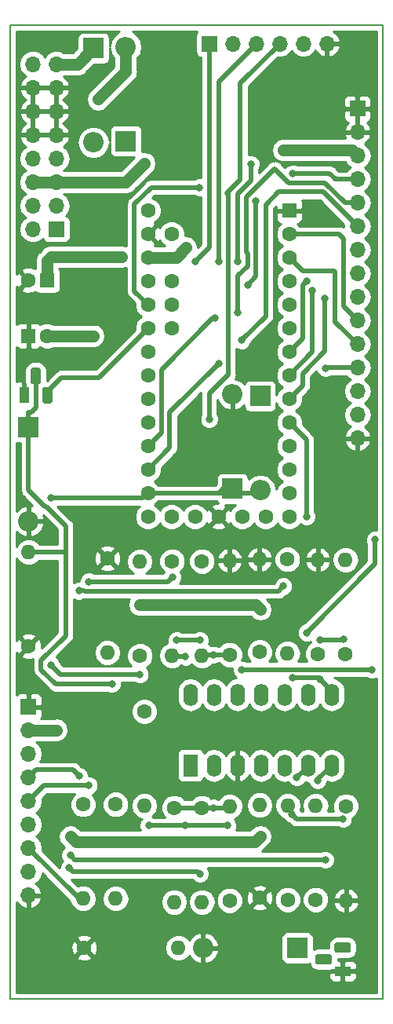
<source format=gbr>
%TF.GenerationSoftware,KiCad,Pcbnew,(5.0.1)-3*%
%TF.CreationDate,2019-04-27T14:03:59+01:00*%
%TF.ProjectId,Fractional clock divider bottom board,4672616374696F6E616C20636C6F636B,rev?*%
%TF.SameCoordinates,Original*%
%TF.FileFunction,Copper,L1,Top,Signal*%
%TF.FilePolarity,Positive*%
%FSLAX46Y46*%
G04 Gerber Fmt 4.6, Leading zero omitted, Abs format (unit mm)*
G04 Created by KiCad (PCBNEW (5.0.1)-3) date 27/04/2019 14:03:59*
%MOMM*%
%LPD*%
G01*
G04 APERTURE LIST*
%ADD10C,0.150000*%
%ADD11R,1.800000X1.100000*%
%ADD12C,0.100000*%
%ADD13C,1.100000*%
%ADD14R,1.100000X1.800000*%
%ADD15O,1.600000X1.600000*%
%ADD16C,1.600000*%
%ADD17R,1.600000X1.600000*%
%ADD18O,2.200000X2.200000*%
%ADD19R,2.200000X2.200000*%
%ADD20R,1.700000X1.700000*%
%ADD21O,1.700000X1.700000*%
%ADD22R,1.600000X2.400000*%
%ADD23O,1.600000X2.400000*%
%ADD24C,1.200000*%
%ADD25C,0.800000*%
%ADD26C,1.270000*%
%ADD27C,0.500000*%
%ADD28C,0.254000*%
G04 APERTURE END LIST*
D10*
X61500000Y-120000000D02*
X101750000Y-120000000D01*
X101750000Y-15000000D02*
X101750000Y-120000000D01*
X61500000Y-15000000D02*
X61500000Y-120000000D01*
X61500000Y-15000000D02*
X101750000Y-15000000D01*
D11*
X97400000Y-117000000D03*
D12*
G36*
X98051955Y-113911324D02*
X98078650Y-113915284D01*
X98104828Y-113921841D01*
X98130238Y-113930933D01*
X98154634Y-113942472D01*
X98177782Y-113956346D01*
X98199458Y-113972422D01*
X98219454Y-113990546D01*
X98237578Y-114010542D01*
X98253654Y-114032218D01*
X98267528Y-114055366D01*
X98279067Y-114079762D01*
X98288159Y-114105172D01*
X98294716Y-114131350D01*
X98298676Y-114158045D01*
X98300000Y-114185000D01*
X98300000Y-114735000D01*
X98298676Y-114761955D01*
X98294716Y-114788650D01*
X98288159Y-114814828D01*
X98279067Y-114840238D01*
X98267528Y-114864634D01*
X98253654Y-114887782D01*
X98237578Y-114909458D01*
X98219454Y-114929454D01*
X98199458Y-114947578D01*
X98177782Y-114963654D01*
X98154634Y-114977528D01*
X98130238Y-114989067D01*
X98104828Y-114998159D01*
X98078650Y-115004716D01*
X98051955Y-115008676D01*
X98025000Y-115010000D01*
X96775000Y-115010000D01*
X96748045Y-115008676D01*
X96721350Y-115004716D01*
X96695172Y-114998159D01*
X96669762Y-114989067D01*
X96645366Y-114977528D01*
X96622218Y-114963654D01*
X96600542Y-114947578D01*
X96580546Y-114929454D01*
X96562422Y-114909458D01*
X96546346Y-114887782D01*
X96532472Y-114864634D01*
X96520933Y-114840238D01*
X96511841Y-114814828D01*
X96505284Y-114788650D01*
X96501324Y-114761955D01*
X96500000Y-114735000D01*
X96500000Y-114185000D01*
X96501324Y-114158045D01*
X96505284Y-114131350D01*
X96511841Y-114105172D01*
X96520933Y-114079762D01*
X96532472Y-114055366D01*
X96546346Y-114032218D01*
X96562422Y-114010542D01*
X96580546Y-113990546D01*
X96600542Y-113972422D01*
X96622218Y-113956346D01*
X96645366Y-113942472D01*
X96669762Y-113930933D01*
X96695172Y-113921841D01*
X96721350Y-113915284D01*
X96748045Y-113911324D01*
X96775000Y-113910000D01*
X98025000Y-113910000D01*
X98051955Y-113911324D01*
X98051955Y-113911324D01*
G37*
D13*
X97400000Y-114460000D03*
D12*
G36*
X95981955Y-115181324D02*
X96008650Y-115185284D01*
X96034828Y-115191841D01*
X96060238Y-115200933D01*
X96084634Y-115212472D01*
X96107782Y-115226346D01*
X96129458Y-115242422D01*
X96149454Y-115260546D01*
X96167578Y-115280542D01*
X96183654Y-115302218D01*
X96197528Y-115325366D01*
X96209067Y-115349762D01*
X96218159Y-115375172D01*
X96224716Y-115401350D01*
X96228676Y-115428045D01*
X96230000Y-115455000D01*
X96230000Y-116005000D01*
X96228676Y-116031955D01*
X96224716Y-116058650D01*
X96218159Y-116084828D01*
X96209067Y-116110238D01*
X96197528Y-116134634D01*
X96183654Y-116157782D01*
X96167578Y-116179458D01*
X96149454Y-116199454D01*
X96129458Y-116217578D01*
X96107782Y-116233654D01*
X96084634Y-116247528D01*
X96060238Y-116259067D01*
X96034828Y-116268159D01*
X96008650Y-116274716D01*
X95981955Y-116278676D01*
X95955000Y-116280000D01*
X94705000Y-116280000D01*
X94678045Y-116278676D01*
X94651350Y-116274716D01*
X94625172Y-116268159D01*
X94599762Y-116259067D01*
X94575366Y-116247528D01*
X94552218Y-116233654D01*
X94530542Y-116217578D01*
X94510546Y-116199454D01*
X94492422Y-116179458D01*
X94476346Y-116157782D01*
X94462472Y-116134634D01*
X94450933Y-116110238D01*
X94441841Y-116084828D01*
X94435284Y-116058650D01*
X94431324Y-116031955D01*
X94430000Y-116005000D01*
X94430000Y-115455000D01*
X94431324Y-115428045D01*
X94435284Y-115401350D01*
X94441841Y-115375172D01*
X94450933Y-115349762D01*
X94462472Y-115325366D01*
X94476346Y-115302218D01*
X94492422Y-115280542D01*
X94510546Y-115260546D01*
X94530542Y-115242422D01*
X94552218Y-115226346D01*
X94575366Y-115212472D01*
X94599762Y-115200933D01*
X94625172Y-115191841D01*
X94651350Y-115185284D01*
X94678045Y-115181324D01*
X94705000Y-115180000D01*
X95955000Y-115180000D01*
X95981955Y-115181324D01*
X95981955Y-115181324D01*
G37*
D13*
X95330000Y-115730000D03*
D14*
X63000000Y-54900000D03*
D12*
G36*
X65841955Y-54001324D02*
X65868650Y-54005284D01*
X65894828Y-54011841D01*
X65920238Y-54020933D01*
X65944634Y-54032472D01*
X65967782Y-54046346D01*
X65989458Y-54062422D01*
X66009454Y-54080546D01*
X66027578Y-54100542D01*
X66043654Y-54122218D01*
X66057528Y-54145366D01*
X66069067Y-54169762D01*
X66078159Y-54195172D01*
X66084716Y-54221350D01*
X66088676Y-54248045D01*
X66090000Y-54275000D01*
X66090000Y-55525000D01*
X66088676Y-55551955D01*
X66084716Y-55578650D01*
X66078159Y-55604828D01*
X66069067Y-55630238D01*
X66057528Y-55654634D01*
X66043654Y-55677782D01*
X66027578Y-55699458D01*
X66009454Y-55719454D01*
X65989458Y-55737578D01*
X65967782Y-55753654D01*
X65944634Y-55767528D01*
X65920238Y-55779067D01*
X65894828Y-55788159D01*
X65868650Y-55794716D01*
X65841955Y-55798676D01*
X65815000Y-55800000D01*
X65265000Y-55800000D01*
X65238045Y-55798676D01*
X65211350Y-55794716D01*
X65185172Y-55788159D01*
X65159762Y-55779067D01*
X65135366Y-55767528D01*
X65112218Y-55753654D01*
X65090542Y-55737578D01*
X65070546Y-55719454D01*
X65052422Y-55699458D01*
X65036346Y-55677782D01*
X65022472Y-55654634D01*
X65010933Y-55630238D01*
X65001841Y-55604828D01*
X64995284Y-55578650D01*
X64991324Y-55551955D01*
X64990000Y-55525000D01*
X64990000Y-54275000D01*
X64991324Y-54248045D01*
X64995284Y-54221350D01*
X65001841Y-54195172D01*
X65010933Y-54169762D01*
X65022472Y-54145366D01*
X65036346Y-54122218D01*
X65052422Y-54100542D01*
X65070546Y-54080546D01*
X65090542Y-54062422D01*
X65112218Y-54046346D01*
X65135366Y-54032472D01*
X65159762Y-54020933D01*
X65185172Y-54011841D01*
X65211350Y-54005284D01*
X65238045Y-54001324D01*
X65265000Y-54000000D01*
X65815000Y-54000000D01*
X65841955Y-54001324D01*
X65841955Y-54001324D01*
G37*
D13*
X65540000Y-54900000D03*
D12*
G36*
X64571955Y-51931324D02*
X64598650Y-51935284D01*
X64624828Y-51941841D01*
X64650238Y-51950933D01*
X64674634Y-51962472D01*
X64697782Y-51976346D01*
X64719458Y-51992422D01*
X64739454Y-52010546D01*
X64757578Y-52030542D01*
X64773654Y-52052218D01*
X64787528Y-52075366D01*
X64799067Y-52099762D01*
X64808159Y-52125172D01*
X64814716Y-52151350D01*
X64818676Y-52178045D01*
X64820000Y-52205000D01*
X64820000Y-53455000D01*
X64818676Y-53481955D01*
X64814716Y-53508650D01*
X64808159Y-53534828D01*
X64799067Y-53560238D01*
X64787528Y-53584634D01*
X64773654Y-53607782D01*
X64757578Y-53629458D01*
X64739454Y-53649454D01*
X64719458Y-53667578D01*
X64697782Y-53683654D01*
X64674634Y-53697528D01*
X64650238Y-53709067D01*
X64624828Y-53718159D01*
X64598650Y-53724716D01*
X64571955Y-53728676D01*
X64545000Y-53730000D01*
X63995000Y-53730000D01*
X63968045Y-53728676D01*
X63941350Y-53724716D01*
X63915172Y-53718159D01*
X63889762Y-53709067D01*
X63865366Y-53697528D01*
X63842218Y-53683654D01*
X63820542Y-53667578D01*
X63800546Y-53649454D01*
X63782422Y-53629458D01*
X63766346Y-53607782D01*
X63752472Y-53584634D01*
X63740933Y-53560238D01*
X63731841Y-53534828D01*
X63725284Y-53508650D01*
X63721324Y-53481955D01*
X63720000Y-53455000D01*
X63720000Y-52205000D01*
X63721324Y-52178045D01*
X63725284Y-52151350D01*
X63731841Y-52125172D01*
X63740933Y-52099762D01*
X63752472Y-52075366D01*
X63766346Y-52052218D01*
X63782422Y-52030542D01*
X63800546Y-52010546D01*
X63820542Y-51992422D01*
X63842218Y-51976346D01*
X63865366Y-51962472D01*
X63889762Y-51950933D01*
X63915172Y-51941841D01*
X63941350Y-51935284D01*
X63968045Y-51931324D01*
X63995000Y-51930000D01*
X64545000Y-51930000D01*
X64571955Y-51931324D01*
X64571955Y-51931324D01*
G37*
D13*
X64270000Y-52830000D03*
D15*
X88431834Y-72606702D03*
D16*
X88431834Y-82606702D03*
D15*
X88431834Y-99106702D03*
D16*
X88431834Y-109106702D03*
D17*
X65500000Y-42500000D03*
D16*
X63500000Y-42500000D03*
X65500000Y-48500000D03*
D17*
X63500000Y-48500000D03*
D18*
X74000000Y-17340000D03*
D19*
X74000000Y-27500000D03*
X70500000Y-17500000D03*
D18*
X70500000Y-27660000D03*
D19*
X92500000Y-114500000D03*
D18*
X82340000Y-114500000D03*
D19*
X63500000Y-58340000D03*
D18*
X63500000Y-68500000D03*
X88500000Y-65160000D03*
D19*
X88500000Y-55000000D03*
D18*
X85500000Y-54840000D03*
D19*
X85500000Y-65000000D03*
D20*
X66500000Y-37000000D03*
D21*
X63960000Y-37000000D03*
X66500000Y-34460000D03*
X63960000Y-34460000D03*
X66500000Y-31920000D03*
X63960000Y-31920000D03*
X66500000Y-29380000D03*
X63960000Y-29380000D03*
X66500000Y-26840000D03*
X63960000Y-26840000D03*
X66500000Y-24300000D03*
X63960000Y-24300000D03*
X66500000Y-21760000D03*
X63960000Y-21760000D03*
X66500000Y-19220000D03*
X63960000Y-19220000D03*
X95700000Y-17000000D03*
X93160000Y-17000000D03*
X90620000Y-17000000D03*
X88080000Y-17000000D03*
X85540000Y-17000000D03*
D20*
X83000000Y-17000000D03*
X99000000Y-24000000D03*
D21*
X99000000Y-26540000D03*
X99000000Y-29080000D03*
X99000000Y-31620000D03*
X99000000Y-34160000D03*
X99000000Y-36700000D03*
X99000000Y-39240000D03*
X99000000Y-41780000D03*
X99000000Y-44320000D03*
X99000000Y-46860000D03*
X99000000Y-49400000D03*
X99000000Y-51940000D03*
X99000000Y-54480000D03*
X99000000Y-57020000D03*
X99000000Y-59560000D03*
X63500000Y-108820000D03*
X63500000Y-106280000D03*
X63500000Y-103740000D03*
X63500000Y-101200000D03*
X63500000Y-98660000D03*
X63500000Y-96120000D03*
X63500000Y-93580000D03*
X63500000Y-91040000D03*
D20*
X63500000Y-88500000D03*
D16*
X97759090Y-99236542D03*
D15*
X97759090Y-109396542D03*
X94705873Y-72651486D03*
D16*
X94705873Y-82811486D03*
X85205873Y-82890678D03*
D15*
X85205873Y-72730678D03*
X91473391Y-99151486D03*
D16*
X91473391Y-109311486D03*
X97705873Y-82811486D03*
D15*
X97705873Y-72651486D03*
D16*
X82205873Y-72811486D03*
D15*
X82205873Y-82971486D03*
D16*
X94473391Y-109311486D03*
D15*
X94473391Y-99151486D03*
D16*
X91431834Y-72606702D03*
D15*
X91431834Y-82766702D03*
X78973391Y-82971486D03*
D16*
X78973391Y-72811486D03*
D15*
X75500000Y-72840000D03*
D16*
X75500000Y-83000000D03*
D15*
X72000000Y-82660000D03*
D16*
X72000000Y-72500000D03*
X69394226Y-99018477D03*
D15*
X69394226Y-109178477D03*
X72894226Y-109178477D03*
D16*
X72894226Y-99018477D03*
X79205873Y-99390678D03*
D15*
X79205873Y-109550678D03*
X82205873Y-109550678D03*
D16*
X82205873Y-99390678D03*
D15*
X79660000Y-114500000D03*
D16*
X69500000Y-114500000D03*
X63500000Y-82000000D03*
D15*
X63500000Y-71840000D03*
D16*
X85205873Y-109390678D03*
D15*
X85205873Y-99230678D03*
X76000000Y-99160000D03*
D16*
X76000000Y-89000000D03*
D22*
X80973391Y-94811486D03*
D23*
X96213391Y-87191486D03*
X83513391Y-94811486D03*
X93673391Y-87191486D03*
X86053391Y-94811486D03*
X91133391Y-87191486D03*
X88593391Y-94811486D03*
X88593391Y-87191486D03*
X91133391Y-94811486D03*
X86053391Y-87191486D03*
X93673391Y-94811486D03*
X83513391Y-87191486D03*
X96213391Y-94811486D03*
X80973391Y-87191486D03*
D16*
X84000000Y-68010000D03*
X81460000Y-68010000D03*
X78920000Y-68010000D03*
X76380000Y-68010000D03*
X86540000Y-68010000D03*
X89080000Y-68010000D03*
X91620000Y-68010000D03*
X76380000Y-65470000D03*
X76380000Y-62930000D03*
X76380000Y-60390000D03*
X76380000Y-57850000D03*
X76380000Y-55310000D03*
X76380000Y-52770000D03*
X76380000Y-50230000D03*
X76380000Y-47690000D03*
X76380000Y-45150000D03*
X76380000Y-42610000D03*
X76380000Y-40070000D03*
X76380000Y-37530000D03*
X76380000Y-34990000D03*
X78920000Y-37530000D03*
X78920000Y-42610000D03*
X78920000Y-45150000D03*
X78920000Y-47690000D03*
X91620000Y-65470000D03*
X91620000Y-62930000D03*
X91620000Y-60390000D03*
X91620000Y-57850000D03*
X91620000Y-55310000D03*
X91620000Y-52770000D03*
X91620000Y-50230000D03*
X91620000Y-47690000D03*
X91620000Y-45150000D03*
X91620000Y-42610000D03*
X91620000Y-40070000D03*
X91620000Y-37530000D03*
D17*
X91620000Y-34990000D03*
D24*
X66500000Y-91000000D03*
X68000000Y-102500000D03*
X88500000Y-102500000D03*
X73500000Y-40000000D03*
X88500000Y-78000000D03*
X75500000Y-77500000D03*
X70500000Y-48500000D03*
X71000000Y-23000000D03*
D25*
X72500000Y-86050000D03*
X75500000Y-85000000D03*
X65900001Y-84000000D03*
X65900001Y-66000000D03*
D24*
X80500000Y-39000000D03*
X91000000Y-28500000D03*
X76000000Y-29920000D03*
D25*
X87485301Y-29985301D03*
X83620464Y-46620464D03*
X86100001Y-40500000D03*
X87150001Y-43000000D03*
X88050011Y-34015269D03*
X92000000Y-31000000D03*
X86100001Y-46000000D03*
X84000000Y-51500000D03*
X86500000Y-49000000D03*
X93500000Y-42570001D03*
X94120929Y-43626004D03*
X95500000Y-44500000D03*
X95549990Y-52000000D03*
X67889702Y-105854422D03*
X82000000Y-106500000D03*
X79000000Y-74500000D03*
X70000000Y-75000000D03*
X70000000Y-97000000D03*
X68950000Y-95950000D03*
X68950000Y-76000000D03*
X91000000Y-75500000D03*
X68000000Y-104500000D03*
X95523391Y-105000000D03*
X92450656Y-96119679D03*
X97431834Y-100606702D03*
X91931834Y-100106702D03*
X94973391Y-81311486D03*
X97460818Y-81230362D03*
X83431834Y-82890678D03*
X94707656Y-96432264D03*
X92000000Y-85350000D03*
X94921905Y-85500000D03*
X79473391Y-81311486D03*
X81973391Y-81311486D03*
X80431834Y-83106702D03*
X83431834Y-99390678D03*
X84973391Y-101311486D03*
X76473391Y-101311486D03*
X80431834Y-101311486D03*
X81500000Y-40500000D03*
X81950000Y-32500000D03*
X84000000Y-40500000D03*
X83000000Y-57500000D03*
X100875000Y-70500000D03*
X93500000Y-80500000D03*
X93500000Y-68000000D03*
X100550000Y-84500000D03*
X86500000Y-84500000D03*
D26*
X74000000Y-27500000D02*
X74000000Y-27635000D01*
X63500000Y-91040000D02*
X66460000Y-91040000D01*
X66460000Y-91040000D02*
X66500000Y-91000000D01*
X87900001Y-103099999D02*
X88500000Y-102500000D01*
X68000000Y-102500000D02*
X68599999Y-103099999D01*
X68599999Y-103099999D02*
X87900001Y-103099999D01*
X65500000Y-40430000D02*
X65500000Y-42500000D01*
X65930000Y-40000000D02*
X65500000Y-40430000D01*
X73500000Y-40000000D02*
X65930000Y-40000000D01*
X88000000Y-77500000D02*
X88500000Y-78000000D01*
X75500000Y-77500000D02*
X88000000Y-77500000D01*
X65500000Y-48500000D02*
X70500000Y-48500000D01*
X74000000Y-17340000D02*
X74000000Y-20000000D01*
X74000000Y-20000000D02*
X71000000Y-23000000D01*
X70220000Y-17220000D02*
X70500000Y-17500000D01*
X68780000Y-19220000D02*
X70500000Y-17500000D01*
X66500000Y-19220000D02*
X68780000Y-19220000D01*
D27*
X63500000Y-58340000D02*
X63500000Y-56740000D01*
X63500000Y-56740000D02*
X63760000Y-56740000D01*
X64270000Y-56230000D02*
X64270000Y-53230000D01*
X63760000Y-56740000D02*
X64270000Y-56230000D01*
X66395999Y-86050000D02*
X72500000Y-86050000D01*
X64850000Y-84504001D02*
X66395999Y-86050000D01*
X64850000Y-83495999D02*
X64850000Y-84504001D01*
X63500000Y-65154001D02*
X65250001Y-66904002D01*
X63500000Y-58340000D02*
X63500000Y-65154001D01*
X65250001Y-66904002D02*
X65404002Y-66904002D01*
X65404002Y-66904002D02*
X67500000Y-69000000D01*
X67500000Y-80845999D02*
X64850000Y-83495999D01*
X67340000Y-71840000D02*
X63500000Y-71840000D01*
X67500000Y-72000000D02*
X67340000Y-71840000D01*
X67500000Y-72000000D02*
X67500000Y-80845999D01*
X67500000Y-69000000D02*
X67500000Y-72000000D01*
X75500000Y-85000000D02*
X66900001Y-85000000D01*
X66900001Y-85000000D02*
X65900001Y-84000000D01*
X75850000Y-66000000D02*
X76380000Y-65470000D01*
X65900001Y-66000000D02*
X75850000Y-66000000D01*
X88190000Y-65470000D02*
X88500000Y-65160000D01*
X84470000Y-65000000D02*
X84000000Y-65470000D01*
X85500000Y-65000000D02*
X84470000Y-65000000D01*
X76380000Y-65470000D02*
X84000000Y-65470000D01*
X84000000Y-65470000D02*
X88190000Y-65470000D01*
D26*
X76380000Y-40070000D02*
X79430000Y-40070000D01*
X79430000Y-40070000D02*
X80500000Y-39000000D01*
X98420000Y-28500000D02*
X99000000Y-29080000D01*
X91000000Y-28500000D02*
X98420000Y-28500000D01*
X63960000Y-31920000D02*
X66500000Y-31920000D01*
X74000000Y-31920000D02*
X76000000Y-29920000D01*
X66500000Y-31920000D02*
X74000000Y-31920000D01*
D27*
X77830001Y-58939999D02*
X77830001Y-52169999D01*
X76380000Y-60390000D02*
X77830001Y-58939999D01*
X77830001Y-52169999D02*
X83379536Y-46620464D01*
X83379536Y-46620464D02*
X83620464Y-46620464D01*
X87485301Y-30550986D02*
X87485301Y-29985301D01*
X87485301Y-31787505D02*
X87485301Y-30550986D01*
X86100001Y-33172805D02*
X87485301Y-31787505D01*
X86100001Y-40500000D02*
X86100001Y-33172805D01*
X88050011Y-42099990D02*
X87150001Y-43000000D01*
X88050011Y-34015269D02*
X88050011Y-42099990D01*
X99000000Y-31620000D02*
X96620000Y-31620000D01*
X96620000Y-31620000D02*
X96500000Y-31500000D01*
X96620000Y-31620000D02*
X96000000Y-31000000D01*
X96000000Y-31000000D02*
X92000000Y-31000000D01*
X87150002Y-39650002D02*
X87000011Y-39500011D01*
X87150002Y-41004001D02*
X87150002Y-39650002D01*
X86100001Y-46000000D02*
X86100001Y-42054002D01*
X86100001Y-42054002D02*
X87150002Y-41004001D01*
X87000011Y-39500011D02*
X87000011Y-33545601D01*
X99000000Y-34160000D02*
X97660000Y-34160000D01*
X97660000Y-34160000D02*
X95500000Y-32000000D01*
X91545612Y-32000000D02*
X90045612Y-30500000D01*
X95500000Y-32000000D02*
X91545612Y-32000000D01*
X87000011Y-33545601D02*
X90045612Y-30500000D01*
X78730011Y-56769989D02*
X84000000Y-51500000D01*
X76380000Y-62930000D02*
X78730011Y-60579989D01*
X78730011Y-60579989D02*
X78730011Y-56769989D01*
X89100012Y-46399988D02*
X89100012Y-34399988D01*
X86500000Y-49000000D02*
X89100012Y-46399988D01*
X89100012Y-34399988D02*
X90500000Y-33000000D01*
X95300000Y-33000000D02*
X99000000Y-36700000D01*
X90500000Y-33000000D02*
X95300000Y-33000000D01*
X92419999Y-49430001D02*
X91620000Y-50230000D01*
X93070001Y-48779999D02*
X92419999Y-49430001D01*
X93070001Y-43000000D02*
X93070001Y-48779999D01*
X93500000Y-42570001D02*
X93070001Y-43000000D01*
X94120929Y-50269071D02*
X91620000Y-52770000D01*
X94120929Y-43626004D02*
X94120929Y-50269071D01*
X95500000Y-50162806D02*
X95500000Y-44500000D01*
X93070001Y-52592805D02*
X95500000Y-50162806D01*
X91620000Y-55310000D02*
X93070001Y-53859999D01*
X93070001Y-53859999D02*
X93070001Y-52592805D01*
X97030000Y-37530000D02*
X91620000Y-37530000D01*
X97499999Y-37999999D02*
X97030000Y-37530000D01*
X99000000Y-46860000D02*
X97499999Y-45359999D01*
X97499999Y-45359999D02*
X97499999Y-37999999D01*
X93070001Y-41520001D02*
X91620000Y-40070000D01*
X96520001Y-41520001D02*
X93070001Y-41520001D01*
X96599989Y-41599989D02*
X96520001Y-41520001D01*
X99000000Y-49400000D02*
X96599989Y-46999989D01*
X96599989Y-46999989D02*
X96599989Y-41599989D01*
X99000000Y-51940000D02*
X95609990Y-51940000D01*
X95609990Y-51940000D02*
X95549990Y-52000000D01*
X99000000Y-54480000D02*
X98412905Y-54480000D01*
X72674226Y-109398477D02*
X72894226Y-109178477D01*
X68938477Y-109178477D02*
X69394226Y-109178477D01*
X63500000Y-103740000D02*
X68938477Y-109178477D01*
X81754421Y-106254421D02*
X82000000Y-106500000D01*
X67889702Y-105854422D02*
X68289701Y-106254421D01*
X68289701Y-106254421D02*
X81754421Y-106254421D01*
X79000000Y-74500000D02*
X78500000Y-75000000D01*
X78500000Y-75000000D02*
X70000000Y-75000000D01*
X65160000Y-97000000D02*
X63500000Y-98660000D01*
X70000000Y-97000000D02*
X65160000Y-97000000D01*
X68270001Y-95270001D02*
X68950000Y-95950000D01*
X63500000Y-96120000D02*
X64349999Y-95270001D01*
X64349999Y-95270001D02*
X68270001Y-95270001D01*
X90449999Y-76050001D02*
X91000000Y-75500000D01*
X69565686Y-76050001D02*
X90449999Y-76050001D01*
X68950000Y-76000000D02*
X69515685Y-76000000D01*
X69515685Y-76000000D02*
X69565686Y-76050001D01*
X68000000Y-104500000D02*
X68500000Y-105000000D01*
X68500000Y-105000000D02*
X95523391Y-105000000D01*
X71070000Y-53000000D02*
X76380000Y-47690000D01*
X67040000Y-53000000D02*
X65540000Y-54500000D01*
X71070000Y-53000000D02*
X67040000Y-53000000D01*
X93673391Y-94811486D02*
X93673391Y-94896944D01*
X93673391Y-94896944D02*
X92450656Y-96119679D01*
X97431834Y-100606702D02*
X92431834Y-100606702D01*
X92431834Y-100606702D02*
X91931834Y-100106702D01*
X94973391Y-81311486D02*
X97379694Y-81311486D01*
X97379694Y-81311486D02*
X97460818Y-81230362D01*
X82286681Y-82890678D02*
X82205873Y-82971486D01*
X85205873Y-82890678D02*
X83431834Y-82890678D01*
X83431834Y-82890678D02*
X82286681Y-82890678D01*
X94707656Y-96317221D02*
X96213391Y-94811486D01*
X94707656Y-96432264D02*
X94707656Y-96317221D01*
X94771905Y-85350000D02*
X92000000Y-85350000D01*
X96213391Y-87191486D02*
X96213391Y-86791486D01*
X96213391Y-86791486D02*
X94921905Y-85500000D01*
X94921905Y-85500000D02*
X94771905Y-85350000D01*
X79473391Y-81311486D02*
X81973391Y-81311486D01*
X79108607Y-83106702D02*
X78973391Y-82971486D01*
X80431834Y-83106702D02*
X79108607Y-83106702D01*
X79205873Y-99390678D02*
X82205873Y-99390678D01*
X85045873Y-99390678D02*
X85205873Y-99230678D01*
X82205873Y-99390678D02*
X83431834Y-99390678D01*
X83431834Y-99390678D02*
X85045873Y-99390678D01*
X78133391Y-101311486D02*
X76473391Y-101311486D01*
X80431834Y-101311486D02*
X78133391Y-101311486D01*
X84973391Y-101311486D02*
X80431834Y-101311486D01*
X83000000Y-39000000D02*
X83000000Y-17000000D01*
X81500000Y-40500000D02*
X83000000Y-39000000D01*
X76723998Y-32500000D02*
X81950000Y-32500000D01*
X74929999Y-34293999D02*
X76723998Y-32500000D01*
X76380000Y-45150000D02*
X74929999Y-43699999D01*
X74929999Y-43699999D02*
X74929999Y-34293999D01*
X84000000Y-21080000D02*
X88080000Y-17000000D01*
X84000000Y-40500000D02*
X84000000Y-21080000D01*
X90620000Y-17000000D02*
X86340001Y-21279999D01*
X86340001Y-31659999D02*
X84900010Y-33099990D01*
X86340001Y-21279999D02*
X86340001Y-31659999D01*
X83000000Y-54749998D02*
X83000000Y-56000000D01*
X85050001Y-52699997D02*
X83000000Y-54749998D01*
X85050001Y-33249981D02*
X85050001Y-52699997D01*
X84900010Y-33099990D02*
X85050001Y-33249981D01*
X83000000Y-56000000D02*
X83000000Y-57500000D01*
X100875000Y-70500000D02*
X100875000Y-73125000D01*
X100875000Y-73125000D02*
X93500000Y-80500000D01*
X93500000Y-59730000D02*
X91620000Y-57850000D01*
X93500000Y-68000000D02*
X93500000Y-59730000D01*
X100550000Y-84500000D02*
X86500000Y-84500000D01*
D28*
G36*
X101040001Y-69465000D02*
X100669126Y-69465000D01*
X100288720Y-69622569D01*
X99997569Y-69913720D01*
X99840000Y-70294126D01*
X99840000Y-70705874D01*
X99990000Y-71068007D01*
X99990001Y-72758420D01*
X93275853Y-79472569D01*
X92913720Y-79622569D01*
X92622569Y-79913720D01*
X92465000Y-80294126D01*
X92465000Y-80705874D01*
X92622569Y-81086280D01*
X92913720Y-81377431D01*
X93294126Y-81535000D01*
X93705874Y-81535000D01*
X93938391Y-81438689D01*
X93938391Y-81517360D01*
X93959178Y-81567545D01*
X93893011Y-81594952D01*
X93489339Y-81998624D01*
X93270873Y-82526047D01*
X93270873Y-83096925D01*
X93485467Y-83615000D01*
X92590879Y-83615000D01*
X92783574Y-83326611D01*
X92894947Y-82766702D01*
X92783574Y-82206793D01*
X92466411Y-81732125D01*
X91991743Y-81414962D01*
X91573167Y-81331702D01*
X91290501Y-81331702D01*
X90871925Y-81414962D01*
X90397257Y-81732125D01*
X90080094Y-82206793D01*
X89968721Y-82766702D01*
X90080094Y-83326611D01*
X90272789Y-83615000D01*
X89452932Y-83615000D01*
X89648368Y-83419564D01*
X89866834Y-82892141D01*
X89866834Y-82321263D01*
X89648368Y-81793840D01*
X89244696Y-81390168D01*
X88717273Y-81171702D01*
X88146395Y-81171702D01*
X87618972Y-81390168D01*
X87215300Y-81793840D01*
X86996834Y-82321263D01*
X86996834Y-82892141D01*
X87215300Y-83419564D01*
X87410736Y-83615000D01*
X87068007Y-83615000D01*
X86705874Y-83465000D01*
X86521214Y-83465000D01*
X86640873Y-83176117D01*
X86640873Y-82605239D01*
X86422407Y-82077816D01*
X86018735Y-81674144D01*
X85491312Y-81455678D01*
X84920434Y-81455678D01*
X84393011Y-81674144D01*
X84061477Y-82005678D01*
X83999841Y-82005678D01*
X83637708Y-81855678D01*
X83225960Y-81855678D01*
X83159857Y-81883059D01*
X82922584Y-81724518D01*
X83008391Y-81517360D01*
X83008391Y-81105612D01*
X82850822Y-80725206D01*
X82559671Y-80434055D01*
X82179265Y-80276486D01*
X81767517Y-80276486D01*
X81405384Y-80426486D01*
X80041398Y-80426486D01*
X79679265Y-80276486D01*
X79267517Y-80276486D01*
X78887111Y-80434055D01*
X78595960Y-80725206D01*
X78438391Y-81105612D01*
X78438391Y-81517360D01*
X78475676Y-81607375D01*
X78413482Y-81619746D01*
X77938814Y-81936909D01*
X77621651Y-82411577D01*
X77510278Y-82971486D01*
X77621651Y-83531395D01*
X77938814Y-84006063D01*
X78413482Y-84323226D01*
X78832058Y-84406486D01*
X79114724Y-84406486D01*
X79533300Y-84323226D01*
X79966076Y-84034055D01*
X80225960Y-84141702D01*
X80637708Y-84141702D01*
X81018114Y-83984133D01*
X81101156Y-83901091D01*
X81171296Y-84006063D01*
X81645964Y-84323226D01*
X82064540Y-84406486D01*
X82347206Y-84406486D01*
X82765782Y-84323226D01*
X83240450Y-84006063D01*
X83294162Y-83925678D01*
X83637708Y-83925678D01*
X83999841Y-83775678D01*
X84061477Y-83775678D01*
X84393011Y-84107212D01*
X84920434Y-84325678D01*
X85465000Y-84325678D01*
X85465000Y-84705874D01*
X85622569Y-85086280D01*
X85895974Y-85359685D01*
X85493482Y-85439746D01*
X85018814Y-85756910D01*
X84783391Y-86109245D01*
X84547967Y-85756909D01*
X84073299Y-85439746D01*
X83513391Y-85328373D01*
X82953482Y-85439746D01*
X82478814Y-85756910D01*
X82243391Y-86109245D01*
X82007967Y-85756909D01*
X81533299Y-85439746D01*
X80973391Y-85328373D01*
X80413482Y-85439746D01*
X79938814Y-85756910D01*
X79621651Y-86231578D01*
X79538391Y-86650154D01*
X79538391Y-87732819D01*
X79621651Y-88151395D01*
X79938815Y-88626063D01*
X80413483Y-88943226D01*
X80973391Y-89054599D01*
X81533300Y-88943226D01*
X82007968Y-88626063D01*
X82243391Y-88273727D01*
X82478815Y-88626063D01*
X82953483Y-88943226D01*
X83513391Y-89054599D01*
X84073300Y-88943226D01*
X84547968Y-88626063D01*
X84783391Y-88273727D01*
X85018815Y-88626063D01*
X85493483Y-88943226D01*
X86053391Y-89054599D01*
X86613300Y-88943226D01*
X87087968Y-88626063D01*
X87323391Y-88273727D01*
X87558815Y-88626063D01*
X88033483Y-88943226D01*
X88593391Y-89054599D01*
X89153300Y-88943226D01*
X89627968Y-88626063D01*
X89863391Y-88273727D01*
X90098815Y-88626063D01*
X90573483Y-88943226D01*
X91133391Y-89054599D01*
X91693300Y-88943226D01*
X92167968Y-88626063D01*
X92403391Y-88273727D01*
X92638815Y-88626063D01*
X93113483Y-88943226D01*
X93673391Y-89054599D01*
X94233300Y-88943226D01*
X94707968Y-88626063D01*
X94943391Y-88273727D01*
X95178815Y-88626063D01*
X95653483Y-88943226D01*
X96213391Y-89054599D01*
X96773300Y-88943226D01*
X97247968Y-88626063D01*
X97565131Y-88151395D01*
X97648391Y-87732818D01*
X97648391Y-86650153D01*
X97565131Y-86231577D01*
X97247967Y-85756909D01*
X96773299Y-85439746D01*
X96498073Y-85385000D01*
X99981993Y-85385000D01*
X100344126Y-85535000D01*
X100755874Y-85535000D01*
X101040001Y-85417311D01*
X101040001Y-119290000D01*
X62210000Y-119290000D01*
X62210000Y-117285750D01*
X95865000Y-117285750D01*
X95865000Y-117676309D01*
X95961673Y-117909698D01*
X96140301Y-118088327D01*
X96373690Y-118185000D01*
X97114250Y-118185000D01*
X97273000Y-118026250D01*
X97273000Y-117127000D01*
X97527000Y-117127000D01*
X97527000Y-118026250D01*
X97685750Y-118185000D01*
X98426310Y-118185000D01*
X98659699Y-118088327D01*
X98838327Y-117909698D01*
X98935000Y-117676309D01*
X98935000Y-117285750D01*
X98776250Y-117127000D01*
X97527000Y-117127000D01*
X97273000Y-117127000D01*
X96023750Y-117127000D01*
X95865000Y-117285750D01*
X62210000Y-117285750D01*
X62210000Y-115507745D01*
X68671861Y-115507745D01*
X68745995Y-115753864D01*
X69283223Y-115946965D01*
X69853454Y-115919778D01*
X70254005Y-115753864D01*
X70328139Y-115507745D01*
X69500000Y-114679605D01*
X68671861Y-115507745D01*
X62210000Y-115507745D01*
X62210000Y-114283223D01*
X68053035Y-114283223D01*
X68080222Y-114853454D01*
X68246136Y-115254005D01*
X68492255Y-115328139D01*
X69320395Y-114500000D01*
X69679605Y-114500000D01*
X70507745Y-115328139D01*
X70753864Y-115254005D01*
X70946965Y-114716777D01*
X70936630Y-114500000D01*
X78196887Y-114500000D01*
X78308260Y-115059909D01*
X78625423Y-115534577D01*
X79100091Y-115851740D01*
X79518667Y-115935000D01*
X79801333Y-115935000D01*
X80219909Y-115851740D01*
X80694577Y-115534577D01*
X80830817Y-115330679D01*
X80865466Y-115414332D01*
X81327608Y-115909012D01*
X81943877Y-116189183D01*
X82213000Y-116071604D01*
X82213000Y-114627000D01*
X82467000Y-114627000D01*
X82467000Y-116071604D01*
X82736123Y-116189183D01*
X83352392Y-115909012D01*
X83814534Y-115414332D01*
X84029175Y-114896122D01*
X83911125Y-114627000D01*
X82467000Y-114627000D01*
X82213000Y-114627000D01*
X82193000Y-114627000D01*
X82193000Y-114373000D01*
X82213000Y-114373000D01*
X82213000Y-112928396D01*
X82467000Y-112928396D01*
X82467000Y-114373000D01*
X83911125Y-114373000D01*
X84029175Y-114103878D01*
X83814534Y-113585668D01*
X83641079Y-113400000D01*
X90752560Y-113400000D01*
X90752560Y-115600000D01*
X90801843Y-115847765D01*
X90942191Y-116057809D01*
X91152235Y-116198157D01*
X91400000Y-116247440D01*
X93600000Y-116247440D01*
X93822001Y-116203282D01*
X93852777Y-116358003D01*
X94052736Y-116657264D01*
X94351997Y-116857223D01*
X94705000Y-116927440D01*
X95955000Y-116927440D01*
X96228687Y-116873000D01*
X97273000Y-116873000D01*
X97273000Y-115973750D01*
X97527000Y-115973750D01*
X97527000Y-116873000D01*
X98776250Y-116873000D01*
X98935000Y-116714250D01*
X98935000Y-116323691D01*
X98838327Y-116090302D01*
X98659699Y-115911673D01*
X98426310Y-115815000D01*
X97685750Y-115815000D01*
X97527000Y-115973750D01*
X97273000Y-115973750D01*
X97114250Y-115815000D01*
X96877440Y-115815000D01*
X96877440Y-115657440D01*
X98025000Y-115657440D01*
X98378003Y-115587223D01*
X98677264Y-115387264D01*
X98877223Y-115088003D01*
X98947440Y-114735000D01*
X98947440Y-114185000D01*
X98877223Y-113831997D01*
X98677264Y-113532736D01*
X98378003Y-113332777D01*
X98025000Y-113262560D01*
X96775000Y-113262560D01*
X96421997Y-113332777D01*
X96122736Y-113532736D01*
X95922777Y-113831997D01*
X95852560Y-114185000D01*
X95852560Y-114532560D01*
X94705000Y-114532560D01*
X94351997Y-114602777D01*
X94247440Y-114672639D01*
X94247440Y-113400000D01*
X94198157Y-113152235D01*
X94057809Y-112942191D01*
X93847765Y-112801843D01*
X93600000Y-112752560D01*
X91400000Y-112752560D01*
X91152235Y-112801843D01*
X90942191Y-112942191D01*
X90801843Y-113152235D01*
X90752560Y-113400000D01*
X83641079Y-113400000D01*
X83352392Y-113090988D01*
X82736123Y-112810817D01*
X82467000Y-112928396D01*
X82213000Y-112928396D01*
X81943877Y-112810817D01*
X81327608Y-113090988D01*
X80865466Y-113585668D01*
X80830817Y-113669321D01*
X80694577Y-113465423D01*
X80219909Y-113148260D01*
X79801333Y-113065000D01*
X79518667Y-113065000D01*
X79100091Y-113148260D01*
X78625423Y-113465423D01*
X78308260Y-113940091D01*
X78196887Y-114500000D01*
X70936630Y-114500000D01*
X70919778Y-114146546D01*
X70753864Y-113745995D01*
X70507745Y-113671861D01*
X69679605Y-114500000D01*
X69320395Y-114500000D01*
X68492255Y-113671861D01*
X68246136Y-113745995D01*
X68053035Y-114283223D01*
X62210000Y-114283223D01*
X62210000Y-113492255D01*
X68671861Y-113492255D01*
X69500000Y-114320395D01*
X70328139Y-113492255D01*
X70254005Y-113246136D01*
X69716777Y-113053035D01*
X69146546Y-113080222D01*
X68745995Y-113246136D01*
X68671861Y-113492255D01*
X62210000Y-113492255D01*
X62210000Y-109542608D01*
X62228355Y-109586924D01*
X62618642Y-110015183D01*
X63143108Y-110261486D01*
X63373000Y-110140819D01*
X63373000Y-108947000D01*
X63627000Y-108947000D01*
X63627000Y-110140819D01*
X63856892Y-110261486D01*
X64381358Y-110015183D01*
X64771645Y-109586924D01*
X64941476Y-109176890D01*
X64820155Y-108947000D01*
X63627000Y-108947000D01*
X63373000Y-108947000D01*
X63353000Y-108947000D01*
X63353000Y-108693000D01*
X63373000Y-108693000D01*
X63373000Y-108673000D01*
X63627000Y-108673000D01*
X63627000Y-108693000D01*
X64820155Y-108693000D01*
X64941476Y-108463110D01*
X64771645Y-108053076D01*
X64381358Y-107624817D01*
X64251522Y-107563843D01*
X64570625Y-107350625D01*
X64898839Y-106859418D01*
X64976651Y-106468229D01*
X67991752Y-109483331D01*
X68042486Y-109738386D01*
X68359649Y-110213054D01*
X68834317Y-110530217D01*
X69252893Y-110613477D01*
X69535559Y-110613477D01*
X69954135Y-110530217D01*
X70428803Y-110213054D01*
X70745966Y-109738386D01*
X70857339Y-109178477D01*
X71431113Y-109178477D01*
X71542486Y-109738386D01*
X71859649Y-110213054D01*
X72334317Y-110530217D01*
X72752893Y-110613477D01*
X73035559Y-110613477D01*
X73454135Y-110530217D01*
X73928803Y-110213054D01*
X74245966Y-109738386D01*
X74283303Y-109550678D01*
X77742760Y-109550678D01*
X77854133Y-110110587D01*
X78171296Y-110585255D01*
X78645964Y-110902418D01*
X79064540Y-110985678D01*
X79347206Y-110985678D01*
X79765782Y-110902418D01*
X80240450Y-110585255D01*
X80557613Y-110110587D01*
X80668986Y-109550678D01*
X80742760Y-109550678D01*
X80854133Y-110110587D01*
X81171296Y-110585255D01*
X81645964Y-110902418D01*
X82064540Y-110985678D01*
X82347206Y-110985678D01*
X82765782Y-110902418D01*
X83240450Y-110585255D01*
X83557613Y-110110587D01*
X83668986Y-109550678D01*
X83580383Y-109105239D01*
X83770873Y-109105239D01*
X83770873Y-109676117D01*
X83989339Y-110203540D01*
X84393011Y-110607212D01*
X84920434Y-110825678D01*
X85491312Y-110825678D01*
X86018735Y-110607212D01*
X86422407Y-110203540D01*
X86459310Y-110114447D01*
X87603695Y-110114447D01*
X87677829Y-110360566D01*
X88215057Y-110553667D01*
X88785288Y-110526480D01*
X89185839Y-110360566D01*
X89259973Y-110114447D01*
X88431834Y-109286307D01*
X87603695Y-110114447D01*
X86459310Y-110114447D01*
X86640873Y-109676117D01*
X86640873Y-109105239D01*
X86551687Y-108889925D01*
X86984869Y-108889925D01*
X87012056Y-109460156D01*
X87177970Y-109860707D01*
X87424089Y-109934841D01*
X88252229Y-109106702D01*
X88611439Y-109106702D01*
X89439579Y-109934841D01*
X89685698Y-109860707D01*
X89878799Y-109323479D01*
X89864619Y-109026047D01*
X90038391Y-109026047D01*
X90038391Y-109596925D01*
X90256857Y-110124348D01*
X90660529Y-110528020D01*
X91187952Y-110746486D01*
X91758830Y-110746486D01*
X92286253Y-110528020D01*
X92689925Y-110124348D01*
X92908391Y-109596925D01*
X92908391Y-109026047D01*
X93038391Y-109026047D01*
X93038391Y-109596925D01*
X93256857Y-110124348D01*
X93660529Y-110528020D01*
X94187952Y-110746486D01*
X94758830Y-110746486D01*
X95286253Y-110528020D01*
X95689925Y-110124348D01*
X95846814Y-109745583D01*
X96367176Y-109745583D01*
X96606701Y-110251676D01*
X97021667Y-110627583D01*
X97410051Y-110788446D01*
X97632090Y-110666457D01*
X97632090Y-109523542D01*
X97886090Y-109523542D01*
X97886090Y-110666457D01*
X98108129Y-110788446D01*
X98496513Y-110627583D01*
X98911479Y-110251676D01*
X99151004Y-109745583D01*
X99029719Y-109523542D01*
X97886090Y-109523542D01*
X97632090Y-109523542D01*
X96488461Y-109523542D01*
X96367176Y-109745583D01*
X95846814Y-109745583D01*
X95908391Y-109596925D01*
X95908391Y-109047501D01*
X96367176Y-109047501D01*
X96488461Y-109269542D01*
X97632090Y-109269542D01*
X97632090Y-108126627D01*
X97886090Y-108126627D01*
X97886090Y-109269542D01*
X99029719Y-109269542D01*
X99151004Y-109047501D01*
X98911479Y-108541408D01*
X98496513Y-108165501D01*
X98108129Y-108004638D01*
X97886090Y-108126627D01*
X97632090Y-108126627D01*
X97410051Y-108004638D01*
X97021667Y-108165501D01*
X96606701Y-108541408D01*
X96367176Y-109047501D01*
X95908391Y-109047501D01*
X95908391Y-109026047D01*
X95689925Y-108498624D01*
X95286253Y-108094952D01*
X94758830Y-107876486D01*
X94187952Y-107876486D01*
X93660529Y-108094952D01*
X93256857Y-108498624D01*
X93038391Y-109026047D01*
X92908391Y-109026047D01*
X92689925Y-108498624D01*
X92286253Y-108094952D01*
X91758830Y-107876486D01*
X91187952Y-107876486D01*
X90660529Y-108094952D01*
X90256857Y-108498624D01*
X90038391Y-109026047D01*
X89864619Y-109026047D01*
X89851612Y-108753248D01*
X89685698Y-108352697D01*
X89439579Y-108278563D01*
X88611439Y-109106702D01*
X88252229Y-109106702D01*
X87424089Y-108278563D01*
X87177970Y-108352697D01*
X86984869Y-108889925D01*
X86551687Y-108889925D01*
X86422407Y-108577816D01*
X86018735Y-108174144D01*
X85837218Y-108098957D01*
X87603695Y-108098957D01*
X88431834Y-108927097D01*
X89259973Y-108098957D01*
X89185839Y-107852838D01*
X88648611Y-107659737D01*
X88078380Y-107686924D01*
X87677829Y-107852838D01*
X87603695Y-108098957D01*
X85837218Y-108098957D01*
X85491312Y-107955678D01*
X84920434Y-107955678D01*
X84393011Y-108174144D01*
X83989339Y-108577816D01*
X83770873Y-109105239D01*
X83580383Y-109105239D01*
X83557613Y-108990769D01*
X83240450Y-108516101D01*
X82765782Y-108198938D01*
X82347206Y-108115678D01*
X82064540Y-108115678D01*
X81645964Y-108198938D01*
X81171296Y-108516101D01*
X80854133Y-108990769D01*
X80742760Y-109550678D01*
X80668986Y-109550678D01*
X80557613Y-108990769D01*
X80240450Y-108516101D01*
X79765782Y-108198938D01*
X79347206Y-108115678D01*
X79064540Y-108115678D01*
X78645964Y-108198938D01*
X78171296Y-108516101D01*
X77854133Y-108990769D01*
X77742760Y-109550678D01*
X74283303Y-109550678D01*
X74357339Y-109178477D01*
X74245966Y-108618568D01*
X73928803Y-108143900D01*
X73454135Y-107826737D01*
X73035559Y-107743477D01*
X72752893Y-107743477D01*
X72334317Y-107826737D01*
X71859649Y-108143900D01*
X71542486Y-108618568D01*
X71431113Y-109178477D01*
X70857339Y-109178477D01*
X70745966Y-108618568D01*
X70428803Y-108143900D01*
X69954135Y-107826737D01*
X69535559Y-107743477D01*
X69252893Y-107743477D01*
X68837652Y-107826074D01*
X68138203Y-107126624D01*
X68202536Y-107139421D01*
X68202539Y-107139421D01*
X68289700Y-107156758D01*
X68376861Y-107139421D01*
X81175710Y-107139421D01*
X81413720Y-107377431D01*
X81794126Y-107535000D01*
X82205874Y-107535000D01*
X82586280Y-107377431D01*
X82877431Y-107086280D01*
X83035000Y-106705874D01*
X83035000Y-106294126D01*
X82877431Y-105913720D01*
X82848711Y-105885000D01*
X94955384Y-105885000D01*
X95317517Y-106035000D01*
X95729265Y-106035000D01*
X96109671Y-105877431D01*
X96400822Y-105586280D01*
X96558391Y-105205874D01*
X96558391Y-104794126D01*
X96400822Y-104413720D01*
X96109671Y-104122569D01*
X95729265Y-103965000D01*
X95317517Y-103965000D01*
X94955384Y-104115000D01*
X88666882Y-104115000D01*
X88815619Y-104015617D01*
X88886472Y-103909578D01*
X89486470Y-103309580D01*
X89696313Y-102995529D01*
X89794879Y-102500000D01*
X89696313Y-102004471D01*
X89415618Y-101584382D01*
X88995529Y-101303687D01*
X88500000Y-101205121D01*
X88004471Y-101303687D01*
X87690420Y-101513530D01*
X87373951Y-101829999D01*
X85878892Y-101829999D01*
X86008391Y-101517360D01*
X86008391Y-101105612D01*
X85850822Y-100725206D01*
X85717615Y-100591999D01*
X85765782Y-100582418D01*
X86240450Y-100265255D01*
X86557613Y-99790587D01*
X86668986Y-99230678D01*
X86644326Y-99106702D01*
X86968721Y-99106702D01*
X87080094Y-99666611D01*
X87397257Y-100141279D01*
X87871925Y-100458442D01*
X88290501Y-100541702D01*
X88573167Y-100541702D01*
X88991743Y-100458442D01*
X89466411Y-100141279D01*
X89783574Y-99666611D01*
X89886038Y-99151486D01*
X90010278Y-99151486D01*
X90121651Y-99711395D01*
X90438814Y-100186063D01*
X90913482Y-100503226D01*
X90981400Y-100516736D01*
X91054403Y-100692982D01*
X91345554Y-100984133D01*
X91707687Y-101134133D01*
X91744409Y-101170855D01*
X91793785Y-101244751D01*
X92086524Y-101440354D01*
X92344669Y-101491702D01*
X92344673Y-101491702D01*
X92431834Y-101509039D01*
X92518995Y-101491702D01*
X96863827Y-101491702D01*
X97225960Y-101641702D01*
X97637708Y-101641702D01*
X98018114Y-101484133D01*
X98309265Y-101192982D01*
X98466834Y-100812576D01*
X98466834Y-100496617D01*
X98571952Y-100453076D01*
X98975624Y-100049404D01*
X99194090Y-99521981D01*
X99194090Y-98951103D01*
X98975624Y-98423680D01*
X98571952Y-98020008D01*
X98044529Y-97801542D01*
X97473651Y-97801542D01*
X96946228Y-98020008D01*
X96542556Y-98423680D01*
X96324090Y-98951103D01*
X96324090Y-99521981D01*
X96406817Y-99721702D01*
X95818244Y-99721702D01*
X95825131Y-99711395D01*
X95936504Y-99151486D01*
X95825131Y-98591577D01*
X95507968Y-98116909D01*
X95033300Y-97799746D01*
X94614724Y-97716486D01*
X94332058Y-97716486D01*
X93913482Y-97799746D01*
X93438814Y-98116909D01*
X93121651Y-98591577D01*
X93010278Y-99151486D01*
X93121651Y-99711395D01*
X93128538Y-99721702D01*
X92892638Y-99721702D01*
X92845647Y-99608256D01*
X92936504Y-99151486D01*
X92825131Y-98591577D01*
X92507968Y-98116909D01*
X92033300Y-97799746D01*
X91614724Y-97716486D01*
X91332058Y-97716486D01*
X90913482Y-97799746D01*
X90438814Y-98116909D01*
X90121651Y-98591577D01*
X90010278Y-99151486D01*
X89886038Y-99151486D01*
X89894947Y-99106702D01*
X89783574Y-98546793D01*
X89466411Y-98072125D01*
X88991743Y-97754962D01*
X88573167Y-97671702D01*
X88290501Y-97671702D01*
X87871925Y-97754962D01*
X87397257Y-98072125D01*
X87080094Y-98546793D01*
X86968721Y-99106702D01*
X86644326Y-99106702D01*
X86557613Y-98670769D01*
X86240450Y-98196101D01*
X85765782Y-97878938D01*
X85347206Y-97795678D01*
X85064540Y-97795678D01*
X84645964Y-97878938D01*
X84171296Y-98196101D01*
X83972116Y-98494194D01*
X83637708Y-98355678D01*
X83225960Y-98355678D01*
X83207794Y-98363203D01*
X83018735Y-98174144D01*
X82491312Y-97955678D01*
X81920434Y-97955678D01*
X81393011Y-98174144D01*
X81061477Y-98505678D01*
X80350269Y-98505678D01*
X80018735Y-98174144D01*
X79491312Y-97955678D01*
X78920434Y-97955678D01*
X78393011Y-98174144D01*
X77989339Y-98577816D01*
X77770873Y-99105239D01*
X77770873Y-99676117D01*
X77989339Y-100203540D01*
X78212285Y-100426486D01*
X77041398Y-100426486D01*
X76822931Y-100335994D01*
X77034577Y-100194577D01*
X77351740Y-99719909D01*
X77463113Y-99160000D01*
X77351740Y-98600091D01*
X77034577Y-98125423D01*
X76559909Y-97808260D01*
X76141333Y-97725000D01*
X75858667Y-97725000D01*
X75440091Y-97808260D01*
X74965423Y-98125423D01*
X74648260Y-98600091D01*
X74536887Y-99160000D01*
X74648260Y-99719909D01*
X74965423Y-100194577D01*
X75440091Y-100511740D01*
X75748149Y-100573017D01*
X75595960Y-100725206D01*
X75438391Y-101105612D01*
X75438391Y-101517360D01*
X75567890Y-101829999D01*
X69126049Y-101829999D01*
X68809580Y-101513530D01*
X68495529Y-101303688D01*
X68000000Y-101205121D01*
X67504471Y-101303688D01*
X67084382Y-101584382D01*
X66803688Y-102004471D01*
X66705121Y-102500000D01*
X66803688Y-102995529D01*
X67013530Y-103309580D01*
X67370120Y-103666170D01*
X67122569Y-103913720D01*
X66965000Y-104294126D01*
X66965000Y-104705874D01*
X67122569Y-105086280D01*
X67158351Y-105122062D01*
X67012271Y-105268142D01*
X66854702Y-105648548D01*
X66854702Y-105843123D01*
X64970538Y-103958960D01*
X65014092Y-103740000D01*
X64898839Y-103160582D01*
X64570625Y-102669375D01*
X64272239Y-102470000D01*
X64570625Y-102270625D01*
X64898839Y-101779418D01*
X65014092Y-101200000D01*
X64898839Y-100620582D01*
X64570625Y-100129375D01*
X64272239Y-99930000D01*
X64570625Y-99730625D01*
X64898839Y-99239418D01*
X65014092Y-98660000D01*
X64970538Y-98441040D01*
X65526579Y-97885000D01*
X68498307Y-97885000D01*
X68177692Y-98205615D01*
X67959226Y-98733038D01*
X67959226Y-99303916D01*
X68177692Y-99831339D01*
X68581364Y-100235011D01*
X69108787Y-100453477D01*
X69679665Y-100453477D01*
X70207088Y-100235011D01*
X70610760Y-99831339D01*
X70829226Y-99303916D01*
X70829226Y-98733038D01*
X71459226Y-98733038D01*
X71459226Y-99303916D01*
X71677692Y-99831339D01*
X72081364Y-100235011D01*
X72608787Y-100453477D01*
X73179665Y-100453477D01*
X73707088Y-100235011D01*
X74110760Y-99831339D01*
X74329226Y-99303916D01*
X74329226Y-98733038D01*
X74110760Y-98205615D01*
X73707088Y-97801943D01*
X73179665Y-97583477D01*
X72608787Y-97583477D01*
X72081364Y-97801943D01*
X71677692Y-98205615D01*
X71459226Y-98733038D01*
X70829226Y-98733038D01*
X70610760Y-98205615D01*
X70371529Y-97966384D01*
X70586280Y-97877431D01*
X70877431Y-97586280D01*
X71035000Y-97205874D01*
X71035000Y-96794126D01*
X70877431Y-96413720D01*
X70586280Y-96122569D01*
X70205874Y-95965000D01*
X69985000Y-95965000D01*
X69985000Y-95744126D01*
X69827431Y-95363720D01*
X69536280Y-95072569D01*
X69174148Y-94922569D01*
X68957426Y-94705848D01*
X68908050Y-94631952D01*
X68615311Y-94436349D01*
X68357166Y-94385001D01*
X68357162Y-94385001D01*
X68270001Y-94367664D01*
X68182840Y-94385001D01*
X64748109Y-94385001D01*
X64898839Y-94159418D01*
X65007829Y-93611486D01*
X79525951Y-93611486D01*
X79525951Y-96011486D01*
X79575234Y-96259251D01*
X79715582Y-96469295D01*
X79925626Y-96609643D01*
X80173391Y-96658926D01*
X81773391Y-96658926D01*
X82021156Y-96609643D01*
X82231200Y-96469295D01*
X82371548Y-96259251D01*
X82398176Y-96125379D01*
X82478815Y-96246063D01*
X82953483Y-96563226D01*
X83513391Y-96674599D01*
X84073300Y-96563226D01*
X84547968Y-96246063D01*
X84785890Y-95889987D01*
X85128495Y-96315986D01*
X85621572Y-96585853D01*
X85704352Y-96603390D01*
X85926391Y-96481401D01*
X85926391Y-94938486D01*
X85906391Y-94938486D01*
X85906391Y-94684486D01*
X85926391Y-94684486D01*
X85926391Y-93141571D01*
X86180391Y-93141571D01*
X86180391Y-94684486D01*
X86200391Y-94684486D01*
X86200391Y-94938486D01*
X86180391Y-94938486D01*
X86180391Y-96481401D01*
X86402430Y-96603390D01*
X86485210Y-96585853D01*
X86978287Y-96315986D01*
X87320892Y-95889987D01*
X87558815Y-96246063D01*
X88033483Y-96563226D01*
X88593391Y-96674599D01*
X89153300Y-96563226D01*
X89627968Y-96246063D01*
X89863391Y-95893727D01*
X90098815Y-96246063D01*
X90573483Y-96563226D01*
X91133391Y-96674599D01*
X91527744Y-96596157D01*
X91573225Y-96705959D01*
X91864376Y-96997110D01*
X92244782Y-97154679D01*
X92656530Y-97154679D01*
X93036936Y-96997110D01*
X93328087Y-96705959D01*
X93366373Y-96613529D01*
X93673391Y-96674599D01*
X93686665Y-96671959D01*
X93830225Y-97018544D01*
X94121376Y-97309695D01*
X94501782Y-97467264D01*
X94913530Y-97467264D01*
X95293936Y-97309695D01*
X95585087Y-97018544D01*
X95742656Y-96638138D01*
X95742656Y-96580964D01*
X96213391Y-96674599D01*
X96773300Y-96563226D01*
X97247968Y-96246063D01*
X97565131Y-95771395D01*
X97648391Y-95352818D01*
X97648391Y-94270153D01*
X97565131Y-93851577D01*
X97247967Y-93376909D01*
X96773299Y-93059746D01*
X96213391Y-92948373D01*
X95653482Y-93059746D01*
X95178814Y-93376910D01*
X94943391Y-93729245D01*
X94707967Y-93376909D01*
X94233299Y-93059746D01*
X93673391Y-92948373D01*
X93113482Y-93059746D01*
X92638814Y-93376910D01*
X92403391Y-93729245D01*
X92167967Y-93376909D01*
X91693299Y-93059746D01*
X91133391Y-92948373D01*
X90573482Y-93059746D01*
X90098814Y-93376910D01*
X89863391Y-93729245D01*
X89627967Y-93376909D01*
X89153299Y-93059746D01*
X88593391Y-92948373D01*
X88033482Y-93059746D01*
X87558814Y-93376910D01*
X87320892Y-93732985D01*
X86978287Y-93306986D01*
X86485210Y-93037119D01*
X86402430Y-93019582D01*
X86180391Y-93141571D01*
X85926391Y-93141571D01*
X85704352Y-93019582D01*
X85621572Y-93037119D01*
X85128495Y-93306986D01*
X84785890Y-93732985D01*
X84547967Y-93376909D01*
X84073299Y-93059746D01*
X83513391Y-92948373D01*
X82953482Y-93059746D01*
X82478814Y-93376910D01*
X82398176Y-93497593D01*
X82371548Y-93363721D01*
X82231200Y-93153677D01*
X82021156Y-93013329D01*
X81773391Y-92964046D01*
X80173391Y-92964046D01*
X79925626Y-93013329D01*
X79715582Y-93153677D01*
X79575234Y-93363721D01*
X79525951Y-93611486D01*
X65007829Y-93611486D01*
X65014092Y-93580000D01*
X64898839Y-93000582D01*
X64570625Y-92509375D01*
X64272239Y-92310000D01*
X66334925Y-92310000D01*
X66460000Y-92334879D01*
X66585075Y-92310000D01*
X66585080Y-92310000D01*
X66955529Y-92236313D01*
X67375618Y-91955618D01*
X67446471Y-91849579D01*
X67486470Y-91809580D01*
X67696313Y-91495528D01*
X67794879Y-91000000D01*
X67696313Y-90504471D01*
X67415618Y-90084382D01*
X66995529Y-89803687D01*
X66500000Y-89705121D01*
X66173829Y-89770000D01*
X64828026Y-89770000D01*
X64888327Y-89709699D01*
X64985000Y-89476310D01*
X64985000Y-88785750D01*
X64913811Y-88714561D01*
X74565000Y-88714561D01*
X74565000Y-89285439D01*
X74783466Y-89812862D01*
X75187138Y-90216534D01*
X75714561Y-90435000D01*
X76285439Y-90435000D01*
X76812862Y-90216534D01*
X77216534Y-89812862D01*
X77435000Y-89285439D01*
X77435000Y-88714561D01*
X77216534Y-88187138D01*
X76812862Y-87783466D01*
X76285439Y-87565000D01*
X75714561Y-87565000D01*
X75187138Y-87783466D01*
X74783466Y-88187138D01*
X74565000Y-88714561D01*
X64913811Y-88714561D01*
X64826250Y-88627000D01*
X63627000Y-88627000D01*
X63627000Y-88647000D01*
X63373000Y-88647000D01*
X63373000Y-88627000D01*
X63353000Y-88627000D01*
X63353000Y-88373000D01*
X63373000Y-88373000D01*
X63373000Y-87173750D01*
X63627000Y-87173750D01*
X63627000Y-88373000D01*
X64826250Y-88373000D01*
X64985000Y-88214250D01*
X64985000Y-87523690D01*
X64888327Y-87290301D01*
X64709698Y-87111673D01*
X64476309Y-87015000D01*
X63785750Y-87015000D01*
X63627000Y-87173750D01*
X63373000Y-87173750D01*
X63214250Y-87015000D01*
X62523691Y-87015000D01*
X62290302Y-87111673D01*
X62210000Y-87191975D01*
X62210000Y-82666765D01*
X62246136Y-82754005D01*
X62492255Y-82828139D01*
X63320395Y-82000000D01*
X62492255Y-81171861D01*
X62246136Y-81245995D01*
X62210000Y-81346529D01*
X62210000Y-80992255D01*
X62671861Y-80992255D01*
X63500000Y-81820395D01*
X64328139Y-80992255D01*
X64254005Y-80746136D01*
X63716777Y-80553035D01*
X63146546Y-80580222D01*
X62745995Y-80746136D01*
X62671861Y-80992255D01*
X62210000Y-80992255D01*
X62210000Y-72492309D01*
X62465423Y-72874577D01*
X62940091Y-73191740D01*
X63358667Y-73275000D01*
X63641333Y-73275000D01*
X64059909Y-73191740D01*
X64534577Y-72874577D01*
X64634521Y-72725000D01*
X66615000Y-72725000D01*
X66615001Y-80479419D01*
X64943810Y-82150610D01*
X64919778Y-81646546D01*
X64753864Y-81245995D01*
X64507745Y-81171861D01*
X63679605Y-82000000D01*
X63693748Y-82014143D01*
X63514142Y-82193748D01*
X63500000Y-82179605D01*
X62671861Y-83007745D01*
X62745995Y-83253864D01*
X63283223Y-83446965D01*
X63853454Y-83419778D01*
X63972644Y-83370408D01*
X63965000Y-83408835D01*
X63965000Y-83408838D01*
X63947663Y-83495999D01*
X63965000Y-83583160D01*
X63965001Y-84416836D01*
X63947663Y-84504001D01*
X64016348Y-84849310D01*
X64162576Y-85068155D01*
X64162578Y-85068157D01*
X64211952Y-85142050D01*
X64285845Y-85191424D01*
X65708576Y-86614156D01*
X65757950Y-86688049D01*
X65831843Y-86737423D01*
X65831844Y-86737424D01*
X65912752Y-86791485D01*
X66050689Y-86883652D01*
X66308834Y-86935000D01*
X66308838Y-86935000D01*
X66395999Y-86952337D01*
X66483160Y-86935000D01*
X71931993Y-86935000D01*
X72294126Y-87085000D01*
X72705874Y-87085000D01*
X73086280Y-86927431D01*
X73377431Y-86636280D01*
X73535000Y-86255874D01*
X73535000Y-85885000D01*
X74931993Y-85885000D01*
X75294126Y-86035000D01*
X75705874Y-86035000D01*
X76086280Y-85877431D01*
X76377431Y-85586280D01*
X76535000Y-85205874D01*
X76535000Y-84794126D01*
X76377431Y-84413720D01*
X76219088Y-84255377D01*
X76312862Y-84216534D01*
X76716534Y-83812862D01*
X76935000Y-83285439D01*
X76935000Y-82714561D01*
X76716534Y-82187138D01*
X76312862Y-81783466D01*
X75785439Y-81565000D01*
X75214561Y-81565000D01*
X74687138Y-81783466D01*
X74283466Y-82187138D01*
X74065000Y-82714561D01*
X74065000Y-83285439D01*
X74283466Y-83812862D01*
X74585604Y-84115000D01*
X67266580Y-84115000D01*
X66927432Y-83775852D01*
X66777432Y-83413720D01*
X66486281Y-83122569D01*
X66478310Y-83119267D01*
X66937577Y-82660000D01*
X70536887Y-82660000D01*
X70648260Y-83219909D01*
X70965423Y-83694577D01*
X71440091Y-84011740D01*
X71858667Y-84095000D01*
X72141333Y-84095000D01*
X72559909Y-84011740D01*
X73034577Y-83694577D01*
X73351740Y-83219909D01*
X73463113Y-82660000D01*
X73351740Y-82100091D01*
X73034577Y-81625423D01*
X72559909Y-81308260D01*
X72141333Y-81225000D01*
X71858667Y-81225000D01*
X71440091Y-81308260D01*
X70965423Y-81625423D01*
X70648260Y-82100091D01*
X70536887Y-82660000D01*
X66937577Y-82660000D01*
X68064156Y-81533422D01*
X68138049Y-81484048D01*
X68255508Y-81308260D01*
X68333652Y-81191309D01*
X68354543Y-81086280D01*
X68385000Y-80933164D01*
X68385000Y-80933160D01*
X68402337Y-80845999D01*
X68385000Y-80758838D01*
X68385000Y-76886245D01*
X68744126Y-77035000D01*
X69155874Y-77035000D01*
X69423646Y-76924086D01*
X69478521Y-76935001D01*
X69478526Y-76935001D01*
X69565685Y-76952338D01*
X69652845Y-76935001D01*
X74350105Y-76935001D01*
X74303687Y-77004471D01*
X74205120Y-77500000D01*
X74303687Y-77995529D01*
X74584382Y-78415618D01*
X75004471Y-78696313D01*
X75374920Y-78770000D01*
X87473950Y-78770000D01*
X87690420Y-78986470D01*
X88004471Y-79196313D01*
X88500000Y-79294879D01*
X88995529Y-79196313D01*
X89415618Y-78915618D01*
X89696313Y-78495529D01*
X89794879Y-78000000D01*
X89696313Y-77504471D01*
X89486470Y-77190420D01*
X89231051Y-76935001D01*
X90362838Y-76935001D01*
X90449999Y-76952338D01*
X90537160Y-76935001D01*
X90537164Y-76935001D01*
X90795309Y-76883653D01*
X91088048Y-76688050D01*
X91137424Y-76614154D01*
X91224147Y-76527431D01*
X91586280Y-76377431D01*
X91877431Y-76086280D01*
X92035000Y-75705874D01*
X92035000Y-75294126D01*
X91877431Y-74913720D01*
X91586280Y-74622569D01*
X91205874Y-74465000D01*
X90794126Y-74465000D01*
X90413720Y-74622569D01*
X90122569Y-74913720D01*
X90018485Y-75165001D01*
X79798710Y-75165001D01*
X79877431Y-75086280D01*
X80035000Y-74705874D01*
X80035000Y-74294126D01*
X79884203Y-73930070D01*
X80189925Y-73624348D01*
X80408391Y-73096925D01*
X80408391Y-72526047D01*
X80770873Y-72526047D01*
X80770873Y-73096925D01*
X80989339Y-73624348D01*
X81393011Y-74028020D01*
X81920434Y-74246486D01*
X82491312Y-74246486D01*
X83018735Y-74028020D01*
X83422407Y-73624348D01*
X83640873Y-73096925D01*
X83640873Y-73079719D01*
X83813959Y-73079719D01*
X84053484Y-73585812D01*
X84468450Y-73961719D01*
X84856834Y-74122582D01*
X85078873Y-74000593D01*
X85078873Y-72857678D01*
X85332873Y-72857678D01*
X85332873Y-74000593D01*
X85554912Y-74122582D01*
X85943296Y-73961719D01*
X86358262Y-73585812D01*
X86597787Y-73079719D01*
X86530068Y-72955743D01*
X87039920Y-72955743D01*
X87279445Y-73461836D01*
X87694411Y-73837743D01*
X88082795Y-73998606D01*
X88304834Y-73876617D01*
X88304834Y-72733702D01*
X88558834Y-72733702D01*
X88558834Y-73876617D01*
X88780873Y-73998606D01*
X89169257Y-73837743D01*
X89584223Y-73461836D01*
X89823748Y-72955743D01*
X89702463Y-72733702D01*
X88558834Y-72733702D01*
X88304834Y-72733702D01*
X87161205Y-72733702D01*
X87039920Y-72955743D01*
X86530068Y-72955743D01*
X86476502Y-72857678D01*
X85332873Y-72857678D01*
X85078873Y-72857678D01*
X83935244Y-72857678D01*
X83813959Y-73079719D01*
X83640873Y-73079719D01*
X83640873Y-72526047D01*
X83581057Y-72381637D01*
X83813959Y-72381637D01*
X83935244Y-72603678D01*
X85078873Y-72603678D01*
X85078873Y-71460763D01*
X85332873Y-71460763D01*
X85332873Y-72603678D01*
X86476502Y-72603678D01*
X86597787Y-72381637D01*
X86539112Y-72257661D01*
X87039920Y-72257661D01*
X87161205Y-72479702D01*
X88304834Y-72479702D01*
X88304834Y-71336787D01*
X88558834Y-71336787D01*
X88558834Y-72479702D01*
X89702463Y-72479702D01*
X89789006Y-72321263D01*
X89996834Y-72321263D01*
X89996834Y-72892141D01*
X90215300Y-73419564D01*
X90618972Y-73823236D01*
X91146395Y-74041702D01*
X91717273Y-74041702D01*
X92244696Y-73823236D01*
X92648368Y-73419564D01*
X92821938Y-73000527D01*
X93313959Y-73000527D01*
X93553484Y-73506620D01*
X93968450Y-73882527D01*
X94356834Y-74043390D01*
X94578873Y-73921401D01*
X94578873Y-72778486D01*
X94832873Y-72778486D01*
X94832873Y-73921401D01*
X95054912Y-74043390D01*
X95443296Y-73882527D01*
X95858262Y-73506620D01*
X96097787Y-73000527D01*
X95976502Y-72778486D01*
X94832873Y-72778486D01*
X94578873Y-72778486D01*
X93435244Y-72778486D01*
X93313959Y-73000527D01*
X92821938Y-73000527D01*
X92866834Y-72892141D01*
X92866834Y-72651486D01*
X96242760Y-72651486D01*
X96354133Y-73211395D01*
X96671296Y-73686063D01*
X97145964Y-74003226D01*
X97564540Y-74086486D01*
X97847206Y-74086486D01*
X98265782Y-74003226D01*
X98740450Y-73686063D01*
X99057613Y-73211395D01*
X99168986Y-72651486D01*
X99057613Y-72091577D01*
X98740450Y-71616909D01*
X98265782Y-71299746D01*
X97847206Y-71216486D01*
X97564540Y-71216486D01*
X97145964Y-71299746D01*
X96671296Y-71616909D01*
X96354133Y-72091577D01*
X96242760Y-72651486D01*
X92866834Y-72651486D01*
X92866834Y-72321263D01*
X92859040Y-72302445D01*
X93313959Y-72302445D01*
X93435244Y-72524486D01*
X94578873Y-72524486D01*
X94578873Y-71381571D01*
X94832873Y-71381571D01*
X94832873Y-72524486D01*
X95976502Y-72524486D01*
X96097787Y-72302445D01*
X95858262Y-71796352D01*
X95443296Y-71420445D01*
X95054912Y-71259582D01*
X94832873Y-71381571D01*
X94578873Y-71381571D01*
X94356834Y-71259582D01*
X93968450Y-71420445D01*
X93553484Y-71796352D01*
X93313959Y-72302445D01*
X92859040Y-72302445D01*
X92648368Y-71793840D01*
X92244696Y-71390168D01*
X91717273Y-71171702D01*
X91146395Y-71171702D01*
X90618972Y-71390168D01*
X90215300Y-71793840D01*
X89996834Y-72321263D01*
X89789006Y-72321263D01*
X89823748Y-72257661D01*
X89584223Y-71751568D01*
X89169257Y-71375661D01*
X88780873Y-71214798D01*
X88558834Y-71336787D01*
X88304834Y-71336787D01*
X88082795Y-71214798D01*
X87694411Y-71375661D01*
X87279445Y-71751568D01*
X87039920Y-72257661D01*
X86539112Y-72257661D01*
X86358262Y-71875544D01*
X85943296Y-71499637D01*
X85554912Y-71338774D01*
X85332873Y-71460763D01*
X85078873Y-71460763D01*
X84856834Y-71338774D01*
X84468450Y-71499637D01*
X84053484Y-71875544D01*
X83813959Y-72381637D01*
X83581057Y-72381637D01*
X83422407Y-71998624D01*
X83018735Y-71594952D01*
X82491312Y-71376486D01*
X81920434Y-71376486D01*
X81393011Y-71594952D01*
X80989339Y-71998624D01*
X80770873Y-72526047D01*
X80408391Y-72526047D01*
X80189925Y-71998624D01*
X79786253Y-71594952D01*
X79258830Y-71376486D01*
X78687952Y-71376486D01*
X78160529Y-71594952D01*
X77756857Y-71998624D01*
X77538391Y-72526047D01*
X77538391Y-73096925D01*
X77756857Y-73624348D01*
X78100210Y-73967701D01*
X78039196Y-74115000D01*
X76174759Y-74115000D01*
X76534577Y-73874577D01*
X76851740Y-73399909D01*
X76963113Y-72840000D01*
X76851740Y-72280091D01*
X76534577Y-71805423D01*
X76059909Y-71488260D01*
X75641333Y-71405000D01*
X75358667Y-71405000D01*
X74940091Y-71488260D01*
X74465423Y-71805423D01*
X74148260Y-72280091D01*
X74036887Y-72840000D01*
X74148260Y-73399909D01*
X74465423Y-73874577D01*
X74825241Y-74115000D01*
X70568007Y-74115000D01*
X70205874Y-73965000D01*
X69794126Y-73965000D01*
X69413720Y-74122569D01*
X69122569Y-74413720D01*
X68965000Y-74794126D01*
X68965000Y-74965000D01*
X68744126Y-74965000D01*
X68385000Y-75113755D01*
X68385000Y-73507745D01*
X71171861Y-73507745D01*
X71245995Y-73753864D01*
X71783223Y-73946965D01*
X72353454Y-73919778D01*
X72754005Y-73753864D01*
X72828139Y-73507745D01*
X72000000Y-72679605D01*
X71171861Y-73507745D01*
X68385000Y-73507745D01*
X68385000Y-72283223D01*
X70553035Y-72283223D01*
X70580222Y-72853454D01*
X70746136Y-73254005D01*
X70992255Y-73328139D01*
X71820395Y-72500000D01*
X72179605Y-72500000D01*
X73007745Y-73328139D01*
X73253864Y-73254005D01*
X73446965Y-72716777D01*
X73419778Y-72146546D01*
X73253864Y-71745995D01*
X73007745Y-71671861D01*
X72179605Y-72500000D01*
X71820395Y-72500000D01*
X70992255Y-71671861D01*
X70746136Y-71745995D01*
X70553035Y-72283223D01*
X68385000Y-72283223D01*
X68385000Y-72087159D01*
X68402337Y-71999999D01*
X68385000Y-71912840D01*
X68385000Y-71492255D01*
X71171861Y-71492255D01*
X72000000Y-72320395D01*
X72828139Y-71492255D01*
X72754005Y-71246136D01*
X72216777Y-71053035D01*
X71646546Y-71080222D01*
X71245995Y-71246136D01*
X71171861Y-71492255D01*
X68385000Y-71492255D01*
X68385000Y-69087161D01*
X68402337Y-69000000D01*
X68385000Y-68912839D01*
X68385000Y-68912835D01*
X68333652Y-68654690D01*
X68138049Y-68361951D01*
X68064156Y-68312577D01*
X66636578Y-66885000D01*
X75475604Y-66885000D01*
X75163466Y-67197138D01*
X74945000Y-67724561D01*
X74945000Y-68295439D01*
X75163466Y-68822862D01*
X75567138Y-69226534D01*
X76094561Y-69445000D01*
X76665439Y-69445000D01*
X77192862Y-69226534D01*
X77596534Y-68822862D01*
X77650000Y-68693784D01*
X77703466Y-68822862D01*
X78107138Y-69226534D01*
X78634561Y-69445000D01*
X79205439Y-69445000D01*
X79732862Y-69226534D01*
X80136534Y-68822862D01*
X80190000Y-68693784D01*
X80243466Y-68822862D01*
X80647138Y-69226534D01*
X81174561Y-69445000D01*
X81745439Y-69445000D01*
X82272862Y-69226534D01*
X82481651Y-69017745D01*
X83171861Y-69017745D01*
X83245995Y-69263864D01*
X83783223Y-69456965D01*
X84353454Y-69429778D01*
X84754005Y-69263864D01*
X84828139Y-69017745D01*
X84000000Y-68189605D01*
X83171861Y-69017745D01*
X82481651Y-69017745D01*
X82676534Y-68822862D01*
X82723525Y-68709417D01*
X82746136Y-68764005D01*
X82992255Y-68838139D01*
X83820395Y-68010000D01*
X82992255Y-67181861D01*
X82746136Y-67255995D01*
X82725126Y-67314448D01*
X82676534Y-67197138D01*
X82272862Y-66793466D01*
X81745439Y-66575000D01*
X81174561Y-66575000D01*
X80647138Y-66793466D01*
X80243466Y-67197138D01*
X80190000Y-67326216D01*
X80136534Y-67197138D01*
X79732862Y-66793466D01*
X79205439Y-66575000D01*
X78634561Y-66575000D01*
X78107138Y-66793466D01*
X77703466Y-67197138D01*
X77650000Y-67326216D01*
X77596534Y-67197138D01*
X77192862Y-66793466D01*
X77063784Y-66740000D01*
X77192862Y-66686534D01*
X77524396Y-66355000D01*
X83806677Y-66355000D01*
X83942191Y-66557809D01*
X83967779Y-66574907D01*
X83646546Y-66590222D01*
X83245995Y-66756136D01*
X83171861Y-67002255D01*
X84000000Y-67830395D01*
X84828139Y-67002255D01*
X84754005Y-66756136D01*
X84729812Y-66747440D01*
X85838254Y-66747440D01*
X85727138Y-66793466D01*
X85323466Y-67197138D01*
X85276475Y-67310583D01*
X85253864Y-67255995D01*
X85007745Y-67181861D01*
X84179605Y-68010000D01*
X85007745Y-68838139D01*
X85253864Y-68764005D01*
X85274874Y-68705552D01*
X85323466Y-68822862D01*
X85727138Y-69226534D01*
X86254561Y-69445000D01*
X86825439Y-69445000D01*
X87352862Y-69226534D01*
X87756534Y-68822862D01*
X87810000Y-68693784D01*
X87863466Y-68822862D01*
X88267138Y-69226534D01*
X88794561Y-69445000D01*
X89365439Y-69445000D01*
X89892862Y-69226534D01*
X90296534Y-68822862D01*
X90350000Y-68693784D01*
X90403466Y-68822862D01*
X90807138Y-69226534D01*
X91334561Y-69445000D01*
X91905439Y-69445000D01*
X92432862Y-69226534D01*
X92836534Y-68822862D01*
X92843158Y-68806869D01*
X92913720Y-68877431D01*
X93294126Y-69035000D01*
X93705874Y-69035000D01*
X94086280Y-68877431D01*
X94377431Y-68586280D01*
X94535000Y-68205874D01*
X94535000Y-67794126D01*
X94385000Y-67431993D01*
X94385000Y-59916890D01*
X97558524Y-59916890D01*
X97728355Y-60326924D01*
X98118642Y-60755183D01*
X98643108Y-61001486D01*
X98873000Y-60880819D01*
X98873000Y-59687000D01*
X99127000Y-59687000D01*
X99127000Y-60880819D01*
X99356892Y-61001486D01*
X99881358Y-60755183D01*
X100271645Y-60326924D01*
X100441476Y-59916890D01*
X100320155Y-59687000D01*
X99127000Y-59687000D01*
X98873000Y-59687000D01*
X97679845Y-59687000D01*
X97558524Y-59916890D01*
X94385000Y-59916890D01*
X94385000Y-59817159D01*
X94402337Y-59729999D01*
X94385000Y-59642839D01*
X94385000Y-59642835D01*
X94333652Y-59384690D01*
X94238535Y-59242338D01*
X94187424Y-59165845D01*
X94187423Y-59165844D01*
X94138049Y-59091951D01*
X94064156Y-59042577D01*
X93055000Y-58033422D01*
X93055000Y-57564561D01*
X92836534Y-57037138D01*
X92432862Y-56633466D01*
X92303784Y-56580000D01*
X92432862Y-56526534D01*
X92836534Y-56122862D01*
X93055000Y-55595439D01*
X93055000Y-55126579D01*
X93634157Y-54547422D01*
X93708050Y-54498048D01*
X93770432Y-54404688D01*
X93835556Y-54307223D01*
X93903653Y-54205309D01*
X93955001Y-53947164D01*
X93955001Y-53947159D01*
X93972338Y-53860000D01*
X93955001Y-53772840D01*
X93955001Y-52959383D01*
X94571671Y-52342714D01*
X94672559Y-52586280D01*
X94963710Y-52877431D01*
X95344116Y-53035000D01*
X95755864Y-53035000D01*
X96136270Y-52877431D01*
X96188701Y-52825000D01*
X97805344Y-52825000D01*
X97929375Y-53010625D01*
X98227761Y-53210000D01*
X97929375Y-53409375D01*
X97601161Y-53900582D01*
X97485908Y-54480000D01*
X97601161Y-55059418D01*
X97929375Y-55550625D01*
X98227761Y-55750000D01*
X97929375Y-55949375D01*
X97601161Y-56440582D01*
X97485908Y-57020000D01*
X97601161Y-57599418D01*
X97929375Y-58090625D01*
X98248478Y-58303843D01*
X98118642Y-58364817D01*
X97728355Y-58793076D01*
X97558524Y-59203110D01*
X97679845Y-59433000D01*
X98873000Y-59433000D01*
X98873000Y-59413000D01*
X99127000Y-59413000D01*
X99127000Y-59433000D01*
X100320155Y-59433000D01*
X100441476Y-59203110D01*
X100271645Y-58793076D01*
X99881358Y-58364817D01*
X99751522Y-58303843D01*
X100070625Y-58090625D01*
X100398839Y-57599418D01*
X100514092Y-57020000D01*
X100398839Y-56440582D01*
X100070625Y-55949375D01*
X99772239Y-55750000D01*
X100070625Y-55550625D01*
X100398839Y-55059418D01*
X100514092Y-54480000D01*
X100398839Y-53900582D01*
X100070625Y-53409375D01*
X99772239Y-53210000D01*
X100070625Y-53010625D01*
X100398839Y-52519418D01*
X100514092Y-51940000D01*
X100398839Y-51360582D01*
X100070625Y-50869375D01*
X99772239Y-50670000D01*
X100070625Y-50470625D01*
X100398839Y-49979418D01*
X100514092Y-49400000D01*
X100398839Y-48820582D01*
X100070625Y-48329375D01*
X99772239Y-48130000D01*
X100070625Y-47930625D01*
X100398839Y-47439418D01*
X100514092Y-46860000D01*
X100398839Y-46280582D01*
X100070625Y-45789375D01*
X99772239Y-45590000D01*
X100070625Y-45390625D01*
X100398839Y-44899418D01*
X100514092Y-44320000D01*
X100398839Y-43740582D01*
X100070625Y-43249375D01*
X99772239Y-43050000D01*
X100070625Y-42850625D01*
X100398839Y-42359418D01*
X100514092Y-41780000D01*
X100398839Y-41200582D01*
X100070625Y-40709375D01*
X99772239Y-40510000D01*
X100070625Y-40310625D01*
X100398839Y-39819418D01*
X100514092Y-39240000D01*
X100398839Y-38660582D01*
X100070625Y-38169375D01*
X99772239Y-37970000D01*
X100070625Y-37770625D01*
X100398839Y-37279418D01*
X100514092Y-36700000D01*
X100398839Y-36120582D01*
X100070625Y-35629375D01*
X99772239Y-35430000D01*
X100070625Y-35230625D01*
X100398839Y-34739418D01*
X100514092Y-34160000D01*
X100398839Y-33580582D01*
X100070625Y-33089375D01*
X99772239Y-32890000D01*
X100070625Y-32690625D01*
X100398839Y-32199418D01*
X100514092Y-31620000D01*
X100398839Y-31040582D01*
X100070625Y-30549375D01*
X99772239Y-30350000D01*
X100070625Y-30150625D01*
X100398839Y-29659418D01*
X100514092Y-29080000D01*
X100398839Y-28500582D01*
X100070625Y-28009375D01*
X99751522Y-27796157D01*
X99881358Y-27735183D01*
X100271645Y-27306924D01*
X100441476Y-26896890D01*
X100320155Y-26667000D01*
X99127000Y-26667000D01*
X99127000Y-26687000D01*
X98873000Y-26687000D01*
X98873000Y-26667000D01*
X97679845Y-26667000D01*
X97558524Y-26896890D01*
X97696494Y-27230000D01*
X90874920Y-27230000D01*
X90504471Y-27303687D01*
X90084382Y-27584382D01*
X89803687Y-28004471D01*
X89705120Y-28500000D01*
X89803687Y-28995529D01*
X90084382Y-29415618D01*
X90504471Y-29696313D01*
X90874920Y-29770000D01*
X97675050Y-29770000D01*
X97929375Y-30150625D01*
X98227761Y-30350000D01*
X97929375Y-30549375D01*
X97805344Y-30735000D01*
X96986579Y-30735000D01*
X96687425Y-30435846D01*
X96638049Y-30361951D01*
X96345310Y-30166348D01*
X96087165Y-30115000D01*
X96087161Y-30115000D01*
X96000000Y-30097663D01*
X95912839Y-30115000D01*
X92568007Y-30115000D01*
X92205874Y-29965000D01*
X91794126Y-29965000D01*
X91413720Y-30122569D01*
X91166740Y-30369549D01*
X90733036Y-29935845D01*
X90683661Y-29861951D01*
X90560155Y-29779427D01*
X90390921Y-29666348D01*
X90045612Y-29597663D01*
X90045611Y-29597663D01*
X89959871Y-29614718D01*
X89700303Y-29666348D01*
X89700302Y-29666349D01*
X89700301Y-29666349D01*
X89481457Y-29812576D01*
X89481455Y-29812578D01*
X89407563Y-29861951D01*
X89358189Y-29935844D01*
X88370301Y-30923732D01*
X88370301Y-30553308D01*
X88520301Y-30191175D01*
X88520301Y-29779427D01*
X88362732Y-29399021D01*
X88071581Y-29107870D01*
X87691175Y-28950301D01*
X87279427Y-28950301D01*
X87225001Y-28972845D01*
X87225001Y-24285750D01*
X97515000Y-24285750D01*
X97515000Y-24976310D01*
X97611673Y-25209699D01*
X97790302Y-25388327D01*
X97999878Y-25475136D01*
X97728355Y-25773076D01*
X97558524Y-26183110D01*
X97679845Y-26413000D01*
X98873000Y-26413000D01*
X98873000Y-24127000D01*
X99127000Y-24127000D01*
X99127000Y-26413000D01*
X100320155Y-26413000D01*
X100441476Y-26183110D01*
X100271645Y-25773076D01*
X100000122Y-25475136D01*
X100209698Y-25388327D01*
X100388327Y-25209699D01*
X100485000Y-24976310D01*
X100485000Y-24285750D01*
X100326250Y-24127000D01*
X99127000Y-24127000D01*
X98873000Y-24127000D01*
X97673750Y-24127000D01*
X97515000Y-24285750D01*
X87225001Y-24285750D01*
X87225001Y-23023690D01*
X97515000Y-23023690D01*
X97515000Y-23714250D01*
X97673750Y-23873000D01*
X98873000Y-23873000D01*
X98873000Y-22673750D01*
X99127000Y-22673750D01*
X99127000Y-23873000D01*
X100326250Y-23873000D01*
X100485000Y-23714250D01*
X100485000Y-23023690D01*
X100388327Y-22790301D01*
X100209698Y-22611673D01*
X99976309Y-22515000D01*
X99285750Y-22515000D01*
X99127000Y-22673750D01*
X98873000Y-22673750D01*
X98714250Y-22515000D01*
X98023691Y-22515000D01*
X97790302Y-22611673D01*
X97611673Y-22790301D01*
X97515000Y-23023690D01*
X87225001Y-23023690D01*
X87225001Y-21646577D01*
X90401040Y-18470538D01*
X90473744Y-18485000D01*
X90766256Y-18485000D01*
X91199418Y-18398839D01*
X91690625Y-18070625D01*
X91890000Y-17772239D01*
X92089375Y-18070625D01*
X92580582Y-18398839D01*
X93013744Y-18485000D01*
X93306256Y-18485000D01*
X93739418Y-18398839D01*
X94230625Y-18070625D01*
X94443843Y-17751522D01*
X94504817Y-17881358D01*
X94933076Y-18271645D01*
X95343110Y-18441476D01*
X95573000Y-18320155D01*
X95573000Y-17127000D01*
X95827000Y-17127000D01*
X95827000Y-18320155D01*
X96056890Y-18441476D01*
X96466924Y-18271645D01*
X96895183Y-17881358D01*
X97141486Y-17356892D01*
X97020819Y-17127000D01*
X95827000Y-17127000D01*
X95573000Y-17127000D01*
X95553000Y-17127000D01*
X95553000Y-16873000D01*
X95573000Y-16873000D01*
X95573000Y-16853000D01*
X95827000Y-16853000D01*
X95827000Y-16873000D01*
X97020819Y-16873000D01*
X97141486Y-16643108D01*
X96895183Y-16118642D01*
X96466924Y-15728355D01*
X96422608Y-15710000D01*
X101040000Y-15710000D01*
X101040001Y-69465000D01*
X101040001Y-69465000D01*
G37*
X101040001Y-69465000D02*
X100669126Y-69465000D01*
X100288720Y-69622569D01*
X99997569Y-69913720D01*
X99840000Y-70294126D01*
X99840000Y-70705874D01*
X99990000Y-71068007D01*
X99990001Y-72758420D01*
X93275853Y-79472569D01*
X92913720Y-79622569D01*
X92622569Y-79913720D01*
X92465000Y-80294126D01*
X92465000Y-80705874D01*
X92622569Y-81086280D01*
X92913720Y-81377431D01*
X93294126Y-81535000D01*
X93705874Y-81535000D01*
X93938391Y-81438689D01*
X93938391Y-81517360D01*
X93959178Y-81567545D01*
X93893011Y-81594952D01*
X93489339Y-81998624D01*
X93270873Y-82526047D01*
X93270873Y-83096925D01*
X93485467Y-83615000D01*
X92590879Y-83615000D01*
X92783574Y-83326611D01*
X92894947Y-82766702D01*
X92783574Y-82206793D01*
X92466411Y-81732125D01*
X91991743Y-81414962D01*
X91573167Y-81331702D01*
X91290501Y-81331702D01*
X90871925Y-81414962D01*
X90397257Y-81732125D01*
X90080094Y-82206793D01*
X89968721Y-82766702D01*
X90080094Y-83326611D01*
X90272789Y-83615000D01*
X89452932Y-83615000D01*
X89648368Y-83419564D01*
X89866834Y-82892141D01*
X89866834Y-82321263D01*
X89648368Y-81793840D01*
X89244696Y-81390168D01*
X88717273Y-81171702D01*
X88146395Y-81171702D01*
X87618972Y-81390168D01*
X87215300Y-81793840D01*
X86996834Y-82321263D01*
X86996834Y-82892141D01*
X87215300Y-83419564D01*
X87410736Y-83615000D01*
X87068007Y-83615000D01*
X86705874Y-83465000D01*
X86521214Y-83465000D01*
X86640873Y-83176117D01*
X86640873Y-82605239D01*
X86422407Y-82077816D01*
X86018735Y-81674144D01*
X85491312Y-81455678D01*
X84920434Y-81455678D01*
X84393011Y-81674144D01*
X84061477Y-82005678D01*
X83999841Y-82005678D01*
X83637708Y-81855678D01*
X83225960Y-81855678D01*
X83159857Y-81883059D01*
X82922584Y-81724518D01*
X83008391Y-81517360D01*
X83008391Y-81105612D01*
X82850822Y-80725206D01*
X82559671Y-80434055D01*
X82179265Y-80276486D01*
X81767517Y-80276486D01*
X81405384Y-80426486D01*
X80041398Y-80426486D01*
X79679265Y-80276486D01*
X79267517Y-80276486D01*
X78887111Y-80434055D01*
X78595960Y-80725206D01*
X78438391Y-81105612D01*
X78438391Y-81517360D01*
X78475676Y-81607375D01*
X78413482Y-81619746D01*
X77938814Y-81936909D01*
X77621651Y-82411577D01*
X77510278Y-82971486D01*
X77621651Y-83531395D01*
X77938814Y-84006063D01*
X78413482Y-84323226D01*
X78832058Y-84406486D01*
X79114724Y-84406486D01*
X79533300Y-84323226D01*
X79966076Y-84034055D01*
X80225960Y-84141702D01*
X80637708Y-84141702D01*
X81018114Y-83984133D01*
X81101156Y-83901091D01*
X81171296Y-84006063D01*
X81645964Y-84323226D01*
X82064540Y-84406486D01*
X82347206Y-84406486D01*
X82765782Y-84323226D01*
X83240450Y-84006063D01*
X83294162Y-83925678D01*
X83637708Y-83925678D01*
X83999841Y-83775678D01*
X84061477Y-83775678D01*
X84393011Y-84107212D01*
X84920434Y-84325678D01*
X85465000Y-84325678D01*
X85465000Y-84705874D01*
X85622569Y-85086280D01*
X85895974Y-85359685D01*
X85493482Y-85439746D01*
X85018814Y-85756910D01*
X84783391Y-86109245D01*
X84547967Y-85756909D01*
X84073299Y-85439746D01*
X83513391Y-85328373D01*
X82953482Y-85439746D01*
X82478814Y-85756910D01*
X82243391Y-86109245D01*
X82007967Y-85756909D01*
X81533299Y-85439746D01*
X80973391Y-85328373D01*
X80413482Y-85439746D01*
X79938814Y-85756910D01*
X79621651Y-86231578D01*
X79538391Y-86650154D01*
X79538391Y-87732819D01*
X79621651Y-88151395D01*
X79938815Y-88626063D01*
X80413483Y-88943226D01*
X80973391Y-89054599D01*
X81533300Y-88943226D01*
X82007968Y-88626063D01*
X82243391Y-88273727D01*
X82478815Y-88626063D01*
X82953483Y-88943226D01*
X83513391Y-89054599D01*
X84073300Y-88943226D01*
X84547968Y-88626063D01*
X84783391Y-88273727D01*
X85018815Y-88626063D01*
X85493483Y-88943226D01*
X86053391Y-89054599D01*
X86613300Y-88943226D01*
X87087968Y-88626063D01*
X87323391Y-88273727D01*
X87558815Y-88626063D01*
X88033483Y-88943226D01*
X88593391Y-89054599D01*
X89153300Y-88943226D01*
X89627968Y-88626063D01*
X89863391Y-88273727D01*
X90098815Y-88626063D01*
X90573483Y-88943226D01*
X91133391Y-89054599D01*
X91693300Y-88943226D01*
X92167968Y-88626063D01*
X92403391Y-88273727D01*
X92638815Y-88626063D01*
X93113483Y-88943226D01*
X93673391Y-89054599D01*
X94233300Y-88943226D01*
X94707968Y-88626063D01*
X94943391Y-88273727D01*
X95178815Y-88626063D01*
X95653483Y-88943226D01*
X96213391Y-89054599D01*
X96773300Y-88943226D01*
X97247968Y-88626063D01*
X97565131Y-88151395D01*
X97648391Y-87732818D01*
X97648391Y-86650153D01*
X97565131Y-86231577D01*
X97247967Y-85756909D01*
X96773299Y-85439746D01*
X96498073Y-85385000D01*
X99981993Y-85385000D01*
X100344126Y-85535000D01*
X100755874Y-85535000D01*
X101040001Y-85417311D01*
X101040001Y-119290000D01*
X62210000Y-119290000D01*
X62210000Y-117285750D01*
X95865000Y-117285750D01*
X95865000Y-117676309D01*
X95961673Y-117909698D01*
X96140301Y-118088327D01*
X96373690Y-118185000D01*
X97114250Y-118185000D01*
X97273000Y-118026250D01*
X97273000Y-117127000D01*
X97527000Y-117127000D01*
X97527000Y-118026250D01*
X97685750Y-118185000D01*
X98426310Y-118185000D01*
X98659699Y-118088327D01*
X98838327Y-117909698D01*
X98935000Y-117676309D01*
X98935000Y-117285750D01*
X98776250Y-117127000D01*
X97527000Y-117127000D01*
X97273000Y-117127000D01*
X96023750Y-117127000D01*
X95865000Y-117285750D01*
X62210000Y-117285750D01*
X62210000Y-115507745D01*
X68671861Y-115507745D01*
X68745995Y-115753864D01*
X69283223Y-115946965D01*
X69853454Y-115919778D01*
X70254005Y-115753864D01*
X70328139Y-115507745D01*
X69500000Y-114679605D01*
X68671861Y-115507745D01*
X62210000Y-115507745D01*
X62210000Y-114283223D01*
X68053035Y-114283223D01*
X68080222Y-114853454D01*
X68246136Y-115254005D01*
X68492255Y-115328139D01*
X69320395Y-114500000D01*
X69679605Y-114500000D01*
X70507745Y-115328139D01*
X70753864Y-115254005D01*
X70946965Y-114716777D01*
X70936630Y-114500000D01*
X78196887Y-114500000D01*
X78308260Y-115059909D01*
X78625423Y-115534577D01*
X79100091Y-115851740D01*
X79518667Y-115935000D01*
X79801333Y-115935000D01*
X80219909Y-115851740D01*
X80694577Y-115534577D01*
X80830817Y-115330679D01*
X80865466Y-115414332D01*
X81327608Y-115909012D01*
X81943877Y-116189183D01*
X82213000Y-116071604D01*
X82213000Y-114627000D01*
X82467000Y-114627000D01*
X82467000Y-116071604D01*
X82736123Y-116189183D01*
X83352392Y-115909012D01*
X83814534Y-115414332D01*
X84029175Y-114896122D01*
X83911125Y-114627000D01*
X82467000Y-114627000D01*
X82213000Y-114627000D01*
X82193000Y-114627000D01*
X82193000Y-114373000D01*
X82213000Y-114373000D01*
X82213000Y-112928396D01*
X82467000Y-112928396D01*
X82467000Y-114373000D01*
X83911125Y-114373000D01*
X84029175Y-114103878D01*
X83814534Y-113585668D01*
X83641079Y-113400000D01*
X90752560Y-113400000D01*
X90752560Y-115600000D01*
X90801843Y-115847765D01*
X90942191Y-116057809D01*
X91152235Y-116198157D01*
X91400000Y-116247440D01*
X93600000Y-116247440D01*
X93822001Y-116203282D01*
X93852777Y-116358003D01*
X94052736Y-116657264D01*
X94351997Y-116857223D01*
X94705000Y-116927440D01*
X95955000Y-116927440D01*
X96228687Y-116873000D01*
X97273000Y-116873000D01*
X97273000Y-115973750D01*
X97527000Y-115973750D01*
X97527000Y-116873000D01*
X98776250Y-116873000D01*
X98935000Y-116714250D01*
X98935000Y-116323691D01*
X98838327Y-116090302D01*
X98659699Y-115911673D01*
X98426310Y-115815000D01*
X97685750Y-115815000D01*
X97527000Y-115973750D01*
X97273000Y-115973750D01*
X97114250Y-115815000D01*
X96877440Y-115815000D01*
X96877440Y-115657440D01*
X98025000Y-115657440D01*
X98378003Y-115587223D01*
X98677264Y-115387264D01*
X98877223Y-115088003D01*
X98947440Y-114735000D01*
X98947440Y-114185000D01*
X98877223Y-113831997D01*
X98677264Y-113532736D01*
X98378003Y-113332777D01*
X98025000Y-113262560D01*
X96775000Y-113262560D01*
X96421997Y-113332777D01*
X96122736Y-113532736D01*
X95922777Y-113831997D01*
X95852560Y-114185000D01*
X95852560Y-114532560D01*
X94705000Y-114532560D01*
X94351997Y-114602777D01*
X94247440Y-114672639D01*
X94247440Y-113400000D01*
X94198157Y-113152235D01*
X94057809Y-112942191D01*
X93847765Y-112801843D01*
X93600000Y-112752560D01*
X91400000Y-112752560D01*
X91152235Y-112801843D01*
X90942191Y-112942191D01*
X90801843Y-113152235D01*
X90752560Y-113400000D01*
X83641079Y-113400000D01*
X83352392Y-113090988D01*
X82736123Y-112810817D01*
X82467000Y-112928396D01*
X82213000Y-112928396D01*
X81943877Y-112810817D01*
X81327608Y-113090988D01*
X80865466Y-113585668D01*
X80830817Y-113669321D01*
X80694577Y-113465423D01*
X80219909Y-113148260D01*
X79801333Y-113065000D01*
X79518667Y-113065000D01*
X79100091Y-113148260D01*
X78625423Y-113465423D01*
X78308260Y-113940091D01*
X78196887Y-114500000D01*
X70936630Y-114500000D01*
X70919778Y-114146546D01*
X70753864Y-113745995D01*
X70507745Y-113671861D01*
X69679605Y-114500000D01*
X69320395Y-114500000D01*
X68492255Y-113671861D01*
X68246136Y-113745995D01*
X68053035Y-114283223D01*
X62210000Y-114283223D01*
X62210000Y-113492255D01*
X68671861Y-113492255D01*
X69500000Y-114320395D01*
X70328139Y-113492255D01*
X70254005Y-113246136D01*
X69716777Y-113053035D01*
X69146546Y-113080222D01*
X68745995Y-113246136D01*
X68671861Y-113492255D01*
X62210000Y-113492255D01*
X62210000Y-109542608D01*
X62228355Y-109586924D01*
X62618642Y-110015183D01*
X63143108Y-110261486D01*
X63373000Y-110140819D01*
X63373000Y-108947000D01*
X63627000Y-108947000D01*
X63627000Y-110140819D01*
X63856892Y-110261486D01*
X64381358Y-110015183D01*
X64771645Y-109586924D01*
X64941476Y-109176890D01*
X64820155Y-108947000D01*
X63627000Y-108947000D01*
X63373000Y-108947000D01*
X63353000Y-108947000D01*
X63353000Y-108693000D01*
X63373000Y-108693000D01*
X63373000Y-108673000D01*
X63627000Y-108673000D01*
X63627000Y-108693000D01*
X64820155Y-108693000D01*
X64941476Y-108463110D01*
X64771645Y-108053076D01*
X64381358Y-107624817D01*
X64251522Y-107563843D01*
X64570625Y-107350625D01*
X64898839Y-106859418D01*
X64976651Y-106468229D01*
X67991752Y-109483331D01*
X68042486Y-109738386D01*
X68359649Y-110213054D01*
X68834317Y-110530217D01*
X69252893Y-110613477D01*
X69535559Y-110613477D01*
X69954135Y-110530217D01*
X70428803Y-110213054D01*
X70745966Y-109738386D01*
X70857339Y-109178477D01*
X71431113Y-109178477D01*
X71542486Y-109738386D01*
X71859649Y-110213054D01*
X72334317Y-110530217D01*
X72752893Y-110613477D01*
X73035559Y-110613477D01*
X73454135Y-110530217D01*
X73928803Y-110213054D01*
X74245966Y-109738386D01*
X74283303Y-109550678D01*
X77742760Y-109550678D01*
X77854133Y-110110587D01*
X78171296Y-110585255D01*
X78645964Y-110902418D01*
X79064540Y-110985678D01*
X79347206Y-110985678D01*
X79765782Y-110902418D01*
X80240450Y-110585255D01*
X80557613Y-110110587D01*
X80668986Y-109550678D01*
X80742760Y-109550678D01*
X80854133Y-110110587D01*
X81171296Y-110585255D01*
X81645964Y-110902418D01*
X82064540Y-110985678D01*
X82347206Y-110985678D01*
X82765782Y-110902418D01*
X83240450Y-110585255D01*
X83557613Y-110110587D01*
X83668986Y-109550678D01*
X83580383Y-109105239D01*
X83770873Y-109105239D01*
X83770873Y-109676117D01*
X83989339Y-110203540D01*
X84393011Y-110607212D01*
X84920434Y-110825678D01*
X85491312Y-110825678D01*
X86018735Y-110607212D01*
X86422407Y-110203540D01*
X86459310Y-110114447D01*
X87603695Y-110114447D01*
X87677829Y-110360566D01*
X88215057Y-110553667D01*
X88785288Y-110526480D01*
X89185839Y-110360566D01*
X89259973Y-110114447D01*
X88431834Y-109286307D01*
X87603695Y-110114447D01*
X86459310Y-110114447D01*
X86640873Y-109676117D01*
X86640873Y-109105239D01*
X86551687Y-108889925D01*
X86984869Y-108889925D01*
X87012056Y-109460156D01*
X87177970Y-109860707D01*
X87424089Y-109934841D01*
X88252229Y-109106702D01*
X88611439Y-109106702D01*
X89439579Y-109934841D01*
X89685698Y-109860707D01*
X89878799Y-109323479D01*
X89864619Y-109026047D01*
X90038391Y-109026047D01*
X90038391Y-109596925D01*
X90256857Y-110124348D01*
X90660529Y-110528020D01*
X91187952Y-110746486D01*
X91758830Y-110746486D01*
X92286253Y-110528020D01*
X92689925Y-110124348D01*
X92908391Y-109596925D01*
X92908391Y-109026047D01*
X93038391Y-109026047D01*
X93038391Y-109596925D01*
X93256857Y-110124348D01*
X93660529Y-110528020D01*
X94187952Y-110746486D01*
X94758830Y-110746486D01*
X95286253Y-110528020D01*
X95689925Y-110124348D01*
X95846814Y-109745583D01*
X96367176Y-109745583D01*
X96606701Y-110251676D01*
X97021667Y-110627583D01*
X97410051Y-110788446D01*
X97632090Y-110666457D01*
X97632090Y-109523542D01*
X97886090Y-109523542D01*
X97886090Y-110666457D01*
X98108129Y-110788446D01*
X98496513Y-110627583D01*
X98911479Y-110251676D01*
X99151004Y-109745583D01*
X99029719Y-109523542D01*
X97886090Y-109523542D01*
X97632090Y-109523542D01*
X96488461Y-109523542D01*
X96367176Y-109745583D01*
X95846814Y-109745583D01*
X95908391Y-109596925D01*
X95908391Y-109047501D01*
X96367176Y-109047501D01*
X96488461Y-109269542D01*
X97632090Y-109269542D01*
X97632090Y-108126627D01*
X97886090Y-108126627D01*
X97886090Y-109269542D01*
X99029719Y-109269542D01*
X99151004Y-109047501D01*
X98911479Y-108541408D01*
X98496513Y-108165501D01*
X98108129Y-108004638D01*
X97886090Y-108126627D01*
X97632090Y-108126627D01*
X97410051Y-108004638D01*
X97021667Y-108165501D01*
X96606701Y-108541408D01*
X96367176Y-109047501D01*
X95908391Y-109047501D01*
X95908391Y-109026047D01*
X95689925Y-108498624D01*
X95286253Y-108094952D01*
X94758830Y-107876486D01*
X94187952Y-107876486D01*
X93660529Y-108094952D01*
X93256857Y-108498624D01*
X93038391Y-109026047D01*
X92908391Y-109026047D01*
X92689925Y-108498624D01*
X92286253Y-108094952D01*
X91758830Y-107876486D01*
X91187952Y-107876486D01*
X90660529Y-108094952D01*
X90256857Y-108498624D01*
X90038391Y-109026047D01*
X89864619Y-109026047D01*
X89851612Y-108753248D01*
X89685698Y-108352697D01*
X89439579Y-108278563D01*
X88611439Y-109106702D01*
X88252229Y-109106702D01*
X87424089Y-108278563D01*
X87177970Y-108352697D01*
X86984869Y-108889925D01*
X86551687Y-108889925D01*
X86422407Y-108577816D01*
X86018735Y-108174144D01*
X85837218Y-108098957D01*
X87603695Y-108098957D01*
X88431834Y-108927097D01*
X89259973Y-108098957D01*
X89185839Y-107852838D01*
X88648611Y-107659737D01*
X88078380Y-107686924D01*
X87677829Y-107852838D01*
X87603695Y-108098957D01*
X85837218Y-108098957D01*
X85491312Y-107955678D01*
X84920434Y-107955678D01*
X84393011Y-108174144D01*
X83989339Y-108577816D01*
X83770873Y-109105239D01*
X83580383Y-109105239D01*
X83557613Y-108990769D01*
X83240450Y-108516101D01*
X82765782Y-108198938D01*
X82347206Y-108115678D01*
X82064540Y-108115678D01*
X81645964Y-108198938D01*
X81171296Y-108516101D01*
X80854133Y-108990769D01*
X80742760Y-109550678D01*
X80668986Y-109550678D01*
X80557613Y-108990769D01*
X80240450Y-108516101D01*
X79765782Y-108198938D01*
X79347206Y-108115678D01*
X79064540Y-108115678D01*
X78645964Y-108198938D01*
X78171296Y-108516101D01*
X77854133Y-108990769D01*
X77742760Y-109550678D01*
X74283303Y-109550678D01*
X74357339Y-109178477D01*
X74245966Y-108618568D01*
X73928803Y-108143900D01*
X73454135Y-107826737D01*
X73035559Y-107743477D01*
X72752893Y-107743477D01*
X72334317Y-107826737D01*
X71859649Y-108143900D01*
X71542486Y-108618568D01*
X71431113Y-109178477D01*
X70857339Y-109178477D01*
X70745966Y-108618568D01*
X70428803Y-108143900D01*
X69954135Y-107826737D01*
X69535559Y-107743477D01*
X69252893Y-107743477D01*
X68837652Y-107826074D01*
X68138203Y-107126624D01*
X68202536Y-107139421D01*
X68202539Y-107139421D01*
X68289700Y-107156758D01*
X68376861Y-107139421D01*
X81175710Y-107139421D01*
X81413720Y-107377431D01*
X81794126Y-107535000D01*
X82205874Y-107535000D01*
X82586280Y-107377431D01*
X82877431Y-107086280D01*
X83035000Y-106705874D01*
X83035000Y-106294126D01*
X82877431Y-105913720D01*
X82848711Y-105885000D01*
X94955384Y-105885000D01*
X95317517Y-106035000D01*
X95729265Y-106035000D01*
X96109671Y-105877431D01*
X96400822Y-105586280D01*
X96558391Y-105205874D01*
X96558391Y-104794126D01*
X96400822Y-104413720D01*
X96109671Y-104122569D01*
X95729265Y-103965000D01*
X95317517Y-103965000D01*
X94955384Y-104115000D01*
X88666882Y-104115000D01*
X88815619Y-104015617D01*
X88886472Y-103909578D01*
X89486470Y-103309580D01*
X89696313Y-102995529D01*
X89794879Y-102500000D01*
X89696313Y-102004471D01*
X89415618Y-101584382D01*
X88995529Y-101303687D01*
X88500000Y-101205121D01*
X88004471Y-101303687D01*
X87690420Y-101513530D01*
X87373951Y-101829999D01*
X85878892Y-101829999D01*
X86008391Y-101517360D01*
X86008391Y-101105612D01*
X85850822Y-100725206D01*
X85717615Y-100591999D01*
X85765782Y-100582418D01*
X86240450Y-100265255D01*
X86557613Y-99790587D01*
X86668986Y-99230678D01*
X86644326Y-99106702D01*
X86968721Y-99106702D01*
X87080094Y-99666611D01*
X87397257Y-100141279D01*
X87871925Y-100458442D01*
X88290501Y-100541702D01*
X88573167Y-100541702D01*
X88991743Y-100458442D01*
X89466411Y-100141279D01*
X89783574Y-99666611D01*
X89886038Y-99151486D01*
X90010278Y-99151486D01*
X90121651Y-99711395D01*
X90438814Y-100186063D01*
X90913482Y-100503226D01*
X90981400Y-100516736D01*
X91054403Y-100692982D01*
X91345554Y-100984133D01*
X91707687Y-101134133D01*
X91744409Y-101170855D01*
X91793785Y-101244751D01*
X92086524Y-101440354D01*
X92344669Y-101491702D01*
X92344673Y-101491702D01*
X92431834Y-101509039D01*
X92518995Y-101491702D01*
X96863827Y-101491702D01*
X97225960Y-101641702D01*
X97637708Y-101641702D01*
X98018114Y-101484133D01*
X98309265Y-101192982D01*
X98466834Y-100812576D01*
X98466834Y-100496617D01*
X98571952Y-100453076D01*
X98975624Y-100049404D01*
X99194090Y-99521981D01*
X99194090Y-98951103D01*
X98975624Y-98423680D01*
X98571952Y-98020008D01*
X98044529Y-97801542D01*
X97473651Y-97801542D01*
X96946228Y-98020008D01*
X96542556Y-98423680D01*
X96324090Y-98951103D01*
X96324090Y-99521981D01*
X96406817Y-99721702D01*
X95818244Y-99721702D01*
X95825131Y-99711395D01*
X95936504Y-99151486D01*
X95825131Y-98591577D01*
X95507968Y-98116909D01*
X95033300Y-97799746D01*
X94614724Y-97716486D01*
X94332058Y-97716486D01*
X93913482Y-97799746D01*
X93438814Y-98116909D01*
X93121651Y-98591577D01*
X93010278Y-99151486D01*
X93121651Y-99711395D01*
X93128538Y-99721702D01*
X92892638Y-99721702D01*
X92845647Y-99608256D01*
X92936504Y-99151486D01*
X92825131Y-98591577D01*
X92507968Y-98116909D01*
X92033300Y-97799746D01*
X91614724Y-97716486D01*
X91332058Y-97716486D01*
X90913482Y-97799746D01*
X90438814Y-98116909D01*
X90121651Y-98591577D01*
X90010278Y-99151486D01*
X89886038Y-99151486D01*
X89894947Y-99106702D01*
X89783574Y-98546793D01*
X89466411Y-98072125D01*
X88991743Y-97754962D01*
X88573167Y-97671702D01*
X88290501Y-97671702D01*
X87871925Y-97754962D01*
X87397257Y-98072125D01*
X87080094Y-98546793D01*
X86968721Y-99106702D01*
X86644326Y-99106702D01*
X86557613Y-98670769D01*
X86240450Y-98196101D01*
X85765782Y-97878938D01*
X85347206Y-97795678D01*
X85064540Y-97795678D01*
X84645964Y-97878938D01*
X84171296Y-98196101D01*
X83972116Y-98494194D01*
X83637708Y-98355678D01*
X83225960Y-98355678D01*
X83207794Y-98363203D01*
X83018735Y-98174144D01*
X82491312Y-97955678D01*
X81920434Y-97955678D01*
X81393011Y-98174144D01*
X81061477Y-98505678D01*
X80350269Y-98505678D01*
X80018735Y-98174144D01*
X79491312Y-97955678D01*
X78920434Y-97955678D01*
X78393011Y-98174144D01*
X77989339Y-98577816D01*
X77770873Y-99105239D01*
X77770873Y-99676117D01*
X77989339Y-100203540D01*
X78212285Y-100426486D01*
X77041398Y-100426486D01*
X76822931Y-100335994D01*
X77034577Y-100194577D01*
X77351740Y-99719909D01*
X77463113Y-99160000D01*
X77351740Y-98600091D01*
X77034577Y-98125423D01*
X76559909Y-97808260D01*
X76141333Y-97725000D01*
X75858667Y-97725000D01*
X75440091Y-97808260D01*
X74965423Y-98125423D01*
X74648260Y-98600091D01*
X74536887Y-99160000D01*
X74648260Y-99719909D01*
X74965423Y-100194577D01*
X75440091Y-100511740D01*
X75748149Y-100573017D01*
X75595960Y-100725206D01*
X75438391Y-101105612D01*
X75438391Y-101517360D01*
X75567890Y-101829999D01*
X69126049Y-101829999D01*
X68809580Y-101513530D01*
X68495529Y-101303688D01*
X68000000Y-101205121D01*
X67504471Y-101303688D01*
X67084382Y-101584382D01*
X66803688Y-102004471D01*
X66705121Y-102500000D01*
X66803688Y-102995529D01*
X67013530Y-103309580D01*
X67370120Y-103666170D01*
X67122569Y-103913720D01*
X66965000Y-104294126D01*
X66965000Y-104705874D01*
X67122569Y-105086280D01*
X67158351Y-105122062D01*
X67012271Y-105268142D01*
X66854702Y-105648548D01*
X66854702Y-105843123D01*
X64970538Y-103958960D01*
X65014092Y-103740000D01*
X64898839Y-103160582D01*
X64570625Y-102669375D01*
X64272239Y-102470000D01*
X64570625Y-102270625D01*
X64898839Y-101779418D01*
X65014092Y-101200000D01*
X64898839Y-100620582D01*
X64570625Y-100129375D01*
X64272239Y-99930000D01*
X64570625Y-99730625D01*
X64898839Y-99239418D01*
X65014092Y-98660000D01*
X64970538Y-98441040D01*
X65526579Y-97885000D01*
X68498307Y-97885000D01*
X68177692Y-98205615D01*
X67959226Y-98733038D01*
X67959226Y-99303916D01*
X68177692Y-99831339D01*
X68581364Y-100235011D01*
X69108787Y-100453477D01*
X69679665Y-100453477D01*
X70207088Y-100235011D01*
X70610760Y-99831339D01*
X70829226Y-99303916D01*
X70829226Y-98733038D01*
X71459226Y-98733038D01*
X71459226Y-99303916D01*
X71677692Y-99831339D01*
X72081364Y-100235011D01*
X72608787Y-100453477D01*
X73179665Y-100453477D01*
X73707088Y-100235011D01*
X74110760Y-99831339D01*
X74329226Y-99303916D01*
X74329226Y-98733038D01*
X74110760Y-98205615D01*
X73707088Y-97801943D01*
X73179665Y-97583477D01*
X72608787Y-97583477D01*
X72081364Y-97801943D01*
X71677692Y-98205615D01*
X71459226Y-98733038D01*
X70829226Y-98733038D01*
X70610760Y-98205615D01*
X70371529Y-97966384D01*
X70586280Y-97877431D01*
X70877431Y-97586280D01*
X71035000Y-97205874D01*
X71035000Y-96794126D01*
X70877431Y-96413720D01*
X70586280Y-96122569D01*
X70205874Y-95965000D01*
X69985000Y-95965000D01*
X69985000Y-95744126D01*
X69827431Y-95363720D01*
X69536280Y-95072569D01*
X69174148Y-94922569D01*
X68957426Y-94705848D01*
X68908050Y-94631952D01*
X68615311Y-94436349D01*
X68357166Y-94385001D01*
X68357162Y-94385001D01*
X68270001Y-94367664D01*
X68182840Y-94385001D01*
X64748109Y-94385001D01*
X64898839Y-94159418D01*
X65007829Y-93611486D01*
X79525951Y-93611486D01*
X79525951Y-96011486D01*
X79575234Y-96259251D01*
X79715582Y-96469295D01*
X79925626Y-96609643D01*
X80173391Y-96658926D01*
X81773391Y-96658926D01*
X82021156Y-96609643D01*
X82231200Y-96469295D01*
X82371548Y-96259251D01*
X82398176Y-96125379D01*
X82478815Y-96246063D01*
X82953483Y-96563226D01*
X83513391Y-96674599D01*
X84073300Y-96563226D01*
X84547968Y-96246063D01*
X84785890Y-95889987D01*
X85128495Y-96315986D01*
X85621572Y-96585853D01*
X85704352Y-96603390D01*
X85926391Y-96481401D01*
X85926391Y-94938486D01*
X85906391Y-94938486D01*
X85906391Y-94684486D01*
X85926391Y-94684486D01*
X85926391Y-93141571D01*
X86180391Y-93141571D01*
X86180391Y-94684486D01*
X86200391Y-94684486D01*
X86200391Y-94938486D01*
X86180391Y-94938486D01*
X86180391Y-96481401D01*
X86402430Y-96603390D01*
X86485210Y-96585853D01*
X86978287Y-96315986D01*
X87320892Y-95889987D01*
X87558815Y-96246063D01*
X88033483Y-96563226D01*
X88593391Y-96674599D01*
X89153300Y-96563226D01*
X89627968Y-96246063D01*
X89863391Y-95893727D01*
X90098815Y-96246063D01*
X90573483Y-96563226D01*
X91133391Y-96674599D01*
X91527744Y-96596157D01*
X91573225Y-96705959D01*
X91864376Y-96997110D01*
X92244782Y-97154679D01*
X92656530Y-97154679D01*
X93036936Y-96997110D01*
X93328087Y-96705959D01*
X93366373Y-96613529D01*
X93673391Y-96674599D01*
X93686665Y-96671959D01*
X93830225Y-97018544D01*
X94121376Y-97309695D01*
X94501782Y-97467264D01*
X94913530Y-97467264D01*
X95293936Y-97309695D01*
X95585087Y-97018544D01*
X95742656Y-96638138D01*
X95742656Y-96580964D01*
X96213391Y-96674599D01*
X96773300Y-96563226D01*
X97247968Y-96246063D01*
X97565131Y-95771395D01*
X97648391Y-95352818D01*
X97648391Y-94270153D01*
X97565131Y-93851577D01*
X97247967Y-93376909D01*
X96773299Y-93059746D01*
X96213391Y-92948373D01*
X95653482Y-93059746D01*
X95178814Y-93376910D01*
X94943391Y-93729245D01*
X94707967Y-93376909D01*
X94233299Y-93059746D01*
X93673391Y-92948373D01*
X93113482Y-93059746D01*
X92638814Y-93376910D01*
X92403391Y-93729245D01*
X92167967Y-93376909D01*
X91693299Y-93059746D01*
X91133391Y-92948373D01*
X90573482Y-93059746D01*
X90098814Y-93376910D01*
X89863391Y-93729245D01*
X89627967Y-93376909D01*
X89153299Y-93059746D01*
X88593391Y-92948373D01*
X88033482Y-93059746D01*
X87558814Y-93376910D01*
X87320892Y-93732985D01*
X86978287Y-93306986D01*
X86485210Y-93037119D01*
X86402430Y-93019582D01*
X86180391Y-93141571D01*
X85926391Y-93141571D01*
X85704352Y-93019582D01*
X85621572Y-93037119D01*
X85128495Y-93306986D01*
X84785890Y-93732985D01*
X84547967Y-93376909D01*
X84073299Y-93059746D01*
X83513391Y-92948373D01*
X82953482Y-93059746D01*
X82478814Y-93376910D01*
X82398176Y-93497593D01*
X82371548Y-93363721D01*
X82231200Y-93153677D01*
X82021156Y-93013329D01*
X81773391Y-92964046D01*
X80173391Y-92964046D01*
X79925626Y-93013329D01*
X79715582Y-93153677D01*
X79575234Y-93363721D01*
X79525951Y-93611486D01*
X65007829Y-93611486D01*
X65014092Y-93580000D01*
X64898839Y-93000582D01*
X64570625Y-92509375D01*
X64272239Y-92310000D01*
X66334925Y-92310000D01*
X66460000Y-92334879D01*
X66585075Y-92310000D01*
X66585080Y-92310000D01*
X66955529Y-92236313D01*
X67375618Y-91955618D01*
X67446471Y-91849579D01*
X67486470Y-91809580D01*
X67696313Y-91495528D01*
X67794879Y-91000000D01*
X67696313Y-90504471D01*
X67415618Y-90084382D01*
X66995529Y-89803687D01*
X66500000Y-89705121D01*
X66173829Y-89770000D01*
X64828026Y-89770000D01*
X64888327Y-89709699D01*
X64985000Y-89476310D01*
X64985000Y-88785750D01*
X64913811Y-88714561D01*
X74565000Y-88714561D01*
X74565000Y-89285439D01*
X74783466Y-89812862D01*
X75187138Y-90216534D01*
X75714561Y-90435000D01*
X76285439Y-90435000D01*
X76812862Y-90216534D01*
X77216534Y-89812862D01*
X77435000Y-89285439D01*
X77435000Y-88714561D01*
X77216534Y-88187138D01*
X76812862Y-87783466D01*
X76285439Y-87565000D01*
X75714561Y-87565000D01*
X75187138Y-87783466D01*
X74783466Y-88187138D01*
X74565000Y-88714561D01*
X64913811Y-88714561D01*
X64826250Y-88627000D01*
X63627000Y-88627000D01*
X63627000Y-88647000D01*
X63373000Y-88647000D01*
X63373000Y-88627000D01*
X63353000Y-88627000D01*
X63353000Y-88373000D01*
X63373000Y-88373000D01*
X63373000Y-87173750D01*
X63627000Y-87173750D01*
X63627000Y-88373000D01*
X64826250Y-88373000D01*
X64985000Y-88214250D01*
X64985000Y-87523690D01*
X64888327Y-87290301D01*
X64709698Y-87111673D01*
X64476309Y-87015000D01*
X63785750Y-87015000D01*
X63627000Y-87173750D01*
X63373000Y-87173750D01*
X63214250Y-87015000D01*
X62523691Y-87015000D01*
X62290302Y-87111673D01*
X62210000Y-87191975D01*
X62210000Y-82666765D01*
X62246136Y-82754005D01*
X62492255Y-82828139D01*
X63320395Y-82000000D01*
X62492255Y-81171861D01*
X62246136Y-81245995D01*
X62210000Y-81346529D01*
X62210000Y-80992255D01*
X62671861Y-80992255D01*
X63500000Y-81820395D01*
X64328139Y-80992255D01*
X64254005Y-80746136D01*
X63716777Y-80553035D01*
X63146546Y-80580222D01*
X62745995Y-80746136D01*
X62671861Y-80992255D01*
X62210000Y-80992255D01*
X62210000Y-72492309D01*
X62465423Y-72874577D01*
X62940091Y-73191740D01*
X63358667Y-73275000D01*
X63641333Y-73275000D01*
X64059909Y-73191740D01*
X64534577Y-72874577D01*
X64634521Y-72725000D01*
X66615000Y-72725000D01*
X66615001Y-80479419D01*
X64943810Y-82150610D01*
X64919778Y-81646546D01*
X64753864Y-81245995D01*
X64507745Y-81171861D01*
X63679605Y-82000000D01*
X63693748Y-82014143D01*
X63514142Y-82193748D01*
X63500000Y-82179605D01*
X62671861Y-83007745D01*
X62745995Y-83253864D01*
X63283223Y-83446965D01*
X63853454Y-83419778D01*
X63972644Y-83370408D01*
X63965000Y-83408835D01*
X63965000Y-83408838D01*
X63947663Y-83495999D01*
X63965000Y-83583160D01*
X63965001Y-84416836D01*
X63947663Y-84504001D01*
X64016348Y-84849310D01*
X64162576Y-85068155D01*
X64162578Y-85068157D01*
X64211952Y-85142050D01*
X64285845Y-85191424D01*
X65708576Y-86614156D01*
X65757950Y-86688049D01*
X65831843Y-86737423D01*
X65831844Y-86737424D01*
X65912752Y-86791485D01*
X66050689Y-86883652D01*
X66308834Y-86935000D01*
X66308838Y-86935000D01*
X66395999Y-86952337D01*
X66483160Y-86935000D01*
X71931993Y-86935000D01*
X72294126Y-87085000D01*
X72705874Y-87085000D01*
X73086280Y-86927431D01*
X73377431Y-86636280D01*
X73535000Y-86255874D01*
X73535000Y-85885000D01*
X74931993Y-85885000D01*
X75294126Y-86035000D01*
X75705874Y-86035000D01*
X76086280Y-85877431D01*
X76377431Y-85586280D01*
X76535000Y-85205874D01*
X76535000Y-84794126D01*
X76377431Y-84413720D01*
X76219088Y-84255377D01*
X76312862Y-84216534D01*
X76716534Y-83812862D01*
X76935000Y-83285439D01*
X76935000Y-82714561D01*
X76716534Y-82187138D01*
X76312862Y-81783466D01*
X75785439Y-81565000D01*
X75214561Y-81565000D01*
X74687138Y-81783466D01*
X74283466Y-82187138D01*
X74065000Y-82714561D01*
X74065000Y-83285439D01*
X74283466Y-83812862D01*
X74585604Y-84115000D01*
X67266580Y-84115000D01*
X66927432Y-83775852D01*
X66777432Y-83413720D01*
X66486281Y-83122569D01*
X66478310Y-83119267D01*
X66937577Y-82660000D01*
X70536887Y-82660000D01*
X70648260Y-83219909D01*
X70965423Y-83694577D01*
X71440091Y-84011740D01*
X71858667Y-84095000D01*
X72141333Y-84095000D01*
X72559909Y-84011740D01*
X73034577Y-83694577D01*
X73351740Y-83219909D01*
X73463113Y-82660000D01*
X73351740Y-82100091D01*
X73034577Y-81625423D01*
X72559909Y-81308260D01*
X72141333Y-81225000D01*
X71858667Y-81225000D01*
X71440091Y-81308260D01*
X70965423Y-81625423D01*
X70648260Y-82100091D01*
X70536887Y-82660000D01*
X66937577Y-82660000D01*
X68064156Y-81533422D01*
X68138049Y-81484048D01*
X68255508Y-81308260D01*
X68333652Y-81191309D01*
X68354543Y-81086280D01*
X68385000Y-80933164D01*
X68385000Y-80933160D01*
X68402337Y-80845999D01*
X68385000Y-80758838D01*
X68385000Y-76886245D01*
X68744126Y-77035000D01*
X69155874Y-77035000D01*
X69423646Y-76924086D01*
X69478521Y-76935001D01*
X69478526Y-76935001D01*
X69565685Y-76952338D01*
X69652845Y-76935001D01*
X74350105Y-76935001D01*
X74303687Y-77004471D01*
X74205120Y-77500000D01*
X74303687Y-77995529D01*
X74584382Y-78415618D01*
X75004471Y-78696313D01*
X75374920Y-78770000D01*
X87473950Y-78770000D01*
X87690420Y-78986470D01*
X88004471Y-79196313D01*
X88500000Y-79294879D01*
X88995529Y-79196313D01*
X89415618Y-78915618D01*
X89696313Y-78495529D01*
X89794879Y-78000000D01*
X89696313Y-77504471D01*
X89486470Y-77190420D01*
X89231051Y-76935001D01*
X90362838Y-76935001D01*
X90449999Y-76952338D01*
X90537160Y-76935001D01*
X90537164Y-76935001D01*
X90795309Y-76883653D01*
X91088048Y-76688050D01*
X91137424Y-76614154D01*
X91224147Y-76527431D01*
X91586280Y-76377431D01*
X91877431Y-76086280D01*
X92035000Y-75705874D01*
X92035000Y-75294126D01*
X91877431Y-74913720D01*
X91586280Y-74622569D01*
X91205874Y-74465000D01*
X90794126Y-74465000D01*
X90413720Y-74622569D01*
X90122569Y-74913720D01*
X90018485Y-75165001D01*
X79798710Y-75165001D01*
X79877431Y-75086280D01*
X80035000Y-74705874D01*
X80035000Y-74294126D01*
X79884203Y-73930070D01*
X80189925Y-73624348D01*
X80408391Y-73096925D01*
X80408391Y-72526047D01*
X80770873Y-72526047D01*
X80770873Y-73096925D01*
X80989339Y-73624348D01*
X81393011Y-74028020D01*
X81920434Y-74246486D01*
X82491312Y-74246486D01*
X83018735Y-74028020D01*
X83422407Y-73624348D01*
X83640873Y-73096925D01*
X83640873Y-73079719D01*
X83813959Y-73079719D01*
X84053484Y-73585812D01*
X84468450Y-73961719D01*
X84856834Y-74122582D01*
X85078873Y-74000593D01*
X85078873Y-72857678D01*
X85332873Y-72857678D01*
X85332873Y-74000593D01*
X85554912Y-74122582D01*
X85943296Y-73961719D01*
X86358262Y-73585812D01*
X86597787Y-73079719D01*
X86530068Y-72955743D01*
X87039920Y-72955743D01*
X87279445Y-73461836D01*
X87694411Y-73837743D01*
X88082795Y-73998606D01*
X88304834Y-73876617D01*
X88304834Y-72733702D01*
X88558834Y-72733702D01*
X88558834Y-73876617D01*
X88780873Y-73998606D01*
X89169257Y-73837743D01*
X89584223Y-73461836D01*
X89823748Y-72955743D01*
X89702463Y-72733702D01*
X88558834Y-72733702D01*
X88304834Y-72733702D01*
X87161205Y-72733702D01*
X87039920Y-72955743D01*
X86530068Y-72955743D01*
X86476502Y-72857678D01*
X85332873Y-72857678D01*
X85078873Y-72857678D01*
X83935244Y-72857678D01*
X83813959Y-73079719D01*
X83640873Y-73079719D01*
X83640873Y-72526047D01*
X83581057Y-72381637D01*
X83813959Y-72381637D01*
X83935244Y-72603678D01*
X85078873Y-72603678D01*
X85078873Y-71460763D01*
X85332873Y-71460763D01*
X85332873Y-72603678D01*
X86476502Y-72603678D01*
X86597787Y-72381637D01*
X86539112Y-72257661D01*
X87039920Y-72257661D01*
X87161205Y-72479702D01*
X88304834Y-72479702D01*
X88304834Y-71336787D01*
X88558834Y-71336787D01*
X88558834Y-72479702D01*
X89702463Y-72479702D01*
X89789006Y-72321263D01*
X89996834Y-72321263D01*
X89996834Y-72892141D01*
X90215300Y-73419564D01*
X90618972Y-73823236D01*
X91146395Y-74041702D01*
X91717273Y-74041702D01*
X92244696Y-73823236D01*
X92648368Y-73419564D01*
X92821938Y-73000527D01*
X93313959Y-73000527D01*
X93553484Y-73506620D01*
X93968450Y-73882527D01*
X94356834Y-74043390D01*
X94578873Y-73921401D01*
X94578873Y-72778486D01*
X94832873Y-72778486D01*
X94832873Y-73921401D01*
X95054912Y-74043390D01*
X95443296Y-73882527D01*
X95858262Y-73506620D01*
X96097787Y-73000527D01*
X95976502Y-72778486D01*
X94832873Y-72778486D01*
X94578873Y-72778486D01*
X93435244Y-72778486D01*
X93313959Y-73000527D01*
X92821938Y-73000527D01*
X92866834Y-72892141D01*
X92866834Y-72651486D01*
X96242760Y-72651486D01*
X96354133Y-73211395D01*
X96671296Y-73686063D01*
X97145964Y-74003226D01*
X97564540Y-74086486D01*
X97847206Y-74086486D01*
X98265782Y-74003226D01*
X98740450Y-73686063D01*
X99057613Y-73211395D01*
X99168986Y-72651486D01*
X99057613Y-72091577D01*
X98740450Y-71616909D01*
X98265782Y-71299746D01*
X97847206Y-71216486D01*
X97564540Y-71216486D01*
X97145964Y-71299746D01*
X96671296Y-71616909D01*
X96354133Y-72091577D01*
X96242760Y-72651486D01*
X92866834Y-72651486D01*
X92866834Y-72321263D01*
X92859040Y-72302445D01*
X93313959Y-72302445D01*
X93435244Y-72524486D01*
X94578873Y-72524486D01*
X94578873Y-71381571D01*
X94832873Y-71381571D01*
X94832873Y-72524486D01*
X95976502Y-72524486D01*
X96097787Y-72302445D01*
X95858262Y-71796352D01*
X95443296Y-71420445D01*
X95054912Y-71259582D01*
X94832873Y-71381571D01*
X94578873Y-71381571D01*
X94356834Y-71259582D01*
X93968450Y-71420445D01*
X93553484Y-71796352D01*
X93313959Y-72302445D01*
X92859040Y-72302445D01*
X92648368Y-71793840D01*
X92244696Y-71390168D01*
X91717273Y-71171702D01*
X91146395Y-71171702D01*
X90618972Y-71390168D01*
X90215300Y-71793840D01*
X89996834Y-72321263D01*
X89789006Y-72321263D01*
X89823748Y-72257661D01*
X89584223Y-71751568D01*
X89169257Y-71375661D01*
X88780873Y-71214798D01*
X88558834Y-71336787D01*
X88304834Y-71336787D01*
X88082795Y-71214798D01*
X87694411Y-71375661D01*
X87279445Y-71751568D01*
X87039920Y-72257661D01*
X86539112Y-72257661D01*
X86358262Y-71875544D01*
X85943296Y-71499637D01*
X85554912Y-71338774D01*
X85332873Y-71460763D01*
X85078873Y-71460763D01*
X84856834Y-71338774D01*
X84468450Y-71499637D01*
X84053484Y-71875544D01*
X83813959Y-72381637D01*
X83581057Y-72381637D01*
X83422407Y-71998624D01*
X83018735Y-71594952D01*
X82491312Y-71376486D01*
X81920434Y-71376486D01*
X81393011Y-71594952D01*
X80989339Y-71998624D01*
X80770873Y-72526047D01*
X80408391Y-72526047D01*
X80189925Y-71998624D01*
X79786253Y-71594952D01*
X79258830Y-71376486D01*
X78687952Y-71376486D01*
X78160529Y-71594952D01*
X77756857Y-71998624D01*
X77538391Y-72526047D01*
X77538391Y-73096925D01*
X77756857Y-73624348D01*
X78100210Y-73967701D01*
X78039196Y-74115000D01*
X76174759Y-74115000D01*
X76534577Y-73874577D01*
X76851740Y-73399909D01*
X76963113Y-72840000D01*
X76851740Y-72280091D01*
X76534577Y-71805423D01*
X76059909Y-71488260D01*
X75641333Y-71405000D01*
X75358667Y-71405000D01*
X74940091Y-71488260D01*
X74465423Y-71805423D01*
X74148260Y-72280091D01*
X74036887Y-72840000D01*
X74148260Y-73399909D01*
X74465423Y-73874577D01*
X74825241Y-74115000D01*
X70568007Y-74115000D01*
X70205874Y-73965000D01*
X69794126Y-73965000D01*
X69413720Y-74122569D01*
X69122569Y-74413720D01*
X68965000Y-74794126D01*
X68965000Y-74965000D01*
X68744126Y-74965000D01*
X68385000Y-75113755D01*
X68385000Y-73507745D01*
X71171861Y-73507745D01*
X71245995Y-73753864D01*
X71783223Y-73946965D01*
X72353454Y-73919778D01*
X72754005Y-73753864D01*
X72828139Y-73507745D01*
X72000000Y-72679605D01*
X71171861Y-73507745D01*
X68385000Y-73507745D01*
X68385000Y-72283223D01*
X70553035Y-72283223D01*
X70580222Y-72853454D01*
X70746136Y-73254005D01*
X70992255Y-73328139D01*
X71820395Y-72500000D01*
X72179605Y-72500000D01*
X73007745Y-73328139D01*
X73253864Y-73254005D01*
X73446965Y-72716777D01*
X73419778Y-72146546D01*
X73253864Y-71745995D01*
X73007745Y-71671861D01*
X72179605Y-72500000D01*
X71820395Y-72500000D01*
X70992255Y-71671861D01*
X70746136Y-71745995D01*
X70553035Y-72283223D01*
X68385000Y-72283223D01*
X68385000Y-72087159D01*
X68402337Y-71999999D01*
X68385000Y-71912840D01*
X68385000Y-71492255D01*
X71171861Y-71492255D01*
X72000000Y-72320395D01*
X72828139Y-71492255D01*
X72754005Y-71246136D01*
X72216777Y-71053035D01*
X71646546Y-71080222D01*
X71245995Y-71246136D01*
X71171861Y-71492255D01*
X68385000Y-71492255D01*
X68385000Y-69087161D01*
X68402337Y-69000000D01*
X68385000Y-68912839D01*
X68385000Y-68912835D01*
X68333652Y-68654690D01*
X68138049Y-68361951D01*
X68064156Y-68312577D01*
X66636578Y-66885000D01*
X75475604Y-66885000D01*
X75163466Y-67197138D01*
X74945000Y-67724561D01*
X74945000Y-68295439D01*
X75163466Y-68822862D01*
X75567138Y-69226534D01*
X76094561Y-69445000D01*
X76665439Y-69445000D01*
X77192862Y-69226534D01*
X77596534Y-68822862D01*
X77650000Y-68693784D01*
X77703466Y-68822862D01*
X78107138Y-69226534D01*
X78634561Y-69445000D01*
X79205439Y-69445000D01*
X79732862Y-69226534D01*
X80136534Y-68822862D01*
X80190000Y-68693784D01*
X80243466Y-68822862D01*
X80647138Y-69226534D01*
X81174561Y-69445000D01*
X81745439Y-69445000D01*
X82272862Y-69226534D01*
X82481651Y-69017745D01*
X83171861Y-69017745D01*
X83245995Y-69263864D01*
X83783223Y-69456965D01*
X84353454Y-69429778D01*
X84754005Y-69263864D01*
X84828139Y-69017745D01*
X84000000Y-68189605D01*
X83171861Y-69017745D01*
X82481651Y-69017745D01*
X82676534Y-68822862D01*
X82723525Y-68709417D01*
X82746136Y-68764005D01*
X82992255Y-68838139D01*
X83820395Y-68010000D01*
X82992255Y-67181861D01*
X82746136Y-67255995D01*
X82725126Y-67314448D01*
X82676534Y-67197138D01*
X82272862Y-66793466D01*
X81745439Y-66575000D01*
X81174561Y-66575000D01*
X80647138Y-66793466D01*
X80243466Y-67197138D01*
X80190000Y-67326216D01*
X80136534Y-67197138D01*
X79732862Y-66793466D01*
X79205439Y-66575000D01*
X78634561Y-66575000D01*
X78107138Y-66793466D01*
X77703466Y-67197138D01*
X77650000Y-67326216D01*
X77596534Y-67197138D01*
X77192862Y-66793466D01*
X77063784Y-66740000D01*
X77192862Y-66686534D01*
X77524396Y-66355000D01*
X83806677Y-66355000D01*
X83942191Y-66557809D01*
X83967779Y-66574907D01*
X83646546Y-66590222D01*
X83245995Y-66756136D01*
X83171861Y-67002255D01*
X84000000Y-67830395D01*
X84828139Y-67002255D01*
X84754005Y-66756136D01*
X84729812Y-66747440D01*
X85838254Y-66747440D01*
X85727138Y-66793466D01*
X85323466Y-67197138D01*
X85276475Y-67310583D01*
X85253864Y-67255995D01*
X85007745Y-67181861D01*
X84179605Y-68010000D01*
X85007745Y-68838139D01*
X85253864Y-68764005D01*
X85274874Y-68705552D01*
X85323466Y-68822862D01*
X85727138Y-69226534D01*
X86254561Y-69445000D01*
X86825439Y-69445000D01*
X87352862Y-69226534D01*
X87756534Y-68822862D01*
X87810000Y-68693784D01*
X87863466Y-68822862D01*
X88267138Y-69226534D01*
X88794561Y-69445000D01*
X89365439Y-69445000D01*
X89892862Y-69226534D01*
X90296534Y-68822862D01*
X90350000Y-68693784D01*
X90403466Y-68822862D01*
X90807138Y-69226534D01*
X91334561Y-69445000D01*
X91905439Y-69445000D01*
X92432862Y-69226534D01*
X92836534Y-68822862D01*
X92843158Y-68806869D01*
X92913720Y-68877431D01*
X93294126Y-69035000D01*
X93705874Y-69035000D01*
X94086280Y-68877431D01*
X94377431Y-68586280D01*
X94535000Y-68205874D01*
X94535000Y-67794126D01*
X94385000Y-67431993D01*
X94385000Y-59916890D01*
X97558524Y-59916890D01*
X97728355Y-60326924D01*
X98118642Y-60755183D01*
X98643108Y-61001486D01*
X98873000Y-60880819D01*
X98873000Y-59687000D01*
X99127000Y-59687000D01*
X99127000Y-60880819D01*
X99356892Y-61001486D01*
X99881358Y-60755183D01*
X100271645Y-60326924D01*
X100441476Y-59916890D01*
X100320155Y-59687000D01*
X99127000Y-59687000D01*
X98873000Y-59687000D01*
X97679845Y-59687000D01*
X97558524Y-59916890D01*
X94385000Y-59916890D01*
X94385000Y-59817159D01*
X94402337Y-59729999D01*
X94385000Y-59642839D01*
X94385000Y-59642835D01*
X94333652Y-59384690D01*
X94238535Y-59242338D01*
X94187424Y-59165845D01*
X94187423Y-59165844D01*
X94138049Y-59091951D01*
X94064156Y-59042577D01*
X93055000Y-58033422D01*
X93055000Y-57564561D01*
X92836534Y-57037138D01*
X92432862Y-56633466D01*
X92303784Y-56580000D01*
X92432862Y-56526534D01*
X92836534Y-56122862D01*
X93055000Y-55595439D01*
X93055000Y-55126579D01*
X93634157Y-54547422D01*
X93708050Y-54498048D01*
X93770432Y-54404688D01*
X93835556Y-54307223D01*
X93903653Y-54205309D01*
X93955001Y-53947164D01*
X93955001Y-53947159D01*
X93972338Y-53860000D01*
X93955001Y-53772840D01*
X93955001Y-52959383D01*
X94571671Y-52342714D01*
X94672559Y-52586280D01*
X94963710Y-52877431D01*
X95344116Y-53035000D01*
X95755864Y-53035000D01*
X96136270Y-52877431D01*
X96188701Y-52825000D01*
X97805344Y-52825000D01*
X97929375Y-53010625D01*
X98227761Y-53210000D01*
X97929375Y-53409375D01*
X97601161Y-53900582D01*
X97485908Y-54480000D01*
X97601161Y-55059418D01*
X97929375Y-55550625D01*
X98227761Y-55750000D01*
X97929375Y-55949375D01*
X97601161Y-56440582D01*
X97485908Y-57020000D01*
X97601161Y-57599418D01*
X97929375Y-58090625D01*
X98248478Y-58303843D01*
X98118642Y-58364817D01*
X97728355Y-58793076D01*
X97558524Y-59203110D01*
X97679845Y-59433000D01*
X98873000Y-59433000D01*
X98873000Y-59413000D01*
X99127000Y-59413000D01*
X99127000Y-59433000D01*
X100320155Y-59433000D01*
X100441476Y-59203110D01*
X100271645Y-58793076D01*
X99881358Y-58364817D01*
X99751522Y-58303843D01*
X100070625Y-58090625D01*
X100398839Y-57599418D01*
X100514092Y-57020000D01*
X100398839Y-56440582D01*
X100070625Y-55949375D01*
X99772239Y-55750000D01*
X100070625Y-55550625D01*
X100398839Y-55059418D01*
X100514092Y-54480000D01*
X100398839Y-53900582D01*
X100070625Y-53409375D01*
X99772239Y-53210000D01*
X100070625Y-53010625D01*
X100398839Y-52519418D01*
X100514092Y-51940000D01*
X100398839Y-51360582D01*
X100070625Y-50869375D01*
X99772239Y-50670000D01*
X100070625Y-50470625D01*
X100398839Y-49979418D01*
X100514092Y-49400000D01*
X100398839Y-48820582D01*
X100070625Y-48329375D01*
X99772239Y-48130000D01*
X100070625Y-47930625D01*
X100398839Y-47439418D01*
X100514092Y-46860000D01*
X100398839Y-46280582D01*
X100070625Y-45789375D01*
X99772239Y-45590000D01*
X100070625Y-45390625D01*
X100398839Y-44899418D01*
X100514092Y-44320000D01*
X100398839Y-43740582D01*
X100070625Y-43249375D01*
X99772239Y-43050000D01*
X100070625Y-42850625D01*
X100398839Y-42359418D01*
X100514092Y-41780000D01*
X100398839Y-41200582D01*
X100070625Y-40709375D01*
X99772239Y-40510000D01*
X100070625Y-40310625D01*
X100398839Y-39819418D01*
X100514092Y-39240000D01*
X100398839Y-38660582D01*
X100070625Y-38169375D01*
X99772239Y-37970000D01*
X100070625Y-37770625D01*
X100398839Y-37279418D01*
X100514092Y-36700000D01*
X100398839Y-36120582D01*
X100070625Y-35629375D01*
X99772239Y-35430000D01*
X100070625Y-35230625D01*
X100398839Y-34739418D01*
X100514092Y-34160000D01*
X100398839Y-33580582D01*
X100070625Y-33089375D01*
X99772239Y-32890000D01*
X100070625Y-32690625D01*
X100398839Y-32199418D01*
X100514092Y-31620000D01*
X100398839Y-31040582D01*
X100070625Y-30549375D01*
X99772239Y-30350000D01*
X100070625Y-30150625D01*
X100398839Y-29659418D01*
X100514092Y-29080000D01*
X100398839Y-28500582D01*
X100070625Y-28009375D01*
X99751522Y-27796157D01*
X99881358Y-27735183D01*
X100271645Y-27306924D01*
X100441476Y-26896890D01*
X100320155Y-26667000D01*
X99127000Y-26667000D01*
X99127000Y-26687000D01*
X98873000Y-26687000D01*
X98873000Y-26667000D01*
X97679845Y-26667000D01*
X97558524Y-26896890D01*
X97696494Y-27230000D01*
X90874920Y-27230000D01*
X90504471Y-27303687D01*
X90084382Y-27584382D01*
X89803687Y-28004471D01*
X89705120Y-28500000D01*
X89803687Y-28995529D01*
X90084382Y-29415618D01*
X90504471Y-29696313D01*
X90874920Y-29770000D01*
X97675050Y-29770000D01*
X97929375Y-30150625D01*
X98227761Y-30350000D01*
X97929375Y-30549375D01*
X97805344Y-30735000D01*
X96986579Y-30735000D01*
X96687425Y-30435846D01*
X96638049Y-30361951D01*
X96345310Y-30166348D01*
X96087165Y-30115000D01*
X96087161Y-30115000D01*
X96000000Y-30097663D01*
X95912839Y-30115000D01*
X92568007Y-30115000D01*
X92205874Y-29965000D01*
X91794126Y-29965000D01*
X91413720Y-30122569D01*
X91166740Y-30369549D01*
X90733036Y-29935845D01*
X90683661Y-29861951D01*
X90560155Y-29779427D01*
X90390921Y-29666348D01*
X90045612Y-29597663D01*
X90045611Y-29597663D01*
X89959871Y-29614718D01*
X89700303Y-29666348D01*
X89700302Y-29666349D01*
X89700301Y-29666349D01*
X89481457Y-29812576D01*
X89481455Y-29812578D01*
X89407563Y-29861951D01*
X89358189Y-29935844D01*
X88370301Y-30923732D01*
X88370301Y-30553308D01*
X88520301Y-30191175D01*
X88520301Y-29779427D01*
X88362732Y-29399021D01*
X88071581Y-29107870D01*
X87691175Y-28950301D01*
X87279427Y-28950301D01*
X87225001Y-28972845D01*
X87225001Y-24285750D01*
X97515000Y-24285750D01*
X97515000Y-24976310D01*
X97611673Y-25209699D01*
X97790302Y-25388327D01*
X97999878Y-25475136D01*
X97728355Y-25773076D01*
X97558524Y-26183110D01*
X97679845Y-26413000D01*
X98873000Y-26413000D01*
X98873000Y-24127000D01*
X99127000Y-24127000D01*
X99127000Y-26413000D01*
X100320155Y-26413000D01*
X100441476Y-26183110D01*
X100271645Y-25773076D01*
X100000122Y-25475136D01*
X100209698Y-25388327D01*
X100388327Y-25209699D01*
X100485000Y-24976310D01*
X100485000Y-24285750D01*
X100326250Y-24127000D01*
X99127000Y-24127000D01*
X98873000Y-24127000D01*
X97673750Y-24127000D01*
X97515000Y-24285750D01*
X87225001Y-24285750D01*
X87225001Y-23023690D01*
X97515000Y-23023690D01*
X97515000Y-23714250D01*
X97673750Y-23873000D01*
X98873000Y-23873000D01*
X98873000Y-22673750D01*
X99127000Y-22673750D01*
X99127000Y-23873000D01*
X100326250Y-23873000D01*
X100485000Y-23714250D01*
X100485000Y-23023690D01*
X100388327Y-22790301D01*
X100209698Y-22611673D01*
X99976309Y-22515000D01*
X99285750Y-22515000D01*
X99127000Y-22673750D01*
X98873000Y-22673750D01*
X98714250Y-22515000D01*
X98023691Y-22515000D01*
X97790302Y-22611673D01*
X97611673Y-22790301D01*
X97515000Y-23023690D01*
X87225001Y-23023690D01*
X87225001Y-21646577D01*
X90401040Y-18470538D01*
X90473744Y-18485000D01*
X90766256Y-18485000D01*
X91199418Y-18398839D01*
X91690625Y-18070625D01*
X91890000Y-17772239D01*
X92089375Y-18070625D01*
X92580582Y-18398839D01*
X93013744Y-18485000D01*
X93306256Y-18485000D01*
X93739418Y-18398839D01*
X94230625Y-18070625D01*
X94443843Y-17751522D01*
X94504817Y-17881358D01*
X94933076Y-18271645D01*
X95343110Y-18441476D01*
X95573000Y-18320155D01*
X95573000Y-17127000D01*
X95827000Y-17127000D01*
X95827000Y-18320155D01*
X96056890Y-18441476D01*
X96466924Y-18271645D01*
X96895183Y-17881358D01*
X97141486Y-17356892D01*
X97020819Y-17127000D01*
X95827000Y-17127000D01*
X95573000Y-17127000D01*
X95553000Y-17127000D01*
X95553000Y-16873000D01*
X95573000Y-16873000D01*
X95573000Y-16853000D01*
X95827000Y-16853000D01*
X95827000Y-16873000D01*
X97020819Y-16873000D01*
X97141486Y-16643108D01*
X96895183Y-16118642D01*
X96466924Y-15728355D01*
X96422608Y-15710000D01*
X101040000Y-15710000D01*
X101040001Y-69465000D01*
G36*
X62400000Y-60087440D02*
X62615000Y-60087440D01*
X62615001Y-65066836D01*
X62597663Y-65154001D01*
X62666348Y-65499310D01*
X62812576Y-65718155D01*
X62812578Y-65718157D01*
X62861952Y-65792050D01*
X62935845Y-65841424D01*
X63911696Y-66817276D01*
X63896122Y-66810825D01*
X63627000Y-66928875D01*
X63627000Y-68373000D01*
X65071604Y-68373000D01*
X65189183Y-68103877D01*
X65053210Y-67804788D01*
X66615000Y-69366579D01*
X66615001Y-70955000D01*
X64634521Y-70955000D01*
X64534577Y-70805423D01*
X64059909Y-70488260D01*
X63641333Y-70405000D01*
X63358667Y-70405000D01*
X62940091Y-70488260D01*
X62465423Y-70805423D01*
X62210000Y-71187691D01*
X62210000Y-69623576D01*
X62585668Y-69974534D01*
X63103878Y-70189175D01*
X63373000Y-70071125D01*
X63373000Y-68627000D01*
X63627000Y-68627000D01*
X63627000Y-70071125D01*
X63896122Y-70189175D01*
X64414332Y-69974534D01*
X64909012Y-69512392D01*
X65189183Y-68896123D01*
X65071604Y-68627000D01*
X63627000Y-68627000D01*
X63373000Y-68627000D01*
X63353000Y-68627000D01*
X63353000Y-68373000D01*
X63373000Y-68373000D01*
X63373000Y-66928875D01*
X63103878Y-66810825D01*
X62585668Y-67025466D01*
X62210000Y-67376424D01*
X62210000Y-60049647D01*
X62400000Y-60087440D01*
X62400000Y-60087440D01*
G37*
X62400000Y-60087440D02*
X62615000Y-60087440D01*
X62615001Y-65066836D01*
X62597663Y-65154001D01*
X62666348Y-65499310D01*
X62812576Y-65718155D01*
X62812578Y-65718157D01*
X62861952Y-65792050D01*
X62935845Y-65841424D01*
X63911696Y-66817276D01*
X63896122Y-66810825D01*
X63627000Y-66928875D01*
X63627000Y-68373000D01*
X65071604Y-68373000D01*
X65189183Y-68103877D01*
X65053210Y-67804788D01*
X66615000Y-69366579D01*
X66615001Y-70955000D01*
X64634521Y-70955000D01*
X64534577Y-70805423D01*
X64059909Y-70488260D01*
X63641333Y-70405000D01*
X63358667Y-70405000D01*
X62940091Y-70488260D01*
X62465423Y-70805423D01*
X62210000Y-71187691D01*
X62210000Y-69623576D01*
X62585668Y-69974534D01*
X63103878Y-70189175D01*
X63373000Y-70071125D01*
X63373000Y-68627000D01*
X63627000Y-68627000D01*
X63627000Y-70071125D01*
X63896122Y-70189175D01*
X64414332Y-69974534D01*
X64909012Y-69512392D01*
X65189183Y-68896123D01*
X65071604Y-68627000D01*
X63627000Y-68627000D01*
X63373000Y-68627000D01*
X63353000Y-68627000D01*
X63353000Y-68373000D01*
X63373000Y-68373000D01*
X63373000Y-66928875D01*
X63103878Y-66810825D01*
X62585668Y-67025466D01*
X62210000Y-67376424D01*
X62210000Y-60049647D01*
X62400000Y-60087440D01*
G36*
X82115000Y-54662834D02*
X82115000Y-54662837D01*
X82097663Y-54749998D01*
X82115000Y-54837159D01*
X82115001Y-55912832D01*
X82115000Y-55912836D01*
X82115001Y-56931992D01*
X81965000Y-57294126D01*
X81965000Y-57705874D01*
X82122569Y-58086280D01*
X82413720Y-58377431D01*
X82794126Y-58535000D01*
X83205874Y-58535000D01*
X83586280Y-58377431D01*
X83877431Y-58086280D01*
X84035000Y-57705874D01*
X84035000Y-57294126D01*
X83885000Y-56931993D01*
X83885000Y-55399297D01*
X84090988Y-55852392D01*
X84585668Y-56314534D01*
X85103878Y-56529175D01*
X85373000Y-56411125D01*
X85373000Y-54967000D01*
X85353000Y-54967000D01*
X85353000Y-54713000D01*
X85373000Y-54713000D01*
X85373000Y-54693000D01*
X85627000Y-54693000D01*
X85627000Y-54713000D01*
X85647000Y-54713000D01*
X85647000Y-54967000D01*
X85627000Y-54967000D01*
X85627000Y-56411125D01*
X85896122Y-56529175D01*
X86414332Y-56314534D01*
X86752560Y-55998553D01*
X86752560Y-56100000D01*
X86801843Y-56347765D01*
X86942191Y-56557809D01*
X87152235Y-56698157D01*
X87400000Y-56747440D01*
X89600000Y-56747440D01*
X89847765Y-56698157D01*
X90057809Y-56557809D01*
X90198157Y-56347765D01*
X90247440Y-56100000D01*
X90247440Y-55746182D01*
X90403466Y-56122862D01*
X90807138Y-56526534D01*
X90936216Y-56580000D01*
X90807138Y-56633466D01*
X90403466Y-57037138D01*
X90185000Y-57564561D01*
X90185000Y-58135439D01*
X90403466Y-58662862D01*
X90807138Y-59066534D01*
X90936216Y-59120000D01*
X90807138Y-59173466D01*
X90403466Y-59577138D01*
X90185000Y-60104561D01*
X90185000Y-60675439D01*
X90403466Y-61202862D01*
X90807138Y-61606534D01*
X90936216Y-61660000D01*
X90807138Y-61713466D01*
X90403466Y-62117138D01*
X90185000Y-62644561D01*
X90185000Y-63215439D01*
X90403466Y-63742862D01*
X90807138Y-64146534D01*
X90936216Y-64200000D01*
X90807138Y-64253466D01*
X90403466Y-64657138D01*
X90245042Y-65039606D01*
X90134334Y-64483037D01*
X89750865Y-63909135D01*
X89176963Y-63525666D01*
X88670880Y-63425000D01*
X88329120Y-63425000D01*
X87823037Y-63525666D01*
X87249135Y-63909135D01*
X87247440Y-63911672D01*
X87247440Y-63900000D01*
X87198157Y-63652235D01*
X87057809Y-63442191D01*
X86847765Y-63301843D01*
X86600000Y-63252560D01*
X84400000Y-63252560D01*
X84152235Y-63301843D01*
X83942191Y-63442191D01*
X83801843Y-63652235D01*
X83752560Y-63900000D01*
X83752560Y-64465862D01*
X83633422Y-64585000D01*
X77524396Y-64585000D01*
X77192862Y-64253466D01*
X77063784Y-64200000D01*
X77192862Y-64146534D01*
X77596534Y-63742862D01*
X77815000Y-63215439D01*
X77815000Y-62746578D01*
X79294167Y-61267412D01*
X79368060Y-61218038D01*
X79563663Y-60925299D01*
X79615011Y-60667154D01*
X79615011Y-60667150D01*
X79632348Y-60579990D01*
X79615011Y-60492830D01*
X79615011Y-57136567D01*
X82121519Y-54630059D01*
X82115000Y-54662834D01*
X82115000Y-54662834D01*
G37*
X82115000Y-54662834D02*
X82115000Y-54662837D01*
X82097663Y-54749998D01*
X82115000Y-54837159D01*
X82115001Y-55912832D01*
X82115000Y-55912836D01*
X82115001Y-56931992D01*
X81965000Y-57294126D01*
X81965000Y-57705874D01*
X82122569Y-58086280D01*
X82413720Y-58377431D01*
X82794126Y-58535000D01*
X83205874Y-58535000D01*
X83586280Y-58377431D01*
X83877431Y-58086280D01*
X84035000Y-57705874D01*
X84035000Y-57294126D01*
X83885000Y-56931993D01*
X83885000Y-55399297D01*
X84090988Y-55852392D01*
X84585668Y-56314534D01*
X85103878Y-56529175D01*
X85373000Y-56411125D01*
X85373000Y-54967000D01*
X85353000Y-54967000D01*
X85353000Y-54713000D01*
X85373000Y-54713000D01*
X85373000Y-54693000D01*
X85627000Y-54693000D01*
X85627000Y-54713000D01*
X85647000Y-54713000D01*
X85647000Y-54967000D01*
X85627000Y-54967000D01*
X85627000Y-56411125D01*
X85896122Y-56529175D01*
X86414332Y-56314534D01*
X86752560Y-55998553D01*
X86752560Y-56100000D01*
X86801843Y-56347765D01*
X86942191Y-56557809D01*
X87152235Y-56698157D01*
X87400000Y-56747440D01*
X89600000Y-56747440D01*
X89847765Y-56698157D01*
X90057809Y-56557809D01*
X90198157Y-56347765D01*
X90247440Y-56100000D01*
X90247440Y-55746182D01*
X90403466Y-56122862D01*
X90807138Y-56526534D01*
X90936216Y-56580000D01*
X90807138Y-56633466D01*
X90403466Y-57037138D01*
X90185000Y-57564561D01*
X90185000Y-58135439D01*
X90403466Y-58662862D01*
X90807138Y-59066534D01*
X90936216Y-59120000D01*
X90807138Y-59173466D01*
X90403466Y-59577138D01*
X90185000Y-60104561D01*
X90185000Y-60675439D01*
X90403466Y-61202862D01*
X90807138Y-61606534D01*
X90936216Y-61660000D01*
X90807138Y-61713466D01*
X90403466Y-62117138D01*
X90185000Y-62644561D01*
X90185000Y-63215439D01*
X90403466Y-63742862D01*
X90807138Y-64146534D01*
X90936216Y-64200000D01*
X90807138Y-64253466D01*
X90403466Y-64657138D01*
X90245042Y-65039606D01*
X90134334Y-64483037D01*
X89750865Y-63909135D01*
X89176963Y-63525666D01*
X88670880Y-63425000D01*
X88329120Y-63425000D01*
X87823037Y-63525666D01*
X87249135Y-63909135D01*
X87247440Y-63911672D01*
X87247440Y-63900000D01*
X87198157Y-63652235D01*
X87057809Y-63442191D01*
X86847765Y-63301843D01*
X86600000Y-63252560D01*
X84400000Y-63252560D01*
X84152235Y-63301843D01*
X83942191Y-63442191D01*
X83801843Y-63652235D01*
X83752560Y-63900000D01*
X83752560Y-64465862D01*
X83633422Y-64585000D01*
X77524396Y-64585000D01*
X77192862Y-64253466D01*
X77063784Y-64200000D01*
X77192862Y-64146534D01*
X77596534Y-63742862D01*
X77815000Y-63215439D01*
X77815000Y-62746578D01*
X79294167Y-61267412D01*
X79368060Y-61218038D01*
X79563663Y-60925299D01*
X79615011Y-60667154D01*
X79615011Y-60667150D01*
X79632348Y-60579990D01*
X79615011Y-60492830D01*
X79615011Y-57136567D01*
X82121519Y-54630059D01*
X82115000Y-54662834D01*
G36*
X72749135Y-16089135D02*
X72365666Y-16663037D01*
X72247440Y-17257401D01*
X72247440Y-16400000D01*
X72198157Y-16152235D01*
X72057809Y-15942191D01*
X71847765Y-15801843D01*
X71600000Y-15752560D01*
X69400000Y-15752560D01*
X69152235Y-15801843D01*
X68942191Y-15942191D01*
X68801843Y-16152235D01*
X68752560Y-16400000D01*
X68752560Y-17451389D01*
X68253950Y-17950000D01*
X67272239Y-17950000D01*
X67079418Y-17821161D01*
X66646256Y-17735000D01*
X66353744Y-17735000D01*
X65920582Y-17821161D01*
X65429375Y-18149375D01*
X65230000Y-18447761D01*
X65030625Y-18149375D01*
X64539418Y-17821161D01*
X64106256Y-17735000D01*
X63813744Y-17735000D01*
X63380582Y-17821161D01*
X62889375Y-18149375D01*
X62561161Y-18640582D01*
X62445908Y-19220000D01*
X62561161Y-19799418D01*
X62889375Y-20290625D01*
X63208478Y-20503843D01*
X63078642Y-20564817D01*
X62688355Y-20993076D01*
X62518524Y-21403110D01*
X62639845Y-21633000D01*
X63833000Y-21633000D01*
X63833000Y-21613000D01*
X64087000Y-21613000D01*
X64087000Y-21633000D01*
X66373000Y-21633000D01*
X66373000Y-21613000D01*
X66627000Y-21613000D01*
X66627000Y-21633000D01*
X67820155Y-21633000D01*
X67941476Y-21403110D01*
X67771645Y-20993076D01*
X67381358Y-20564817D01*
X67251522Y-20503843D01*
X67272239Y-20490000D01*
X68654925Y-20490000D01*
X68780000Y-20514879D01*
X68905075Y-20490000D01*
X68905080Y-20490000D01*
X69275529Y-20416313D01*
X69695618Y-20135618D01*
X69766471Y-20029579D01*
X70548611Y-19247440D01*
X71600000Y-19247440D01*
X71847765Y-19198157D01*
X72057809Y-19057809D01*
X72198157Y-18847765D01*
X72247440Y-18600000D01*
X72247440Y-17422599D01*
X72365666Y-18016963D01*
X72730000Y-18562228D01*
X72730001Y-19473948D01*
X70013530Y-22190420D01*
X69803688Y-22504471D01*
X69705121Y-23000000D01*
X69803688Y-23495529D01*
X70084382Y-23915618D01*
X70504471Y-24196312D01*
X71000000Y-24294879D01*
X71495529Y-24196312D01*
X71809580Y-23986470D01*
X74809581Y-20986469D01*
X74915618Y-20915618D01*
X75036511Y-20734690D01*
X75196313Y-20495529D01*
X75219758Y-20377661D01*
X75270000Y-20125080D01*
X75270000Y-20125076D01*
X75294879Y-20000000D01*
X75270000Y-19874924D01*
X75270000Y-18562227D01*
X75634334Y-18016963D01*
X75768990Y-17340000D01*
X75634334Y-16663037D01*
X75250865Y-16089135D01*
X74683449Y-15710000D01*
X81680291Y-15710000D01*
X81551843Y-15902235D01*
X81502560Y-16150000D01*
X81502560Y-17850000D01*
X81551843Y-18097765D01*
X81692191Y-18307809D01*
X81902235Y-18448157D01*
X82115001Y-18490478D01*
X82115000Y-31465000D01*
X81744126Y-31465000D01*
X81381993Y-31615000D01*
X76811159Y-31615000D01*
X76723998Y-31597663D01*
X76636837Y-31615000D01*
X76636833Y-31615000D01*
X76410607Y-31659999D01*
X76378688Y-31666348D01*
X76159843Y-31812576D01*
X76159842Y-31812577D01*
X76085949Y-31861951D01*
X76036575Y-31935844D01*
X74365844Y-33606576D01*
X74291951Y-33655950D01*
X74242577Y-33729843D01*
X74242575Y-33729845D01*
X74096347Y-33948690D01*
X74027662Y-34293999D01*
X74045000Y-34381164D01*
X74045000Y-38836742D01*
X73995529Y-38803687D01*
X73625080Y-38730000D01*
X66055076Y-38730000D01*
X65930000Y-38705121D01*
X65804924Y-38730000D01*
X65804920Y-38730000D01*
X65434471Y-38803687D01*
X65014382Y-39084382D01*
X64943529Y-39190421D01*
X64690421Y-39443529D01*
X64584382Y-39514382D01*
X64303687Y-39934472D01*
X64230000Y-40304921D01*
X64230000Y-40304925D01*
X64205121Y-40430000D01*
X64230000Y-40555076D01*
X64230000Y-41237508D01*
X63716777Y-41053035D01*
X63146546Y-41080222D01*
X62745995Y-41246136D01*
X62671861Y-41492255D01*
X63500000Y-42320395D01*
X63514142Y-42306252D01*
X63693748Y-42485858D01*
X63679605Y-42500000D01*
X63693748Y-42514143D01*
X63514142Y-42693748D01*
X63500000Y-42679605D01*
X62671861Y-43507745D01*
X62745995Y-43753864D01*
X63283223Y-43946965D01*
X63853454Y-43919778D01*
X64243067Y-43758395D01*
X64452235Y-43898157D01*
X64700000Y-43947440D01*
X66300000Y-43947440D01*
X66547765Y-43898157D01*
X66757809Y-43757809D01*
X66898157Y-43547765D01*
X66947440Y-43300000D01*
X66947440Y-41700000D01*
X66898157Y-41452235D01*
X66776391Y-41270000D01*
X73625080Y-41270000D01*
X73995529Y-41196313D01*
X74044999Y-41163258D01*
X74044999Y-43612838D01*
X74027662Y-43699999D01*
X74044999Y-43787160D01*
X74044999Y-43787163D01*
X74096347Y-44045308D01*
X74291950Y-44338048D01*
X74365846Y-44387424D01*
X74945000Y-44966578D01*
X74945000Y-45435439D01*
X75163466Y-45962862D01*
X75567138Y-46366534D01*
X75696216Y-46420000D01*
X75567138Y-46473466D01*
X75163466Y-46877138D01*
X74945000Y-47404561D01*
X74945000Y-47873421D01*
X70703422Y-52115000D01*
X67127159Y-52115000D01*
X67039999Y-52097663D01*
X66952839Y-52115000D01*
X66952835Y-52115000D01*
X66694690Y-52166348D01*
X66586880Y-52238385D01*
X66475845Y-52312576D01*
X66475844Y-52312577D01*
X66401951Y-52361951D01*
X66352577Y-52435844D01*
X65467440Y-53320982D01*
X65467440Y-52205000D01*
X65397223Y-51851997D01*
X65197264Y-51552736D01*
X64898003Y-51352777D01*
X64545000Y-51282560D01*
X63995000Y-51282560D01*
X63641997Y-51352777D01*
X63342736Y-51552736D01*
X63142777Y-51851997D01*
X63072560Y-52205000D01*
X63072560Y-53455000D01*
X63127000Y-53728687D01*
X63127000Y-54773000D01*
X63147000Y-54773000D01*
X63147000Y-55027000D01*
X63127000Y-55027000D01*
X63127000Y-55047000D01*
X62873000Y-55047000D01*
X62873000Y-55027000D01*
X62853000Y-55027000D01*
X62853000Y-54773000D01*
X62873000Y-54773000D01*
X62873000Y-53523750D01*
X62714250Y-53365000D01*
X62323691Y-53365000D01*
X62210000Y-53412092D01*
X62210000Y-49708026D01*
X62340302Y-49838327D01*
X62573691Y-49935000D01*
X63214250Y-49935000D01*
X63373000Y-49776250D01*
X63373000Y-48627000D01*
X63353000Y-48627000D01*
X63353000Y-48373000D01*
X63373000Y-48373000D01*
X63373000Y-47223750D01*
X63627000Y-47223750D01*
X63627000Y-48373000D01*
X63647000Y-48373000D01*
X63647000Y-48627000D01*
X63627000Y-48627000D01*
X63627000Y-49776250D01*
X63785750Y-49935000D01*
X64426309Y-49935000D01*
X64659698Y-49838327D01*
X64753856Y-49744170D01*
X65214561Y-49935000D01*
X65785439Y-49935000D01*
X66183784Y-49770000D01*
X70625080Y-49770000D01*
X70995529Y-49696313D01*
X71415618Y-49415618D01*
X71696313Y-48995529D01*
X71794880Y-48500000D01*
X71696313Y-48004471D01*
X71415618Y-47584382D01*
X70995529Y-47303687D01*
X70625080Y-47230000D01*
X66183784Y-47230000D01*
X65785439Y-47065000D01*
X65214561Y-47065000D01*
X64753856Y-47255830D01*
X64659698Y-47161673D01*
X64426309Y-47065000D01*
X63785750Y-47065000D01*
X63627000Y-47223750D01*
X63373000Y-47223750D01*
X63214250Y-47065000D01*
X62573691Y-47065000D01*
X62340302Y-47161673D01*
X62210000Y-47291974D01*
X62210000Y-43166765D01*
X62246136Y-43254005D01*
X62492255Y-43328139D01*
X63320395Y-42500000D01*
X62492255Y-41671861D01*
X62246136Y-41745995D01*
X62210000Y-41846529D01*
X62210000Y-29380000D01*
X62445908Y-29380000D01*
X62561161Y-29959418D01*
X62889375Y-30450625D01*
X63187761Y-30650000D01*
X62889375Y-30849375D01*
X62561161Y-31340582D01*
X62445908Y-31920000D01*
X62561161Y-32499418D01*
X62889375Y-32990625D01*
X63187761Y-33190000D01*
X62889375Y-33389375D01*
X62561161Y-33880582D01*
X62445908Y-34460000D01*
X62561161Y-35039418D01*
X62889375Y-35530625D01*
X63187761Y-35730000D01*
X62889375Y-35929375D01*
X62561161Y-36420582D01*
X62445908Y-37000000D01*
X62561161Y-37579418D01*
X62889375Y-38070625D01*
X63380582Y-38398839D01*
X63813744Y-38485000D01*
X64106256Y-38485000D01*
X64539418Y-38398839D01*
X65030625Y-38070625D01*
X65042816Y-38052381D01*
X65051843Y-38097765D01*
X65192191Y-38307809D01*
X65402235Y-38448157D01*
X65650000Y-38497440D01*
X67350000Y-38497440D01*
X67597765Y-38448157D01*
X67807809Y-38307809D01*
X67948157Y-38097765D01*
X67997440Y-37850000D01*
X67997440Y-36150000D01*
X67948157Y-35902235D01*
X67807809Y-35692191D01*
X67597765Y-35551843D01*
X67552381Y-35542816D01*
X67570625Y-35530625D01*
X67898839Y-35039418D01*
X68014092Y-34460000D01*
X67898839Y-33880582D01*
X67570625Y-33389375D01*
X67272239Y-33190000D01*
X73874925Y-33190000D01*
X74000000Y-33214879D01*
X74125075Y-33190000D01*
X74125080Y-33190000D01*
X74495529Y-33116313D01*
X74915618Y-32835618D01*
X74986471Y-32729579D01*
X76986470Y-30729581D01*
X77196312Y-30415530D01*
X77294879Y-29920001D01*
X77196312Y-29424471D01*
X76915618Y-29004382D01*
X76495529Y-28723688D01*
X75999999Y-28625121D01*
X75731833Y-28678463D01*
X75747440Y-28600000D01*
X75747440Y-26400000D01*
X75698157Y-26152235D01*
X75557809Y-25942191D01*
X75347765Y-25801843D01*
X75100000Y-25752560D01*
X72900000Y-25752560D01*
X72652235Y-25801843D01*
X72442191Y-25942191D01*
X72301843Y-26152235D01*
X72252560Y-26400000D01*
X72252560Y-27577401D01*
X72134334Y-26983037D01*
X71750865Y-26409135D01*
X71176963Y-26025666D01*
X70670880Y-25925000D01*
X70329120Y-25925000D01*
X69823037Y-26025666D01*
X69249135Y-26409135D01*
X68865666Y-26983037D01*
X68731010Y-27660000D01*
X68865666Y-28336963D01*
X69249135Y-28910865D01*
X69823037Y-29294334D01*
X70329120Y-29395000D01*
X70670880Y-29395000D01*
X71176963Y-29294334D01*
X71750865Y-28910865D01*
X72134334Y-28336963D01*
X72252560Y-27742599D01*
X72252560Y-28600000D01*
X72301843Y-28847765D01*
X72442191Y-29057809D01*
X72652235Y-29198157D01*
X72900000Y-29247440D01*
X74876509Y-29247440D01*
X73473950Y-30650000D01*
X67272239Y-30650000D01*
X67570625Y-30450625D01*
X67898839Y-29959418D01*
X68014092Y-29380000D01*
X67898839Y-28800582D01*
X67570625Y-28309375D01*
X67251522Y-28096157D01*
X67381358Y-28035183D01*
X67771645Y-27606924D01*
X67941476Y-27196890D01*
X67820155Y-26967000D01*
X66627000Y-26967000D01*
X66627000Y-26987000D01*
X66373000Y-26987000D01*
X66373000Y-26967000D01*
X64087000Y-26967000D01*
X64087000Y-26987000D01*
X63833000Y-26987000D01*
X63833000Y-26967000D01*
X62639845Y-26967000D01*
X62518524Y-27196890D01*
X62688355Y-27606924D01*
X63078642Y-28035183D01*
X63208478Y-28096157D01*
X62889375Y-28309375D01*
X62561161Y-28800582D01*
X62445908Y-29380000D01*
X62210000Y-29380000D01*
X62210000Y-24656890D01*
X62518524Y-24656890D01*
X62688355Y-25066924D01*
X63078642Y-25495183D01*
X63237954Y-25570000D01*
X63078642Y-25644817D01*
X62688355Y-26073076D01*
X62518524Y-26483110D01*
X62639845Y-26713000D01*
X63833000Y-26713000D01*
X63833000Y-24427000D01*
X64087000Y-24427000D01*
X64087000Y-26713000D01*
X66373000Y-26713000D01*
X66373000Y-24427000D01*
X66627000Y-24427000D01*
X66627000Y-26713000D01*
X67820155Y-26713000D01*
X67941476Y-26483110D01*
X67771645Y-26073076D01*
X67381358Y-25644817D01*
X67222046Y-25570000D01*
X67381358Y-25495183D01*
X67771645Y-25066924D01*
X67941476Y-24656890D01*
X67820155Y-24427000D01*
X66627000Y-24427000D01*
X66373000Y-24427000D01*
X64087000Y-24427000D01*
X63833000Y-24427000D01*
X62639845Y-24427000D01*
X62518524Y-24656890D01*
X62210000Y-24656890D01*
X62210000Y-22116890D01*
X62518524Y-22116890D01*
X62688355Y-22526924D01*
X63078642Y-22955183D01*
X63237954Y-23030000D01*
X63078642Y-23104817D01*
X62688355Y-23533076D01*
X62518524Y-23943110D01*
X62639845Y-24173000D01*
X63833000Y-24173000D01*
X63833000Y-21887000D01*
X64087000Y-21887000D01*
X64087000Y-24173000D01*
X66373000Y-24173000D01*
X66373000Y-21887000D01*
X66627000Y-21887000D01*
X66627000Y-24173000D01*
X67820155Y-24173000D01*
X67941476Y-23943110D01*
X67771645Y-23533076D01*
X67381358Y-23104817D01*
X67222046Y-23030000D01*
X67381358Y-22955183D01*
X67771645Y-22526924D01*
X67941476Y-22116890D01*
X67820155Y-21887000D01*
X66627000Y-21887000D01*
X66373000Y-21887000D01*
X64087000Y-21887000D01*
X63833000Y-21887000D01*
X62639845Y-21887000D01*
X62518524Y-22116890D01*
X62210000Y-22116890D01*
X62210000Y-15710000D01*
X73316551Y-15710000D01*
X72749135Y-16089135D01*
X72749135Y-16089135D01*
G37*
X72749135Y-16089135D02*
X72365666Y-16663037D01*
X72247440Y-17257401D01*
X72247440Y-16400000D01*
X72198157Y-16152235D01*
X72057809Y-15942191D01*
X71847765Y-15801843D01*
X71600000Y-15752560D01*
X69400000Y-15752560D01*
X69152235Y-15801843D01*
X68942191Y-15942191D01*
X68801843Y-16152235D01*
X68752560Y-16400000D01*
X68752560Y-17451389D01*
X68253950Y-17950000D01*
X67272239Y-17950000D01*
X67079418Y-17821161D01*
X66646256Y-17735000D01*
X66353744Y-17735000D01*
X65920582Y-17821161D01*
X65429375Y-18149375D01*
X65230000Y-18447761D01*
X65030625Y-18149375D01*
X64539418Y-17821161D01*
X64106256Y-17735000D01*
X63813744Y-17735000D01*
X63380582Y-17821161D01*
X62889375Y-18149375D01*
X62561161Y-18640582D01*
X62445908Y-19220000D01*
X62561161Y-19799418D01*
X62889375Y-20290625D01*
X63208478Y-20503843D01*
X63078642Y-20564817D01*
X62688355Y-20993076D01*
X62518524Y-21403110D01*
X62639845Y-21633000D01*
X63833000Y-21633000D01*
X63833000Y-21613000D01*
X64087000Y-21613000D01*
X64087000Y-21633000D01*
X66373000Y-21633000D01*
X66373000Y-21613000D01*
X66627000Y-21613000D01*
X66627000Y-21633000D01*
X67820155Y-21633000D01*
X67941476Y-21403110D01*
X67771645Y-20993076D01*
X67381358Y-20564817D01*
X67251522Y-20503843D01*
X67272239Y-20490000D01*
X68654925Y-20490000D01*
X68780000Y-20514879D01*
X68905075Y-20490000D01*
X68905080Y-20490000D01*
X69275529Y-20416313D01*
X69695618Y-20135618D01*
X69766471Y-20029579D01*
X70548611Y-19247440D01*
X71600000Y-19247440D01*
X71847765Y-19198157D01*
X72057809Y-19057809D01*
X72198157Y-18847765D01*
X72247440Y-18600000D01*
X72247440Y-17422599D01*
X72365666Y-18016963D01*
X72730000Y-18562228D01*
X72730001Y-19473948D01*
X70013530Y-22190420D01*
X69803688Y-22504471D01*
X69705121Y-23000000D01*
X69803688Y-23495529D01*
X70084382Y-23915618D01*
X70504471Y-24196312D01*
X71000000Y-24294879D01*
X71495529Y-24196312D01*
X71809580Y-23986470D01*
X74809581Y-20986469D01*
X74915618Y-20915618D01*
X75036511Y-20734690D01*
X75196313Y-20495529D01*
X75219758Y-20377661D01*
X75270000Y-20125080D01*
X75270000Y-20125076D01*
X75294879Y-20000000D01*
X75270000Y-19874924D01*
X75270000Y-18562227D01*
X75634334Y-18016963D01*
X75768990Y-17340000D01*
X75634334Y-16663037D01*
X75250865Y-16089135D01*
X74683449Y-15710000D01*
X81680291Y-15710000D01*
X81551843Y-15902235D01*
X81502560Y-16150000D01*
X81502560Y-17850000D01*
X81551843Y-18097765D01*
X81692191Y-18307809D01*
X81902235Y-18448157D01*
X82115001Y-18490478D01*
X82115000Y-31465000D01*
X81744126Y-31465000D01*
X81381993Y-31615000D01*
X76811159Y-31615000D01*
X76723998Y-31597663D01*
X76636837Y-31615000D01*
X76636833Y-31615000D01*
X76410607Y-31659999D01*
X76378688Y-31666348D01*
X76159843Y-31812576D01*
X76159842Y-31812577D01*
X76085949Y-31861951D01*
X76036575Y-31935844D01*
X74365844Y-33606576D01*
X74291951Y-33655950D01*
X74242577Y-33729843D01*
X74242575Y-33729845D01*
X74096347Y-33948690D01*
X74027662Y-34293999D01*
X74045000Y-34381164D01*
X74045000Y-38836742D01*
X73995529Y-38803687D01*
X73625080Y-38730000D01*
X66055076Y-38730000D01*
X65930000Y-38705121D01*
X65804924Y-38730000D01*
X65804920Y-38730000D01*
X65434471Y-38803687D01*
X65014382Y-39084382D01*
X64943529Y-39190421D01*
X64690421Y-39443529D01*
X64584382Y-39514382D01*
X64303687Y-39934472D01*
X64230000Y-40304921D01*
X64230000Y-40304925D01*
X64205121Y-40430000D01*
X64230000Y-40555076D01*
X64230000Y-41237508D01*
X63716777Y-41053035D01*
X63146546Y-41080222D01*
X62745995Y-41246136D01*
X62671861Y-41492255D01*
X63500000Y-42320395D01*
X63514142Y-42306252D01*
X63693748Y-42485858D01*
X63679605Y-42500000D01*
X63693748Y-42514143D01*
X63514142Y-42693748D01*
X63500000Y-42679605D01*
X62671861Y-43507745D01*
X62745995Y-43753864D01*
X63283223Y-43946965D01*
X63853454Y-43919778D01*
X64243067Y-43758395D01*
X64452235Y-43898157D01*
X64700000Y-43947440D01*
X66300000Y-43947440D01*
X66547765Y-43898157D01*
X66757809Y-43757809D01*
X66898157Y-43547765D01*
X66947440Y-43300000D01*
X66947440Y-41700000D01*
X66898157Y-41452235D01*
X66776391Y-41270000D01*
X73625080Y-41270000D01*
X73995529Y-41196313D01*
X74044999Y-41163258D01*
X74044999Y-43612838D01*
X74027662Y-43699999D01*
X74044999Y-43787160D01*
X74044999Y-43787163D01*
X74096347Y-44045308D01*
X74291950Y-44338048D01*
X74365846Y-44387424D01*
X74945000Y-44966578D01*
X74945000Y-45435439D01*
X75163466Y-45962862D01*
X75567138Y-46366534D01*
X75696216Y-46420000D01*
X75567138Y-46473466D01*
X75163466Y-46877138D01*
X74945000Y-47404561D01*
X74945000Y-47873421D01*
X70703422Y-52115000D01*
X67127159Y-52115000D01*
X67039999Y-52097663D01*
X66952839Y-52115000D01*
X66952835Y-52115000D01*
X66694690Y-52166348D01*
X66586880Y-52238385D01*
X66475845Y-52312576D01*
X66475844Y-52312577D01*
X66401951Y-52361951D01*
X66352577Y-52435844D01*
X65467440Y-53320982D01*
X65467440Y-52205000D01*
X65397223Y-51851997D01*
X65197264Y-51552736D01*
X64898003Y-51352777D01*
X64545000Y-51282560D01*
X63995000Y-51282560D01*
X63641997Y-51352777D01*
X63342736Y-51552736D01*
X63142777Y-51851997D01*
X63072560Y-52205000D01*
X63072560Y-53455000D01*
X63127000Y-53728687D01*
X63127000Y-54773000D01*
X63147000Y-54773000D01*
X63147000Y-55027000D01*
X63127000Y-55027000D01*
X63127000Y-55047000D01*
X62873000Y-55047000D01*
X62873000Y-55027000D01*
X62853000Y-55027000D01*
X62853000Y-54773000D01*
X62873000Y-54773000D01*
X62873000Y-53523750D01*
X62714250Y-53365000D01*
X62323691Y-53365000D01*
X62210000Y-53412092D01*
X62210000Y-49708026D01*
X62340302Y-49838327D01*
X62573691Y-49935000D01*
X63214250Y-49935000D01*
X63373000Y-49776250D01*
X63373000Y-48627000D01*
X63353000Y-48627000D01*
X63353000Y-48373000D01*
X63373000Y-48373000D01*
X63373000Y-47223750D01*
X63627000Y-47223750D01*
X63627000Y-48373000D01*
X63647000Y-48373000D01*
X63647000Y-48627000D01*
X63627000Y-48627000D01*
X63627000Y-49776250D01*
X63785750Y-49935000D01*
X64426309Y-49935000D01*
X64659698Y-49838327D01*
X64753856Y-49744170D01*
X65214561Y-49935000D01*
X65785439Y-49935000D01*
X66183784Y-49770000D01*
X70625080Y-49770000D01*
X70995529Y-49696313D01*
X71415618Y-49415618D01*
X71696313Y-48995529D01*
X71794880Y-48500000D01*
X71696313Y-48004471D01*
X71415618Y-47584382D01*
X70995529Y-47303687D01*
X70625080Y-47230000D01*
X66183784Y-47230000D01*
X65785439Y-47065000D01*
X65214561Y-47065000D01*
X64753856Y-47255830D01*
X64659698Y-47161673D01*
X64426309Y-47065000D01*
X63785750Y-47065000D01*
X63627000Y-47223750D01*
X63373000Y-47223750D01*
X63214250Y-47065000D01*
X62573691Y-47065000D01*
X62340302Y-47161673D01*
X62210000Y-47291974D01*
X62210000Y-43166765D01*
X62246136Y-43254005D01*
X62492255Y-43328139D01*
X63320395Y-42500000D01*
X62492255Y-41671861D01*
X62246136Y-41745995D01*
X62210000Y-41846529D01*
X62210000Y-29380000D01*
X62445908Y-29380000D01*
X62561161Y-29959418D01*
X62889375Y-30450625D01*
X63187761Y-30650000D01*
X62889375Y-30849375D01*
X62561161Y-31340582D01*
X62445908Y-31920000D01*
X62561161Y-32499418D01*
X62889375Y-32990625D01*
X63187761Y-33190000D01*
X62889375Y-33389375D01*
X62561161Y-33880582D01*
X62445908Y-34460000D01*
X62561161Y-35039418D01*
X62889375Y-35530625D01*
X63187761Y-35730000D01*
X62889375Y-35929375D01*
X62561161Y-36420582D01*
X62445908Y-37000000D01*
X62561161Y-37579418D01*
X62889375Y-38070625D01*
X63380582Y-38398839D01*
X63813744Y-38485000D01*
X64106256Y-38485000D01*
X64539418Y-38398839D01*
X65030625Y-38070625D01*
X65042816Y-38052381D01*
X65051843Y-38097765D01*
X65192191Y-38307809D01*
X65402235Y-38448157D01*
X65650000Y-38497440D01*
X67350000Y-38497440D01*
X67597765Y-38448157D01*
X67807809Y-38307809D01*
X67948157Y-38097765D01*
X67997440Y-37850000D01*
X67997440Y-36150000D01*
X67948157Y-35902235D01*
X67807809Y-35692191D01*
X67597765Y-35551843D01*
X67552381Y-35542816D01*
X67570625Y-35530625D01*
X67898839Y-35039418D01*
X68014092Y-34460000D01*
X67898839Y-33880582D01*
X67570625Y-33389375D01*
X67272239Y-33190000D01*
X73874925Y-33190000D01*
X74000000Y-33214879D01*
X74125075Y-33190000D01*
X74125080Y-33190000D01*
X74495529Y-33116313D01*
X74915618Y-32835618D01*
X74986471Y-32729579D01*
X76986470Y-30729581D01*
X77196312Y-30415530D01*
X77294879Y-29920001D01*
X77196312Y-29424471D01*
X76915618Y-29004382D01*
X76495529Y-28723688D01*
X75999999Y-28625121D01*
X75731833Y-28678463D01*
X75747440Y-28600000D01*
X75747440Y-26400000D01*
X75698157Y-26152235D01*
X75557809Y-25942191D01*
X75347765Y-25801843D01*
X75100000Y-25752560D01*
X72900000Y-25752560D01*
X72652235Y-25801843D01*
X72442191Y-25942191D01*
X72301843Y-26152235D01*
X72252560Y-26400000D01*
X72252560Y-27577401D01*
X72134334Y-26983037D01*
X71750865Y-26409135D01*
X71176963Y-26025666D01*
X70670880Y-25925000D01*
X70329120Y-25925000D01*
X69823037Y-26025666D01*
X69249135Y-26409135D01*
X68865666Y-26983037D01*
X68731010Y-27660000D01*
X68865666Y-28336963D01*
X69249135Y-28910865D01*
X69823037Y-29294334D01*
X70329120Y-29395000D01*
X70670880Y-29395000D01*
X71176963Y-29294334D01*
X71750865Y-28910865D01*
X72134334Y-28336963D01*
X72252560Y-27742599D01*
X72252560Y-28600000D01*
X72301843Y-28847765D01*
X72442191Y-29057809D01*
X72652235Y-29198157D01*
X72900000Y-29247440D01*
X74876509Y-29247440D01*
X73473950Y-30650000D01*
X67272239Y-30650000D01*
X67570625Y-30450625D01*
X67898839Y-29959418D01*
X68014092Y-29380000D01*
X67898839Y-28800582D01*
X67570625Y-28309375D01*
X67251522Y-28096157D01*
X67381358Y-28035183D01*
X67771645Y-27606924D01*
X67941476Y-27196890D01*
X67820155Y-26967000D01*
X66627000Y-26967000D01*
X66627000Y-26987000D01*
X66373000Y-26987000D01*
X66373000Y-26967000D01*
X64087000Y-26967000D01*
X64087000Y-26987000D01*
X63833000Y-26987000D01*
X63833000Y-26967000D01*
X62639845Y-26967000D01*
X62518524Y-27196890D01*
X62688355Y-27606924D01*
X63078642Y-28035183D01*
X63208478Y-28096157D01*
X62889375Y-28309375D01*
X62561161Y-28800582D01*
X62445908Y-29380000D01*
X62210000Y-29380000D01*
X62210000Y-24656890D01*
X62518524Y-24656890D01*
X62688355Y-25066924D01*
X63078642Y-25495183D01*
X63237954Y-25570000D01*
X63078642Y-25644817D01*
X62688355Y-26073076D01*
X62518524Y-26483110D01*
X62639845Y-26713000D01*
X63833000Y-26713000D01*
X63833000Y-24427000D01*
X64087000Y-24427000D01*
X64087000Y-26713000D01*
X66373000Y-26713000D01*
X66373000Y-24427000D01*
X66627000Y-24427000D01*
X66627000Y-26713000D01*
X67820155Y-26713000D01*
X67941476Y-26483110D01*
X67771645Y-26073076D01*
X67381358Y-25644817D01*
X67222046Y-25570000D01*
X67381358Y-25495183D01*
X67771645Y-25066924D01*
X67941476Y-24656890D01*
X67820155Y-24427000D01*
X66627000Y-24427000D01*
X66373000Y-24427000D01*
X64087000Y-24427000D01*
X63833000Y-24427000D01*
X62639845Y-24427000D01*
X62518524Y-24656890D01*
X62210000Y-24656890D01*
X62210000Y-22116890D01*
X62518524Y-22116890D01*
X62688355Y-22526924D01*
X63078642Y-22955183D01*
X63237954Y-23030000D01*
X63078642Y-23104817D01*
X62688355Y-23533076D01*
X62518524Y-23943110D01*
X62639845Y-24173000D01*
X63833000Y-24173000D01*
X63833000Y-21887000D01*
X64087000Y-21887000D01*
X64087000Y-24173000D01*
X66373000Y-24173000D01*
X66373000Y-21887000D01*
X66627000Y-21887000D01*
X66627000Y-24173000D01*
X67820155Y-24173000D01*
X67941476Y-23943110D01*
X67771645Y-23533076D01*
X67381358Y-23104817D01*
X67222046Y-23030000D01*
X67381358Y-22955183D01*
X67771645Y-22526924D01*
X67941476Y-22116890D01*
X67820155Y-21887000D01*
X66627000Y-21887000D01*
X66373000Y-21887000D01*
X64087000Y-21887000D01*
X63833000Y-21887000D01*
X62639845Y-21887000D01*
X62518524Y-22116890D01*
X62210000Y-22116890D01*
X62210000Y-15710000D01*
X73316551Y-15710000D01*
X72749135Y-16089135D01*
G36*
X97529462Y-36481040D02*
X97485908Y-36700000D01*
X97502023Y-36781015D01*
X97375310Y-36696348D01*
X97117165Y-36645000D01*
X97117161Y-36645000D01*
X97030000Y-36627663D01*
X96942839Y-36645000D01*
X92764396Y-36645000D01*
X92544396Y-36425000D01*
X92546310Y-36425000D01*
X92779699Y-36328327D01*
X92958327Y-36149698D01*
X93055000Y-35916309D01*
X93055000Y-35275750D01*
X92896250Y-35117000D01*
X91747000Y-35117000D01*
X91747000Y-35137000D01*
X91493000Y-35137000D01*
X91493000Y-35117000D01*
X90343750Y-35117000D01*
X90185000Y-35275750D01*
X90185000Y-35916309D01*
X90281673Y-36149698D01*
X90460301Y-36328327D01*
X90693690Y-36425000D01*
X90695604Y-36425000D01*
X90403466Y-36717138D01*
X90185000Y-37244561D01*
X90185000Y-37815439D01*
X90403466Y-38342862D01*
X90807138Y-38746534D01*
X90936216Y-38800000D01*
X90807138Y-38853466D01*
X90403466Y-39257138D01*
X90185000Y-39784561D01*
X90185000Y-40355439D01*
X90403466Y-40882862D01*
X90807138Y-41286534D01*
X90936216Y-41340000D01*
X90807138Y-41393466D01*
X90403466Y-41797138D01*
X90185000Y-42324561D01*
X90185000Y-42895439D01*
X90403466Y-43422862D01*
X90807138Y-43826534D01*
X90936216Y-43880000D01*
X90807138Y-43933466D01*
X90403466Y-44337138D01*
X90185000Y-44864561D01*
X90185000Y-45435439D01*
X90403466Y-45962862D01*
X90807138Y-46366534D01*
X90936216Y-46420000D01*
X90807138Y-46473466D01*
X90403466Y-46877138D01*
X90185000Y-47404561D01*
X90185000Y-47975439D01*
X90403466Y-48502862D01*
X90807138Y-48906534D01*
X90936216Y-48960000D01*
X90807138Y-49013466D01*
X90403466Y-49417138D01*
X90185000Y-49944561D01*
X90185000Y-50515439D01*
X90403466Y-51042862D01*
X90807138Y-51446534D01*
X90936216Y-51500000D01*
X90807138Y-51553466D01*
X90403466Y-51957138D01*
X90185000Y-52484561D01*
X90185000Y-53055439D01*
X90403466Y-53582862D01*
X90807138Y-53986534D01*
X90936216Y-54040000D01*
X90807138Y-54093466D01*
X90403466Y-54497138D01*
X90247440Y-54873818D01*
X90247440Y-53900000D01*
X90198157Y-53652235D01*
X90057809Y-53442191D01*
X89847765Y-53301843D01*
X89600000Y-53252560D01*
X87400000Y-53252560D01*
X87152235Y-53301843D01*
X86942191Y-53442191D01*
X86801843Y-53652235D01*
X86789220Y-53715695D01*
X86414332Y-53365466D01*
X85896122Y-53150825D01*
X85778745Y-53202312D01*
X85813148Y-53150825D01*
X85883653Y-53045307D01*
X85935001Y-52787162D01*
X85935001Y-52787158D01*
X85952338Y-52699998D01*
X85935001Y-52612838D01*
X85935001Y-49886246D01*
X86294126Y-50035000D01*
X86705874Y-50035000D01*
X87086280Y-49877431D01*
X87377431Y-49586280D01*
X87527431Y-49224147D01*
X89664168Y-47087411D01*
X89738061Y-47038037D01*
X89933664Y-46745298D01*
X89985012Y-46487153D01*
X89985012Y-46487149D01*
X90002349Y-46399989D01*
X89985012Y-46312829D01*
X89985012Y-34766566D01*
X90185000Y-34566578D01*
X90185000Y-34704250D01*
X90343750Y-34863000D01*
X91493000Y-34863000D01*
X91493000Y-34843000D01*
X91747000Y-34843000D01*
X91747000Y-34863000D01*
X92896250Y-34863000D01*
X93055000Y-34704250D01*
X93055000Y-34063691D01*
X92980984Y-33885000D01*
X94933422Y-33885000D01*
X97529462Y-36481040D01*
X97529462Y-36481040D01*
G37*
X97529462Y-36481040D02*
X97485908Y-36700000D01*
X97502023Y-36781015D01*
X97375310Y-36696348D01*
X97117165Y-36645000D01*
X97117161Y-36645000D01*
X97030000Y-36627663D01*
X96942839Y-36645000D01*
X92764396Y-36645000D01*
X92544396Y-36425000D01*
X92546310Y-36425000D01*
X92779699Y-36328327D01*
X92958327Y-36149698D01*
X93055000Y-35916309D01*
X93055000Y-35275750D01*
X92896250Y-35117000D01*
X91747000Y-35117000D01*
X91747000Y-35137000D01*
X91493000Y-35137000D01*
X91493000Y-35117000D01*
X90343750Y-35117000D01*
X90185000Y-35275750D01*
X90185000Y-35916309D01*
X90281673Y-36149698D01*
X90460301Y-36328327D01*
X90693690Y-36425000D01*
X90695604Y-36425000D01*
X90403466Y-36717138D01*
X90185000Y-37244561D01*
X90185000Y-37815439D01*
X90403466Y-38342862D01*
X90807138Y-38746534D01*
X90936216Y-38800000D01*
X90807138Y-38853466D01*
X90403466Y-39257138D01*
X90185000Y-39784561D01*
X90185000Y-40355439D01*
X90403466Y-40882862D01*
X90807138Y-41286534D01*
X90936216Y-41340000D01*
X90807138Y-41393466D01*
X90403466Y-41797138D01*
X90185000Y-42324561D01*
X90185000Y-42895439D01*
X90403466Y-43422862D01*
X90807138Y-43826534D01*
X90936216Y-43880000D01*
X90807138Y-43933466D01*
X90403466Y-44337138D01*
X90185000Y-44864561D01*
X90185000Y-45435439D01*
X90403466Y-45962862D01*
X90807138Y-46366534D01*
X90936216Y-46420000D01*
X90807138Y-46473466D01*
X90403466Y-46877138D01*
X90185000Y-47404561D01*
X90185000Y-47975439D01*
X90403466Y-48502862D01*
X90807138Y-48906534D01*
X90936216Y-48960000D01*
X90807138Y-49013466D01*
X90403466Y-49417138D01*
X90185000Y-49944561D01*
X90185000Y-50515439D01*
X90403466Y-51042862D01*
X90807138Y-51446534D01*
X90936216Y-51500000D01*
X90807138Y-51553466D01*
X90403466Y-51957138D01*
X90185000Y-52484561D01*
X90185000Y-53055439D01*
X90403466Y-53582862D01*
X90807138Y-53986534D01*
X90936216Y-54040000D01*
X90807138Y-54093466D01*
X90403466Y-54497138D01*
X90247440Y-54873818D01*
X90247440Y-53900000D01*
X90198157Y-53652235D01*
X90057809Y-53442191D01*
X89847765Y-53301843D01*
X89600000Y-53252560D01*
X87400000Y-53252560D01*
X87152235Y-53301843D01*
X86942191Y-53442191D01*
X86801843Y-53652235D01*
X86789220Y-53715695D01*
X86414332Y-53365466D01*
X85896122Y-53150825D01*
X85778745Y-53202312D01*
X85813148Y-53150825D01*
X85883653Y-53045307D01*
X85935001Y-52787162D01*
X85935001Y-52787158D01*
X85952338Y-52699998D01*
X85935001Y-52612838D01*
X85935001Y-49886246D01*
X86294126Y-50035000D01*
X86705874Y-50035000D01*
X87086280Y-49877431D01*
X87377431Y-49586280D01*
X87527431Y-49224147D01*
X89664168Y-47087411D01*
X89738061Y-47038037D01*
X89933664Y-46745298D01*
X89985012Y-46487153D01*
X89985012Y-46487149D01*
X90002349Y-46399989D01*
X89985012Y-46312829D01*
X89985012Y-34766566D01*
X90185000Y-34566578D01*
X90185000Y-34704250D01*
X90343750Y-34863000D01*
X91493000Y-34863000D01*
X91493000Y-34843000D01*
X91747000Y-34843000D01*
X91747000Y-34863000D01*
X92896250Y-34863000D01*
X93055000Y-34704250D01*
X93055000Y-34063691D01*
X92980984Y-33885000D01*
X94933422Y-33885000D01*
X97529462Y-36481040D01*
G36*
X81744126Y-33535000D02*
X82115000Y-33535000D01*
X82115000Y-38633421D01*
X81787171Y-38961250D01*
X81696313Y-38504471D01*
X81415618Y-38084382D01*
X80995529Y-37803687D01*
X80500000Y-37705121D01*
X80355000Y-37733963D01*
X80355000Y-37244561D01*
X80136534Y-36717138D01*
X79732862Y-36313466D01*
X79205439Y-36095000D01*
X78634561Y-36095000D01*
X78107138Y-36313466D01*
X77703466Y-36717138D01*
X77656475Y-36830583D01*
X77633864Y-36775995D01*
X77387745Y-36701861D01*
X76559605Y-37530000D01*
X77387745Y-38358139D01*
X77633864Y-38284005D01*
X77654874Y-38225552D01*
X77703466Y-38342862D01*
X78107138Y-38746534D01*
X78236216Y-38800000D01*
X77095049Y-38800000D01*
X77134005Y-38783864D01*
X77208139Y-38537745D01*
X76380000Y-37709605D01*
X76365858Y-37723748D01*
X76186253Y-37544143D01*
X76200395Y-37530000D01*
X76186253Y-37515858D01*
X76365858Y-37336252D01*
X76380000Y-37350395D01*
X77208139Y-36522255D01*
X77134005Y-36276136D01*
X77075552Y-36255126D01*
X77192862Y-36206534D01*
X77596534Y-35802862D01*
X77815000Y-35275439D01*
X77815000Y-34704561D01*
X77596534Y-34177138D01*
X77192862Y-33773466D01*
X76845849Y-33629728D01*
X77090577Y-33385000D01*
X81381993Y-33385000D01*
X81744126Y-33535000D01*
X81744126Y-33535000D01*
G37*
X81744126Y-33535000D02*
X82115000Y-33535000D01*
X82115000Y-38633421D01*
X81787171Y-38961250D01*
X81696313Y-38504471D01*
X81415618Y-38084382D01*
X80995529Y-37803687D01*
X80500000Y-37705121D01*
X80355000Y-37733963D01*
X80355000Y-37244561D01*
X80136534Y-36717138D01*
X79732862Y-36313466D01*
X79205439Y-36095000D01*
X78634561Y-36095000D01*
X78107138Y-36313466D01*
X77703466Y-36717138D01*
X77656475Y-36830583D01*
X77633864Y-36775995D01*
X77387745Y-36701861D01*
X76559605Y-37530000D01*
X77387745Y-38358139D01*
X77633864Y-38284005D01*
X77654874Y-38225552D01*
X77703466Y-38342862D01*
X78107138Y-38746534D01*
X78236216Y-38800000D01*
X77095049Y-38800000D01*
X77134005Y-38783864D01*
X77208139Y-38537745D01*
X76380000Y-37709605D01*
X76365858Y-37723748D01*
X76186253Y-37544143D01*
X76200395Y-37530000D01*
X76186253Y-37515858D01*
X76365858Y-37336252D01*
X76380000Y-37350395D01*
X77208139Y-36522255D01*
X77134005Y-36276136D01*
X77075552Y-36255126D01*
X77192862Y-36206534D01*
X77596534Y-35802862D01*
X77815000Y-35275439D01*
X77815000Y-34704561D01*
X77596534Y-34177138D01*
X77192862Y-33773466D01*
X76845849Y-33629728D01*
X77090577Y-33385000D01*
X81381993Y-33385000D01*
X81744126Y-33535000D01*
M02*

</source>
